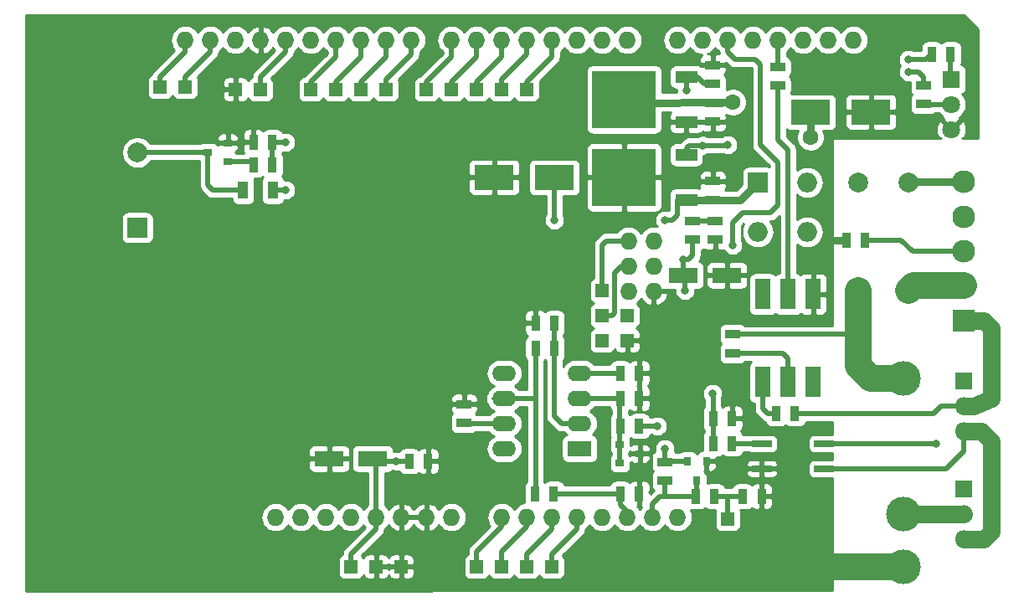
<source format=gbr>
G04 #@! TF.GenerationSoftware,KiCad,Pcbnew,5.1.0-rc1-unknown-3b97961~76~ubuntu16.04.1*
G04 #@! TF.CreationDate,2019-02-18T08:25:29+01:00
G04 #@! TF.ProjectId,jbc_245,6a62635f-3234-4352-9e6b-696361645f70,rev?*
G04 #@! TF.SameCoordinates,Original*
G04 #@! TF.FileFunction,Copper,L1,Top*
G04 #@! TF.FilePolarity,Positive*
%FSLAX46Y46*%
G04 Gerber Fmt 4.6, Leading zero omitted, Abs format (unit mm)*
G04 Created by KiCad (PCBNEW 5.1.0-rc1-unknown-3b97961~76~ubuntu16.04.1) date 2019-02-18 08:25:29*
%MOMM*%
%LPD*%
G04 APERTURE LIST*
%ADD10R,1.800000X1.800000*%
%ADD11O,1.800000X1.800000*%
%ADD12R,2.000000X2.000000*%
%ADD13C,2.000000*%
%ADD14R,4.000000X2.500000*%
%ADD15R,0.970000X1.500000*%
%ADD16R,3.000000X1.600000*%
%ADD17R,1.500000X0.970000*%
%ADD18O,2.000000X2.000000*%
%ADD19R,0.900000X0.800000*%
%ADD20C,1.800000*%
%ADD21R,0.800000X0.900000*%
%ADD22R,1.070000X1.800000*%
%ADD23C,3.500120*%
%ADD24R,1.350000X1.350000*%
%ADD25R,2.200000X1.200000*%
%ADD26R,6.400000X5.800000*%
%ADD27R,1.600000X3.100000*%
%ADD28R,2.000000X0.640000*%
%ADD29O,1.727200X1.727200*%
%ADD30R,2.300000X2.300000*%
%ADD31C,2.300000*%
%ADD32R,2.400000X1.600000*%
%ADD33O,2.400000X1.600000*%
%ADD34C,0.800000*%
%ADD35C,1.600000*%
%ADD36C,0.500000*%
%ADD37C,0.750000*%
%ADD38C,2.750000*%
%ADD39C,1.750000*%
%ADD40C,0.254000*%
G04 APERTURE END LIST*
D10*
X188976000Y-101092000D03*
D11*
X188976000Y-103632000D03*
X188976000Y-106172000D03*
D12*
X105410000Y-85598000D03*
D13*
X105410000Y-77998000D03*
D14*
X147576000Y-80518000D03*
X141476000Y-80518000D03*
D15*
X154239000Y-102870000D03*
X156149000Y-102870000D03*
D14*
X173480000Y-73914000D03*
X179580000Y-73914000D03*
D16*
X129200000Y-108966000D03*
X124800000Y-108966000D03*
D15*
X165547000Y-104902000D03*
X163637000Y-104902000D03*
X134813000Y-109220000D03*
X132903000Y-109220000D03*
D17*
X138430000Y-103439000D03*
X138430000Y-105349000D03*
D15*
X154239000Y-100330000D03*
X156149000Y-100330000D03*
X168534000Y-112776000D03*
X166624000Y-112776000D03*
D17*
X163576000Y-80894000D03*
X163576000Y-82804000D03*
X163576000Y-74869000D03*
X163576000Y-72959000D03*
D16*
X160614000Y-90424000D03*
X165014000Y-90424000D03*
D15*
X154239000Y-112522000D03*
X156149000Y-112522000D03*
D17*
X163576000Y-71059000D03*
X163576000Y-69149000D03*
D18*
X173148000Y-81026000D03*
X168148000Y-86026000D03*
X173148000Y-86026000D03*
D12*
X168148000Y-81026000D03*
D19*
X156194000Y-108458000D03*
X154194000Y-109408000D03*
X154194000Y-107508000D03*
D10*
X187706000Y-70612000D03*
D20*
X187706000Y-73152000D03*
X187706000Y-75692000D03*
D21*
X162936000Y-109220000D03*
X161036000Y-109220000D03*
X161986000Y-111220000D03*
D22*
X119107000Y-81788000D03*
X116097000Y-81788000D03*
D13*
X183388000Y-91948000D03*
X178308000Y-91938000D03*
X183388000Y-81036000D03*
X178308000Y-81026000D03*
D23*
X182880000Y-114554000D03*
X182880000Y-119888000D03*
X182880000Y-100838000D03*
D24*
X165100000Y-115062000D03*
X144780000Y-71628000D03*
X142240000Y-71628000D03*
X139700000Y-71628000D03*
X137160000Y-71628000D03*
X134620000Y-71628000D03*
X130556000Y-71628000D03*
X128016000Y-71628000D03*
X125476000Y-71628000D03*
X122936000Y-71628000D03*
X117856000Y-71628000D03*
X115316000Y-71628000D03*
X139700000Y-119888000D03*
X142240000Y-119888000D03*
X144780000Y-119888000D03*
X147320000Y-119888000D03*
X132080000Y-119888000D03*
X129540000Y-119888000D03*
X127000000Y-119888000D03*
X110236000Y-71374000D03*
X107696000Y-71374000D03*
X154940000Y-94488000D03*
X154940000Y-97028000D03*
X152400000Y-97028000D03*
X152400000Y-94488000D03*
X152400000Y-91948000D03*
D11*
X188976000Y-117094000D03*
X188976000Y-114554000D03*
D10*
X188976000Y-112014000D03*
D19*
X114538000Y-78928000D03*
X114538000Y-77028000D03*
X112538000Y-77978000D03*
D15*
X171897000Y-104394000D03*
X169987000Y-104394000D03*
D17*
X165608000Y-98298000D03*
X165608000Y-96388000D03*
D15*
X154239000Y-105664000D03*
X156149000Y-105664000D03*
D17*
X163830000Y-86807000D03*
X163830000Y-84897000D03*
X184912000Y-73091000D03*
X184912000Y-71181000D03*
X170180000Y-71252000D03*
X170180000Y-69342000D03*
D15*
X165547000Y-107442000D03*
X163637000Y-107442000D03*
X147513000Y-112522000D03*
X145603000Y-112522000D03*
X119065000Y-79248000D03*
X117155000Y-79248000D03*
X119065000Y-76962000D03*
X117155000Y-76962000D03*
X187645000Y-68072000D03*
X185735000Y-68072000D03*
D17*
X158750000Y-111191000D03*
X158750000Y-109281000D03*
D15*
X161859000Y-112776000D03*
X163769000Y-112776000D03*
X147574000Y-97790000D03*
X145664000Y-97790000D03*
X145664000Y-95250000D03*
X147574000Y-95250000D03*
D25*
X160918000Y-82798000D03*
X160918000Y-78238000D03*
D26*
X154618000Y-80518000D03*
X154618000Y-72644000D03*
D25*
X160918000Y-70364000D03*
X160918000Y-74924000D03*
D27*
X168656000Y-101219000D03*
X173736000Y-92329000D03*
X171196000Y-101219000D03*
X171196000Y-92329000D03*
X173736000Y-101219000D03*
X168656000Y-92329000D03*
D28*
X168554000Y-107442000D03*
X168554000Y-109982000D03*
X174854000Y-109982000D03*
X174854000Y-107442000D03*
D29*
X155063000Y-92023001D03*
X157603000Y-92023001D03*
X157603000Y-89483001D03*
X155063000Y-89483001D03*
X157603000Y-86943001D03*
X142236000Y-114883001D03*
X137156000Y-114883001D03*
X134616000Y-114883001D03*
X132076000Y-114883001D03*
X129536000Y-114883001D03*
X126996000Y-114883001D03*
X124456000Y-114883001D03*
X121916000Y-114883001D03*
X177796000Y-66623001D03*
X175256000Y-66623001D03*
X172716000Y-66623001D03*
X170176000Y-66623001D03*
X167636000Y-66623001D03*
X165096000Y-66623001D03*
X162556000Y-66623001D03*
X160016000Y-66623001D03*
X154936000Y-66623001D03*
X152396000Y-66623001D03*
X149856000Y-66623001D03*
X147316000Y-66623001D03*
X144776000Y-66623001D03*
X142236000Y-66623001D03*
X139696000Y-66623001D03*
X137156000Y-66623001D03*
X117852000Y-66623001D03*
X133092000Y-66623001D03*
X130552000Y-66623001D03*
X128012000Y-66623001D03*
X110232000Y-66623001D03*
X112772000Y-66623001D03*
X115312000Y-66623001D03*
X120392000Y-66623001D03*
X122932000Y-66623001D03*
X125472000Y-66623001D03*
X119376000Y-114883001D03*
X144776000Y-114883001D03*
X147316000Y-114883001D03*
X149856000Y-114883001D03*
X152396000Y-114883001D03*
X154936000Y-114883001D03*
X157476000Y-114883001D03*
X160016000Y-114883001D03*
X155063000Y-86943001D03*
D30*
X188976000Y-94996000D03*
D31*
X188976000Y-91496000D03*
X188976000Y-87996000D03*
X188976000Y-84496000D03*
X188976000Y-80996000D03*
D15*
X179009000Y-86868000D03*
X177099000Y-86868000D03*
D17*
X161544000Y-86807000D03*
X161544000Y-84897000D03*
D32*
X150114000Y-107950000D03*
D33*
X142494000Y-100330000D03*
X150114000Y-105410000D03*
X142494000Y-102870000D03*
X150114000Y-102870000D03*
X142494000Y-105410000D03*
X150114000Y-100330000D03*
X142494000Y-107950000D03*
D34*
X120396000Y-81788000D03*
X131572000Y-109220000D03*
X165100000Y-77216000D03*
X162560000Y-77277000D03*
X158750000Y-84836000D03*
X147574000Y-84836000D03*
D35*
X173482000Y-76454000D03*
X165608000Y-72898000D03*
D34*
X163576000Y-102362000D03*
X165608000Y-87376000D03*
X160782000Y-91948000D03*
X160918000Y-71764000D03*
X160614000Y-88814000D03*
X158750000Y-107950000D03*
X186690000Y-91496000D03*
X185166000Y-91496000D03*
X157988000Y-105664000D03*
X178308000Y-94488000D03*
X178308000Y-97282000D03*
X178308000Y-99568000D03*
X180594000Y-100838000D03*
X187198000Y-114554000D03*
X185420000Y-114554000D03*
X191008000Y-94996000D03*
X191770000Y-98552000D03*
X191770000Y-100330000D03*
X190754000Y-103378000D03*
X191770000Y-96774000D03*
X191770000Y-102362000D03*
X186182000Y-107442000D03*
X191770000Y-107188000D03*
X191770000Y-109220000D03*
X191770000Y-111252000D03*
X191770000Y-113538000D03*
X191008000Y-117094000D03*
X191770000Y-107188000D03*
X190754000Y-106172000D03*
X191770000Y-115316000D03*
X183388000Y-69850000D03*
X120396000Y-76962000D03*
X183388000Y-68580000D03*
X180086000Y-119888000D03*
X178308000Y-119888000D03*
X176530000Y-119888000D03*
X174498000Y-119888000D03*
D36*
X112772000Y-66623001D02*
X112772000Y-67822000D01*
X110236000Y-70358000D02*
X110236000Y-71374000D01*
X112772000Y-67822000D02*
X110236000Y-70358000D01*
X110232000Y-66623001D02*
X110232000Y-67822000D01*
X107696000Y-70358000D02*
X107696000Y-71374000D01*
X110232000Y-67822000D02*
X107696000Y-70358000D01*
X105429000Y-85579000D02*
X105410000Y-85598000D01*
X129536000Y-114883001D02*
X129536000Y-116082000D01*
X127000000Y-118618000D02*
X127000000Y-119888000D01*
X129536000Y-116082000D02*
X127000000Y-118618000D01*
X129536000Y-109302000D02*
X129200000Y-108966000D01*
X129536000Y-114883001D02*
X129536000Y-109302000D01*
X132903000Y-109220000D02*
X131572000Y-109220000D01*
X129454000Y-109220000D02*
X129200000Y-108966000D01*
X131572000Y-109220000D02*
X129454000Y-109220000D01*
X165039000Y-77277000D02*
X165100000Y-77216000D01*
X163576000Y-77277000D02*
X165039000Y-77277000D01*
X120396000Y-81788000D02*
X119107000Y-81788000D01*
X160918000Y-77588000D02*
X160918000Y-78238000D01*
X161229000Y-77277000D02*
X160918000Y-77588000D01*
X162560000Y-77277000D02*
X161229000Y-77277000D01*
X163576000Y-77277000D02*
X162560000Y-77277000D01*
X138491000Y-105410000D02*
X138430000Y-105349000D01*
X142494000Y-105410000D02*
X138491000Y-105410000D01*
X105430000Y-77978000D02*
X105410000Y-77998000D01*
X112538000Y-77978000D02*
X105430000Y-77978000D01*
X116097000Y-81788000D02*
X113030000Y-81788000D01*
X112538000Y-81296000D02*
X112538000Y-77978000D01*
X113030000Y-81788000D02*
X112538000Y-81296000D01*
D37*
X160924000Y-82804000D02*
X160918000Y-82798000D01*
X164084000Y-82804000D02*
X160924000Y-82804000D01*
X166370000Y-82804000D02*
X168148000Y-81026000D01*
X164084000Y-82804000D02*
X166370000Y-82804000D01*
D36*
X147574000Y-80520000D02*
X147576000Y-80518000D01*
X147574000Y-84836000D02*
X147574000Y-80520000D01*
X160918000Y-82798000D02*
X160788000Y-82798000D01*
X160020000Y-84328000D02*
X160020000Y-82804000D01*
X159512000Y-84836000D02*
X160020000Y-84328000D01*
X158750000Y-84836000D02*
X159512000Y-84836000D01*
X151638000Y-102870000D02*
X154239000Y-102870000D01*
X154194000Y-102915000D02*
X154239000Y-102870000D01*
X154194000Y-109408000D02*
X154194000Y-102915000D01*
X151638000Y-102870000D02*
X150114000Y-102870000D01*
D37*
X173480000Y-76452000D02*
X173482000Y-76454000D01*
X173480000Y-73914000D02*
X173480000Y-76452000D01*
X154933000Y-72959000D02*
X154618000Y-72644000D01*
X165608000Y-72898000D02*
X154933000Y-72959000D01*
X163576000Y-72959000D02*
X165608000Y-72898000D01*
D36*
X168402000Y-77216000D02*
X170180000Y-78994000D01*
X168402000Y-69088000D02*
X168402000Y-77216000D01*
X165096000Y-66623001D02*
X165096000Y-67814000D01*
X167894000Y-68580000D02*
X168402000Y-69088000D01*
X165096000Y-67814000D02*
X165862000Y-68580000D01*
X165862000Y-68580000D02*
X167894000Y-68580000D01*
X163637000Y-104902000D02*
X163637000Y-107442000D01*
X163637000Y-104902000D02*
X163637000Y-102677000D01*
X163576000Y-102616000D02*
X163576000Y-102362000D01*
X163637000Y-102677000D02*
X163576000Y-102616000D01*
X170180000Y-78994000D02*
X170180000Y-83312000D01*
X170180000Y-83312000D02*
X169418000Y-84074000D01*
X169418000Y-84074000D02*
X166624000Y-84074000D01*
X166624000Y-84074000D02*
X165608000Y-85090000D01*
X165608000Y-85090000D02*
X165608000Y-87376000D01*
X160614000Y-88814000D02*
X160614000Y-90424000D01*
X160782000Y-90592000D02*
X160614000Y-90424000D01*
X160782000Y-91948000D02*
X160782000Y-90592000D01*
X163576000Y-71059000D02*
X162753000Y-71059000D01*
X162058000Y-70364000D02*
X160918000Y-70364000D01*
X162753000Y-71059000D02*
X162058000Y-70364000D01*
X160918000Y-70364000D02*
X160918000Y-71764000D01*
X161544000Y-86807000D02*
X161544000Y-88392000D01*
X161122000Y-88814000D02*
X160614000Y-88814000D01*
X161544000Y-88392000D02*
X161122000Y-88814000D01*
X154239000Y-100330000D02*
X150114000Y-100330000D01*
X165608000Y-112776000D02*
X166624000Y-112776000D01*
X164531000Y-112776000D02*
X163769000Y-112776000D01*
X165100000Y-112776000D02*
X165608000Y-112776000D01*
X165100000Y-115062000D02*
X165100000Y-112776000D01*
X164531000Y-112776000D02*
X165100000Y-112776000D01*
X154936000Y-114883001D02*
X154936000Y-114296000D01*
X154239000Y-113599000D02*
X154239000Y-112522000D01*
X154936000Y-114296000D02*
X154239000Y-113599000D01*
X154239000Y-112522000D02*
X147513000Y-112522000D01*
X187645000Y-70551000D02*
X187706000Y-70612000D01*
X187645000Y-68072000D02*
X187645000Y-70551000D01*
X184973000Y-73152000D02*
X184912000Y-73091000D01*
X187706000Y-73152000D02*
X184973000Y-73152000D01*
X158811000Y-109220000D02*
X158750000Y-109281000D01*
X161036000Y-109220000D02*
X158811000Y-109220000D01*
X158750000Y-107950000D02*
X158750000Y-109281000D01*
X161986000Y-112649000D02*
X161859000Y-112776000D01*
X161986000Y-111220000D02*
X161986000Y-112649000D01*
X157476000Y-113542000D02*
X157476000Y-114883001D01*
X158242000Y-112776000D02*
X157476000Y-113542000D01*
X158750000Y-111191000D02*
X158750000Y-112776000D01*
X158750000Y-112776000D02*
X158242000Y-112776000D01*
X161859000Y-112776000D02*
X158750000Y-112776000D01*
D38*
X188976000Y-91496000D02*
X186690000Y-91496000D01*
X186690000Y-91496000D02*
X185166000Y-91496000D01*
X183840000Y-91496000D02*
X183388000Y-91948000D01*
X185166000Y-91496000D02*
X183840000Y-91496000D01*
D36*
X156149000Y-105664000D02*
X157988000Y-105664000D01*
D38*
X178308000Y-91938000D02*
X178308000Y-94488000D01*
X178308000Y-94488000D02*
X178308000Y-97282000D01*
X178308000Y-97282000D02*
X178308000Y-99568000D01*
X179578000Y-100838000D02*
X178308000Y-99568000D01*
X182880000Y-100838000D02*
X179578000Y-100838000D01*
D36*
X177414000Y-96388000D02*
X178308000Y-97282000D01*
X165608000Y-96388000D02*
X177414000Y-96388000D01*
D39*
X187706000Y-114554000D02*
X188976000Y-114554000D01*
X182880000Y-114554000D02*
X187706000Y-114554000D01*
D36*
X186690000Y-103632000D02*
X188976000Y-103632000D01*
X185928000Y-104394000D02*
X186690000Y-103632000D01*
D39*
X191770000Y-95758000D02*
X191770000Y-99060000D01*
X191008000Y-94996000D02*
X191770000Y-95758000D01*
X188976000Y-94996000D02*
X191008000Y-94996000D01*
X189992000Y-103632000D02*
X188976000Y-103632000D01*
X191770000Y-102870000D02*
X189992000Y-103632000D01*
X191770000Y-99060000D02*
X191770000Y-102870000D01*
D36*
X177292000Y-104394000D02*
X171897000Y-104394000D01*
X176723000Y-104394000D02*
X177292000Y-104394000D01*
X177292000Y-104394000D02*
X185928000Y-104394000D01*
X144780000Y-71628000D02*
X144780000Y-70866000D01*
X147316000Y-68330000D02*
X147316000Y-66623001D01*
X144780000Y-70866000D02*
X147316000Y-68330000D01*
X142240000Y-71628000D02*
X142240000Y-71374000D01*
X142240000Y-71628000D02*
X142240000Y-70612000D01*
X144776000Y-68076000D02*
X144776000Y-66623001D01*
X142240000Y-70612000D02*
X144776000Y-68076000D01*
X139700000Y-71628000D02*
X139700000Y-70866000D01*
X142236000Y-68330000D02*
X142236000Y-66623001D01*
X139700000Y-70866000D02*
X142236000Y-68330000D01*
X137160000Y-71628000D02*
X137160000Y-70866000D01*
X139696000Y-68330000D02*
X139696000Y-66623001D01*
X137160000Y-70866000D02*
X139696000Y-68330000D01*
X134620000Y-71628000D02*
X134620000Y-70866000D01*
X137156000Y-68330000D02*
X137156000Y-66623001D01*
X134620000Y-70866000D02*
X137156000Y-68330000D01*
X130556000Y-71628000D02*
X130556000Y-70612000D01*
X133092000Y-68076000D02*
X133092000Y-66623001D01*
X130556000Y-70612000D02*
X133092000Y-68076000D01*
X128016000Y-71628000D02*
X128016000Y-70866000D01*
X130552000Y-68330000D02*
X130552000Y-66623001D01*
X128016000Y-70866000D02*
X130552000Y-68330000D01*
X125476000Y-71628000D02*
X125476000Y-70866000D01*
X128012000Y-68330000D02*
X128012000Y-66623001D01*
X125476000Y-70866000D02*
X128012000Y-68330000D01*
X122936000Y-71628000D02*
X122936000Y-70866000D01*
X125472000Y-68330000D02*
X125472000Y-66623001D01*
X122936000Y-70866000D02*
X125472000Y-68330000D01*
X117856000Y-71628000D02*
X117856000Y-70358000D01*
X120392000Y-67822000D02*
X120392000Y-66623001D01*
X117856000Y-70358000D02*
X120392000Y-67822000D01*
X142236000Y-114883001D02*
X142236000Y-115828000D01*
X139700000Y-118364000D02*
X139700000Y-119888000D01*
X142236000Y-115828000D02*
X139700000Y-118364000D01*
X144776000Y-114883001D02*
X144776000Y-115828000D01*
X142240000Y-118364000D02*
X142240000Y-119888000D01*
X144776000Y-115828000D02*
X142240000Y-118364000D01*
X147316000Y-114883001D02*
X147316000Y-116082000D01*
X144780000Y-118618000D02*
X144780000Y-119888000D01*
X147316000Y-116082000D02*
X144780000Y-118618000D01*
X149856000Y-114883001D02*
X149856000Y-116082000D01*
X149856000Y-116082000D02*
X147320000Y-118618000D01*
X147320000Y-118872000D02*
X147320000Y-119888000D01*
X147320000Y-118618000D02*
X147320000Y-118872000D01*
X157603000Y-89483001D02*
X157603000Y-89539000D01*
X155063000Y-89483001D02*
X154356999Y-89483001D01*
X154356999Y-89483001D02*
X153670000Y-90170000D01*
X153670000Y-90170000D02*
X153670000Y-94234000D01*
X153416000Y-94488000D02*
X152400000Y-94488000D01*
X153670000Y-94234000D02*
X153416000Y-94488000D01*
X155063000Y-86943001D02*
X152832999Y-86943001D01*
X152400000Y-87376000D02*
X152400000Y-91948000D01*
X152832999Y-86943001D02*
X152400000Y-87376000D01*
X174854000Y-107442000D02*
X186182000Y-107442000D01*
X188976000Y-106172000D02*
X188976000Y-108204000D01*
X187198000Y-109982000D02*
X174854000Y-109982000D01*
X188976000Y-108204000D02*
X187198000Y-109982000D01*
D39*
X191770000Y-107188000D02*
X191770000Y-109220000D01*
X191008000Y-117094000D02*
X188976000Y-117094000D01*
X191770000Y-116332000D02*
X191008000Y-117094000D01*
X190754000Y-106172000D02*
X191770000Y-107188000D01*
X188976000Y-106172000D02*
X190754000Y-106172000D01*
X191770000Y-109220000D02*
X191770000Y-112776000D01*
X191770000Y-112776000D02*
X191770000Y-116332000D01*
D36*
X116835000Y-78928000D02*
X117155000Y-79248000D01*
X114538000Y-78928000D02*
X116835000Y-78928000D01*
X168656000Y-103886000D02*
X168656000Y-101219000D01*
X169164000Y-104394000D02*
X168656000Y-103886000D01*
X169987000Y-104394000D02*
X169164000Y-104394000D01*
X171196000Y-101219000D02*
X171196000Y-98806000D01*
X170688000Y-98298000D02*
X165608000Y-98298000D01*
X171196000Y-98806000D02*
X170688000Y-98298000D01*
X183388000Y-69850000D02*
X184404000Y-69850000D01*
X184912000Y-70358000D02*
X184912000Y-71181000D01*
X184404000Y-69850000D02*
X184912000Y-70358000D01*
X171196000Y-89408000D02*
X171196000Y-92329000D01*
X171196000Y-77724000D02*
X171196000Y-89408000D01*
X170180000Y-76708000D02*
X171196000Y-77724000D01*
X170180000Y-71252000D02*
X170180000Y-76708000D01*
X170176000Y-69338000D02*
X170180000Y-69342000D01*
X170176000Y-66623001D02*
X170176000Y-69338000D01*
X168554000Y-107442000D02*
X165547000Y-107442000D01*
X145664000Y-97790000D02*
X145664000Y-102240000D01*
X145034000Y-102870000D02*
X141478000Y-102870000D01*
X145664000Y-102870000D02*
X145664000Y-102240000D01*
X145034000Y-102870000D02*
X145664000Y-102870000D01*
X145664000Y-112461000D02*
X145603000Y-112522000D01*
X145664000Y-102870000D02*
X145664000Y-112461000D01*
X120396000Y-76962000D02*
X119065000Y-76962000D01*
X119065000Y-76962000D02*
X119065000Y-79248000D01*
X183388000Y-68580000D02*
X185166000Y-68580000D01*
X185674000Y-68072000D02*
X185166000Y-68580000D01*
X185735000Y-68072000D02*
X185674000Y-68072000D01*
X147574000Y-104648000D02*
X147574000Y-97790000D01*
X148336000Y-105410000D02*
X147574000Y-104648000D01*
X147574000Y-95250000D02*
X147574000Y-97790000D01*
X150114000Y-105410000D02*
X148336000Y-105410000D01*
D37*
X183428000Y-80996000D02*
X183388000Y-81036000D01*
X188976000Y-80996000D02*
X183428000Y-80996000D01*
D36*
X188976000Y-87996000D02*
X183754000Y-87996000D01*
X182626000Y-86868000D02*
X179009000Y-86868000D01*
X183754000Y-87996000D02*
X182626000Y-86868000D01*
X117089000Y-77028000D02*
X117155000Y-76962000D01*
D37*
X176892000Y-86868000D02*
X175514000Y-86868000D01*
D38*
X182880000Y-119888000D02*
X180086000Y-119888000D01*
X180086000Y-119888000D02*
X178308000Y-119888000D01*
X178308000Y-119888000D02*
X176530000Y-119888000D01*
X176530000Y-119888000D02*
X174244000Y-119888000D01*
D36*
X163830000Y-84897000D02*
X161544000Y-84897000D01*
D40*
G36*
X190373000Y-65584606D02*
G01*
X190373000Y-76581000D01*
X188774608Y-76581000D01*
X188770082Y-76576474D01*
X189024261Y-76492792D01*
X189155158Y-76220225D01*
X189230365Y-75927358D01*
X189246991Y-75625447D01*
X189204397Y-75326093D01*
X189104222Y-75040801D01*
X189024261Y-74891208D01*
X188770080Y-74807525D01*
X187885605Y-75692000D01*
X187899748Y-75706143D01*
X187720143Y-75885748D01*
X187706000Y-75871605D01*
X187691858Y-75885748D01*
X187512253Y-75706143D01*
X187526395Y-75692000D01*
X186641920Y-74807525D01*
X186387739Y-74891208D01*
X186256842Y-75163775D01*
X186181635Y-75456642D01*
X186165009Y-75758553D01*
X186207603Y-76057907D01*
X186307778Y-76343199D01*
X186387739Y-76492792D01*
X186641918Y-76576474D01*
X186637392Y-76581000D01*
X175768000Y-76581000D01*
X175743224Y-76583440D01*
X175719399Y-76590667D01*
X175697443Y-76602403D01*
X175678197Y-76618197D01*
X175662403Y-76637443D01*
X175650667Y-76659399D01*
X175643440Y-76683224D01*
X175641000Y-76708000D01*
X175641000Y-95503000D01*
X166851191Y-95503000D01*
X166809185Y-95451815D01*
X166712494Y-95372463D01*
X166602180Y-95313498D01*
X166482482Y-95277188D01*
X166358000Y-95264928D01*
X164858000Y-95264928D01*
X164733518Y-95277188D01*
X164613820Y-95313498D01*
X164503506Y-95372463D01*
X164406815Y-95451815D01*
X164327463Y-95548506D01*
X164268498Y-95658820D01*
X164232188Y-95778518D01*
X164219928Y-95903000D01*
X164219928Y-96873000D01*
X164232188Y-96997482D01*
X164268498Y-97117180D01*
X164327463Y-97227494D01*
X164406815Y-97324185D01*
X164429741Y-97343000D01*
X164406815Y-97361815D01*
X164327463Y-97458506D01*
X164268498Y-97568820D01*
X164232188Y-97688518D01*
X164219928Y-97813000D01*
X164219928Y-98783000D01*
X164232188Y-98907482D01*
X164268498Y-99027180D01*
X164327463Y-99137494D01*
X164406815Y-99234185D01*
X164503506Y-99313537D01*
X164613820Y-99372502D01*
X164733518Y-99408812D01*
X164858000Y-99421072D01*
X166358000Y-99421072D01*
X166482482Y-99408812D01*
X166602180Y-99372502D01*
X166712494Y-99313537D01*
X166809185Y-99234185D01*
X166851191Y-99183000D01*
X167447237Y-99183000D01*
X167404815Y-99217815D01*
X167325463Y-99314506D01*
X167266498Y-99424820D01*
X167230188Y-99544518D01*
X167217928Y-99669000D01*
X167217928Y-102769000D01*
X167230188Y-102893482D01*
X167266498Y-103013180D01*
X167325463Y-103123494D01*
X167404815Y-103220185D01*
X167501506Y-103299537D01*
X167611820Y-103358502D01*
X167731518Y-103394812D01*
X167771000Y-103398701D01*
X167771000Y-103842531D01*
X167766719Y-103886000D01*
X167771000Y-103929469D01*
X167771000Y-103929476D01*
X167781666Y-104037774D01*
X167783805Y-104059490D01*
X167798892Y-104109223D01*
X167834411Y-104226312D01*
X167916589Y-104380058D01*
X168027183Y-104514817D01*
X168060956Y-104542534D01*
X168507466Y-104989044D01*
X168535183Y-105022817D01*
X168669941Y-105133411D01*
X168823687Y-105215589D01*
X168872435Y-105230377D01*
X168876188Y-105268482D01*
X168912498Y-105388180D01*
X168971463Y-105498494D01*
X169050815Y-105595185D01*
X169147506Y-105674537D01*
X169257820Y-105733502D01*
X169377518Y-105769812D01*
X169502000Y-105782072D01*
X170472000Y-105782072D01*
X170596482Y-105769812D01*
X170716180Y-105733502D01*
X170826494Y-105674537D01*
X170923185Y-105595185D01*
X170942000Y-105572259D01*
X170960815Y-105595185D01*
X171057506Y-105674537D01*
X171167820Y-105733502D01*
X171287518Y-105769812D01*
X171412000Y-105782072D01*
X172382000Y-105782072D01*
X172506482Y-105769812D01*
X172626180Y-105733502D01*
X172736494Y-105674537D01*
X172833185Y-105595185D01*
X172912537Y-105498494D01*
X172971502Y-105388180D01*
X173004621Y-105279000D01*
X175641000Y-105279000D01*
X175641000Y-106483928D01*
X173854000Y-106483928D01*
X173729518Y-106496188D01*
X173609820Y-106532498D01*
X173499506Y-106591463D01*
X173402815Y-106670815D01*
X173323463Y-106767506D01*
X173264498Y-106877820D01*
X173228188Y-106997518D01*
X173215928Y-107122000D01*
X173215928Y-107762000D01*
X173228188Y-107886482D01*
X173264498Y-108006180D01*
X173323463Y-108116494D01*
X173402815Y-108213185D01*
X173499506Y-108292537D01*
X173609820Y-108351502D01*
X173729518Y-108387812D01*
X173854000Y-108400072D01*
X175641000Y-108400072D01*
X175641000Y-109023928D01*
X173854000Y-109023928D01*
X173729518Y-109036188D01*
X173609820Y-109072498D01*
X173499506Y-109131463D01*
X173402815Y-109210815D01*
X173323463Y-109307506D01*
X173264498Y-109417820D01*
X173228188Y-109537518D01*
X173215928Y-109662000D01*
X173215928Y-110302000D01*
X173228188Y-110426482D01*
X173264498Y-110546180D01*
X173323463Y-110656494D01*
X173402815Y-110753185D01*
X173499506Y-110832537D01*
X173609820Y-110891502D01*
X173729518Y-110927812D01*
X173854000Y-110940072D01*
X175641000Y-110940072D01*
X175641000Y-122301116D01*
X94103009Y-122375884D01*
X94103521Y-114883001D01*
X117870149Y-114883001D01*
X117899084Y-115176778D01*
X117984775Y-115459265D01*
X118123931Y-115719607D01*
X118311203Y-115947798D01*
X118539394Y-116135070D01*
X118799736Y-116274226D01*
X119082223Y-116359917D01*
X119302381Y-116381601D01*
X119449619Y-116381601D01*
X119669777Y-116359917D01*
X119952264Y-116274226D01*
X120212606Y-116135070D01*
X120440797Y-115947798D01*
X120628069Y-115719607D01*
X120646000Y-115686061D01*
X120663931Y-115719607D01*
X120851203Y-115947798D01*
X121079394Y-116135070D01*
X121339736Y-116274226D01*
X121622223Y-116359917D01*
X121842381Y-116381601D01*
X121989619Y-116381601D01*
X122209777Y-116359917D01*
X122492264Y-116274226D01*
X122752606Y-116135070D01*
X122980797Y-115947798D01*
X123168069Y-115719607D01*
X123186000Y-115686061D01*
X123203931Y-115719607D01*
X123391203Y-115947798D01*
X123619394Y-116135070D01*
X123879736Y-116274226D01*
X124162223Y-116359917D01*
X124382381Y-116381601D01*
X124529619Y-116381601D01*
X124749777Y-116359917D01*
X125032264Y-116274226D01*
X125292606Y-116135070D01*
X125520797Y-115947798D01*
X125708069Y-115719607D01*
X125726000Y-115686061D01*
X125743931Y-115719607D01*
X125931203Y-115947798D01*
X126159394Y-116135070D01*
X126419736Y-116274226D01*
X126702223Y-116359917D01*
X126922381Y-116381601D01*
X127069619Y-116381601D01*
X127289777Y-116359917D01*
X127572264Y-116274226D01*
X127832606Y-116135070D01*
X128060797Y-115947798D01*
X128248069Y-115719607D01*
X128266000Y-115686061D01*
X128283931Y-115719607D01*
X128447502Y-115918919D01*
X126404956Y-117961466D01*
X126371183Y-117989183D01*
X126260589Y-118123942D01*
X126178411Y-118277688D01*
X126127805Y-118444511D01*
X126115000Y-118574524D01*
X126115000Y-118574531D01*
X126111082Y-118614318D01*
X126080820Y-118623498D01*
X125970506Y-118682463D01*
X125873815Y-118761815D01*
X125794463Y-118858506D01*
X125735498Y-118968820D01*
X125699188Y-119088518D01*
X125686928Y-119213000D01*
X125686928Y-120563000D01*
X125699188Y-120687482D01*
X125735498Y-120807180D01*
X125794463Y-120917494D01*
X125873815Y-121014185D01*
X125970506Y-121093537D01*
X126080820Y-121152502D01*
X126200518Y-121188812D01*
X126325000Y-121201072D01*
X127675000Y-121201072D01*
X127799482Y-121188812D01*
X127919180Y-121152502D01*
X128029494Y-121093537D01*
X128126185Y-121014185D01*
X128205537Y-120917494D01*
X128264502Y-120807180D01*
X128270556Y-120787221D01*
X128302270Y-120863785D01*
X128371763Y-120967789D01*
X128460211Y-121056237D01*
X128564215Y-121125730D01*
X128679777Y-121173597D01*
X128802458Y-121198000D01*
X129254250Y-121198000D01*
X129413000Y-121039250D01*
X129413000Y-120015000D01*
X129667000Y-120015000D01*
X129667000Y-121039250D01*
X129825750Y-121198000D01*
X130277542Y-121198000D01*
X130400223Y-121173597D01*
X130515785Y-121125730D01*
X130619789Y-121056237D01*
X130708237Y-120967789D01*
X130777730Y-120863785D01*
X130810000Y-120785878D01*
X130842270Y-120863785D01*
X130911763Y-120967789D01*
X131000211Y-121056237D01*
X131104215Y-121125730D01*
X131219777Y-121173597D01*
X131342458Y-121198000D01*
X131794250Y-121198000D01*
X131953000Y-121039250D01*
X131953000Y-120015000D01*
X132207000Y-120015000D01*
X132207000Y-121039250D01*
X132365750Y-121198000D01*
X132817542Y-121198000D01*
X132940223Y-121173597D01*
X133055785Y-121125730D01*
X133159789Y-121056237D01*
X133248237Y-120967789D01*
X133317730Y-120863785D01*
X133365597Y-120748223D01*
X133390000Y-120625542D01*
X133390000Y-120173750D01*
X133231250Y-120015000D01*
X132207000Y-120015000D01*
X131953000Y-120015000D01*
X130928750Y-120015000D01*
X130810000Y-120133750D01*
X130691250Y-120015000D01*
X129667000Y-120015000D01*
X129413000Y-120015000D01*
X129393000Y-120015000D01*
X129393000Y-119761000D01*
X129413000Y-119761000D01*
X129413000Y-118736750D01*
X129667000Y-118736750D01*
X129667000Y-119761000D01*
X130691250Y-119761000D01*
X130810000Y-119642250D01*
X130928750Y-119761000D01*
X131953000Y-119761000D01*
X131953000Y-118736750D01*
X132207000Y-118736750D01*
X132207000Y-119761000D01*
X133231250Y-119761000D01*
X133390000Y-119602250D01*
X133390000Y-119150458D01*
X133365597Y-119027777D01*
X133317730Y-118912215D01*
X133248237Y-118808211D01*
X133159789Y-118719763D01*
X133055785Y-118650270D01*
X132940223Y-118602403D01*
X132817542Y-118578000D01*
X132365750Y-118578000D01*
X132207000Y-118736750D01*
X131953000Y-118736750D01*
X131794250Y-118578000D01*
X131342458Y-118578000D01*
X131219777Y-118602403D01*
X131104215Y-118650270D01*
X131000211Y-118719763D01*
X130911763Y-118808211D01*
X130842270Y-118912215D01*
X130810000Y-118990122D01*
X130777730Y-118912215D01*
X130708237Y-118808211D01*
X130619789Y-118719763D01*
X130515785Y-118650270D01*
X130400223Y-118602403D01*
X130277542Y-118578000D01*
X129825750Y-118578000D01*
X129667000Y-118736750D01*
X129413000Y-118736750D01*
X129254250Y-118578000D01*
X128802458Y-118578000D01*
X128679777Y-118602403D01*
X128564215Y-118650270D01*
X128460211Y-118719763D01*
X128371763Y-118808211D01*
X128302270Y-118912215D01*
X128270556Y-118988779D01*
X128264502Y-118968820D01*
X128205537Y-118858506D01*
X128126185Y-118761815D01*
X128116067Y-118753511D01*
X130131049Y-116738530D01*
X130164817Y-116710817D01*
X130275411Y-116576059D01*
X130308928Y-116513352D01*
X130357589Y-116422314D01*
X130408195Y-116255490D01*
X130411940Y-116217465D01*
X130421000Y-116125477D01*
X130421000Y-116125469D01*
X130424227Y-116092706D01*
X130600797Y-115947798D01*
X130788069Y-115719607D01*
X130809470Y-115679568D01*
X130969146Y-115893294D01*
X131187512Y-116089818D01*
X131440022Y-116239965D01*
X131716973Y-116337964D01*
X131949000Y-116217465D01*
X131949000Y-115010001D01*
X132203000Y-115010001D01*
X132203000Y-116217465D01*
X132435027Y-116337964D01*
X132711978Y-116239965D01*
X132964488Y-116089818D01*
X133182854Y-115893294D01*
X133346000Y-115674923D01*
X133509146Y-115893294D01*
X133727512Y-116089818D01*
X133980022Y-116239965D01*
X134256973Y-116337964D01*
X134489000Y-116217465D01*
X134489000Y-115010001D01*
X132203000Y-115010001D01*
X131949000Y-115010001D01*
X131929000Y-115010001D01*
X131929000Y-114756001D01*
X131949000Y-114756001D01*
X131949000Y-113548537D01*
X132203000Y-113548537D01*
X132203000Y-114756001D01*
X134489000Y-114756001D01*
X134489000Y-113548537D01*
X134743000Y-113548537D01*
X134743000Y-114756001D01*
X134763000Y-114756001D01*
X134763000Y-115010001D01*
X134743000Y-115010001D01*
X134743000Y-116217465D01*
X134975027Y-116337964D01*
X135251978Y-116239965D01*
X135504488Y-116089818D01*
X135722854Y-115893294D01*
X135882530Y-115679568D01*
X135903931Y-115719607D01*
X136091203Y-115947798D01*
X136319394Y-116135070D01*
X136579736Y-116274226D01*
X136862223Y-116359917D01*
X137082381Y-116381601D01*
X137229619Y-116381601D01*
X137449777Y-116359917D01*
X137732264Y-116274226D01*
X137992606Y-116135070D01*
X138220797Y-115947798D01*
X138408069Y-115719607D01*
X138547225Y-115459265D01*
X138632916Y-115176778D01*
X138661851Y-114883001D01*
X138632916Y-114589224D01*
X138547225Y-114306737D01*
X138408069Y-114046395D01*
X138220797Y-113818204D01*
X137992606Y-113630932D01*
X137732264Y-113491776D01*
X137449777Y-113406085D01*
X137229619Y-113384401D01*
X137082381Y-113384401D01*
X136862223Y-113406085D01*
X136579736Y-113491776D01*
X136319394Y-113630932D01*
X136091203Y-113818204D01*
X135903931Y-114046395D01*
X135882530Y-114086434D01*
X135722854Y-113872708D01*
X135504488Y-113676184D01*
X135251978Y-113526037D01*
X134975027Y-113428038D01*
X134743000Y-113548537D01*
X134489000Y-113548537D01*
X134256973Y-113428038D01*
X133980022Y-113526037D01*
X133727512Y-113676184D01*
X133509146Y-113872708D01*
X133346000Y-114091079D01*
X133182854Y-113872708D01*
X132964488Y-113676184D01*
X132711978Y-113526037D01*
X132435027Y-113428038D01*
X132203000Y-113548537D01*
X131949000Y-113548537D01*
X131716973Y-113428038D01*
X131440022Y-113526037D01*
X131187512Y-113676184D01*
X130969146Y-113872708D01*
X130809470Y-114086434D01*
X130788069Y-114046395D01*
X130600797Y-113818204D01*
X130421000Y-113670648D01*
X130421000Y-110404072D01*
X130700000Y-110404072D01*
X130824482Y-110391812D01*
X130944180Y-110355502D01*
X131054494Y-110296537D01*
X131151185Y-110217185D01*
X131182554Y-110178962D01*
X131270102Y-110215226D01*
X131470061Y-110255000D01*
X131673939Y-110255000D01*
X131833366Y-110223288D01*
X131887463Y-110324494D01*
X131966815Y-110421185D01*
X132063506Y-110500537D01*
X132173820Y-110559502D01*
X132293518Y-110595812D01*
X132418000Y-110608072D01*
X133388000Y-110608072D01*
X133512482Y-110595812D01*
X133632180Y-110559502D01*
X133742494Y-110500537D01*
X133839185Y-110421185D01*
X133858105Y-110398131D01*
X133923211Y-110463237D01*
X134027215Y-110532730D01*
X134142777Y-110580597D01*
X134265458Y-110605000D01*
X134527250Y-110605000D01*
X134686000Y-110446250D01*
X134686000Y-109347000D01*
X134940000Y-109347000D01*
X134940000Y-110446250D01*
X135098750Y-110605000D01*
X135360542Y-110605000D01*
X135483223Y-110580597D01*
X135598785Y-110532730D01*
X135702789Y-110463237D01*
X135791237Y-110374789D01*
X135860730Y-110270785D01*
X135908597Y-110155223D01*
X135933000Y-110032542D01*
X135933000Y-109505750D01*
X135774250Y-109347000D01*
X134940000Y-109347000D01*
X134686000Y-109347000D01*
X134666000Y-109347000D01*
X134666000Y-109093000D01*
X134686000Y-109093000D01*
X134686000Y-107993750D01*
X134940000Y-107993750D01*
X134940000Y-109093000D01*
X135774250Y-109093000D01*
X135933000Y-108934250D01*
X135933000Y-108407458D01*
X135908597Y-108284777D01*
X135860730Y-108169215D01*
X135791237Y-108065211D01*
X135702789Y-107976763D01*
X135598785Y-107907270D01*
X135483223Y-107859403D01*
X135360542Y-107835000D01*
X135098750Y-107835000D01*
X134940000Y-107993750D01*
X134686000Y-107993750D01*
X134527250Y-107835000D01*
X134265458Y-107835000D01*
X134142777Y-107859403D01*
X134027215Y-107907270D01*
X133923211Y-107976763D01*
X133858105Y-108041869D01*
X133839185Y-108018815D01*
X133742494Y-107939463D01*
X133632180Y-107880498D01*
X133512482Y-107844188D01*
X133388000Y-107831928D01*
X132418000Y-107831928D01*
X132293518Y-107844188D01*
X132173820Y-107880498D01*
X132063506Y-107939463D01*
X131966815Y-108018815D01*
X131887463Y-108115506D01*
X131833366Y-108216712D01*
X131673939Y-108185000D01*
X131470061Y-108185000D01*
X131338072Y-108211254D01*
X131338072Y-108166000D01*
X131325812Y-108041518D01*
X131289502Y-107921820D01*
X131230537Y-107811506D01*
X131151185Y-107714815D01*
X131054494Y-107635463D01*
X130944180Y-107576498D01*
X130824482Y-107540188D01*
X130700000Y-107527928D01*
X127700000Y-107527928D01*
X127575518Y-107540188D01*
X127455820Y-107576498D01*
X127345506Y-107635463D01*
X127248815Y-107714815D01*
X127169463Y-107811506D01*
X127110498Y-107921820D01*
X127074188Y-108041518D01*
X127061928Y-108166000D01*
X127061928Y-109766000D01*
X127074188Y-109890482D01*
X127110498Y-110010180D01*
X127169463Y-110120494D01*
X127248815Y-110217185D01*
X127345506Y-110296537D01*
X127455820Y-110355502D01*
X127575518Y-110391812D01*
X127700000Y-110404072D01*
X128651001Y-110404072D01*
X128651000Y-113670648D01*
X128471203Y-113818204D01*
X128283931Y-114046395D01*
X128266000Y-114079941D01*
X128248069Y-114046395D01*
X128060797Y-113818204D01*
X127832606Y-113630932D01*
X127572264Y-113491776D01*
X127289777Y-113406085D01*
X127069619Y-113384401D01*
X126922381Y-113384401D01*
X126702223Y-113406085D01*
X126419736Y-113491776D01*
X126159394Y-113630932D01*
X125931203Y-113818204D01*
X125743931Y-114046395D01*
X125726000Y-114079941D01*
X125708069Y-114046395D01*
X125520797Y-113818204D01*
X125292606Y-113630932D01*
X125032264Y-113491776D01*
X124749777Y-113406085D01*
X124529619Y-113384401D01*
X124382381Y-113384401D01*
X124162223Y-113406085D01*
X123879736Y-113491776D01*
X123619394Y-113630932D01*
X123391203Y-113818204D01*
X123203931Y-114046395D01*
X123186000Y-114079941D01*
X123168069Y-114046395D01*
X122980797Y-113818204D01*
X122752606Y-113630932D01*
X122492264Y-113491776D01*
X122209777Y-113406085D01*
X121989619Y-113384401D01*
X121842381Y-113384401D01*
X121622223Y-113406085D01*
X121339736Y-113491776D01*
X121079394Y-113630932D01*
X120851203Y-113818204D01*
X120663931Y-114046395D01*
X120646000Y-114079941D01*
X120628069Y-114046395D01*
X120440797Y-113818204D01*
X120212606Y-113630932D01*
X119952264Y-113491776D01*
X119669777Y-113406085D01*
X119449619Y-113384401D01*
X119302381Y-113384401D01*
X119082223Y-113406085D01*
X118799736Y-113491776D01*
X118539394Y-113630932D01*
X118311203Y-113818204D01*
X118123931Y-114046395D01*
X117984775Y-114306737D01*
X117899084Y-114589224D01*
X117870149Y-114883001D01*
X94103521Y-114883001D01*
X94103905Y-109251750D01*
X122665000Y-109251750D01*
X122665000Y-109828542D01*
X122689403Y-109951223D01*
X122737270Y-110066785D01*
X122806763Y-110170789D01*
X122895211Y-110259237D01*
X122999215Y-110328730D01*
X123114777Y-110376597D01*
X123237458Y-110401000D01*
X124514250Y-110401000D01*
X124673000Y-110242250D01*
X124673000Y-109093000D01*
X124927000Y-109093000D01*
X124927000Y-110242250D01*
X125085750Y-110401000D01*
X126362542Y-110401000D01*
X126485223Y-110376597D01*
X126600785Y-110328730D01*
X126704789Y-110259237D01*
X126793237Y-110170789D01*
X126862730Y-110066785D01*
X126910597Y-109951223D01*
X126935000Y-109828542D01*
X126935000Y-109251750D01*
X126776250Y-109093000D01*
X124927000Y-109093000D01*
X124673000Y-109093000D01*
X122823750Y-109093000D01*
X122665000Y-109251750D01*
X94103905Y-109251750D01*
X94103983Y-108103458D01*
X122665000Y-108103458D01*
X122665000Y-108680250D01*
X122823750Y-108839000D01*
X124673000Y-108839000D01*
X124673000Y-107689750D01*
X124927000Y-107689750D01*
X124927000Y-108839000D01*
X126776250Y-108839000D01*
X126935000Y-108680250D01*
X126935000Y-108103458D01*
X126910597Y-107980777D01*
X126862730Y-107865215D01*
X126793237Y-107761211D01*
X126704789Y-107672763D01*
X126600785Y-107603270D01*
X126485223Y-107555403D01*
X126362542Y-107531000D01*
X125085750Y-107531000D01*
X124927000Y-107689750D01*
X124673000Y-107689750D01*
X124514250Y-107531000D01*
X123237458Y-107531000D01*
X123114777Y-107555403D01*
X122999215Y-107603270D01*
X122895211Y-107672763D01*
X122806763Y-107761211D01*
X122737270Y-107865215D01*
X122689403Y-107980777D01*
X122665000Y-108103458D01*
X94103983Y-108103458D01*
X94104204Y-104864000D01*
X137041928Y-104864000D01*
X137041928Y-105834000D01*
X137054188Y-105958482D01*
X137090498Y-106078180D01*
X137149463Y-106188494D01*
X137228815Y-106285185D01*
X137325506Y-106364537D01*
X137435820Y-106423502D01*
X137555518Y-106459812D01*
X137680000Y-106472072D01*
X139180000Y-106472072D01*
X139304482Y-106459812D01*
X139424180Y-106423502D01*
X139534494Y-106364537D01*
X139619225Y-106295000D01*
X140963922Y-106295000D01*
X141074392Y-106429608D01*
X141292899Y-106608932D01*
X141425858Y-106680000D01*
X141292899Y-106751068D01*
X141074392Y-106930392D01*
X140895068Y-107148899D01*
X140761818Y-107398192D01*
X140679764Y-107668691D01*
X140652057Y-107950000D01*
X140679764Y-108231309D01*
X140761818Y-108501808D01*
X140895068Y-108751101D01*
X141074392Y-108969608D01*
X141292899Y-109148932D01*
X141542192Y-109282182D01*
X141812691Y-109364236D01*
X142023508Y-109385000D01*
X142964492Y-109385000D01*
X143175309Y-109364236D01*
X143445808Y-109282182D01*
X143695101Y-109148932D01*
X143913608Y-108969608D01*
X144092932Y-108751101D01*
X144226182Y-108501808D01*
X144308236Y-108231309D01*
X144335943Y-107950000D01*
X144308236Y-107668691D01*
X144226182Y-107398192D01*
X144092932Y-107148899D01*
X143913608Y-106930392D01*
X143695101Y-106751068D01*
X143562142Y-106680000D01*
X143695101Y-106608932D01*
X143913608Y-106429608D01*
X144092932Y-106211101D01*
X144226182Y-105961808D01*
X144308236Y-105691309D01*
X144335943Y-105410000D01*
X144308236Y-105128691D01*
X144226182Y-104858192D01*
X144092932Y-104608899D01*
X143913608Y-104390392D01*
X143695101Y-104211068D01*
X143562142Y-104140000D01*
X143695101Y-104068932D01*
X143913608Y-103889608D01*
X144024078Y-103755000D01*
X144779000Y-103755000D01*
X144779001Y-111233181D01*
X144763506Y-111241463D01*
X144666815Y-111320815D01*
X144587463Y-111417506D01*
X144528498Y-111527820D01*
X144492188Y-111647518D01*
X144479928Y-111772000D01*
X144479928Y-113272000D01*
X144492188Y-113396482D01*
X144494727Y-113404853D01*
X144482223Y-113406085D01*
X144199736Y-113491776D01*
X143939394Y-113630932D01*
X143711203Y-113818204D01*
X143523931Y-114046395D01*
X143506000Y-114079941D01*
X143488069Y-114046395D01*
X143300797Y-113818204D01*
X143072606Y-113630932D01*
X142812264Y-113491776D01*
X142529777Y-113406085D01*
X142309619Y-113384401D01*
X142162381Y-113384401D01*
X141942223Y-113406085D01*
X141659736Y-113491776D01*
X141399394Y-113630932D01*
X141171203Y-113818204D01*
X140983931Y-114046395D01*
X140844775Y-114306737D01*
X140759084Y-114589224D01*
X140730149Y-114883001D01*
X140759084Y-115176778D01*
X140844775Y-115459265D01*
X140983931Y-115719607D01*
X141033011Y-115779411D01*
X139104956Y-117707466D01*
X139071183Y-117735183D01*
X138960589Y-117869942D01*
X138878411Y-118023688D01*
X138845376Y-118132589D01*
X138829580Y-118184661D01*
X138827805Y-118190511D01*
X138815000Y-118320524D01*
X138815000Y-118320531D01*
X138810719Y-118364000D01*
X138815000Y-118407470D01*
X138815000Y-118613130D01*
X138780820Y-118623498D01*
X138670506Y-118682463D01*
X138573815Y-118761815D01*
X138494463Y-118858506D01*
X138435498Y-118968820D01*
X138399188Y-119088518D01*
X138386928Y-119213000D01*
X138386928Y-120563000D01*
X138399188Y-120687482D01*
X138435498Y-120807180D01*
X138494463Y-120917494D01*
X138573815Y-121014185D01*
X138670506Y-121093537D01*
X138780820Y-121152502D01*
X138900518Y-121188812D01*
X139025000Y-121201072D01*
X140375000Y-121201072D01*
X140499482Y-121188812D01*
X140619180Y-121152502D01*
X140729494Y-121093537D01*
X140826185Y-121014185D01*
X140905537Y-120917494D01*
X140964502Y-120807180D01*
X140970000Y-120789056D01*
X140975498Y-120807180D01*
X141034463Y-120917494D01*
X141113815Y-121014185D01*
X141210506Y-121093537D01*
X141320820Y-121152502D01*
X141440518Y-121188812D01*
X141565000Y-121201072D01*
X142915000Y-121201072D01*
X143039482Y-121188812D01*
X143159180Y-121152502D01*
X143269494Y-121093537D01*
X143366185Y-121014185D01*
X143445537Y-120917494D01*
X143504502Y-120807180D01*
X143510000Y-120789056D01*
X143515498Y-120807180D01*
X143574463Y-120917494D01*
X143653815Y-121014185D01*
X143750506Y-121093537D01*
X143860820Y-121152502D01*
X143980518Y-121188812D01*
X144105000Y-121201072D01*
X145455000Y-121201072D01*
X145579482Y-121188812D01*
X145699180Y-121152502D01*
X145809494Y-121093537D01*
X145906185Y-121014185D01*
X145985537Y-120917494D01*
X146044502Y-120807180D01*
X146050000Y-120789056D01*
X146055498Y-120807180D01*
X146114463Y-120917494D01*
X146193815Y-121014185D01*
X146290506Y-121093537D01*
X146400820Y-121152502D01*
X146520518Y-121188812D01*
X146645000Y-121201072D01*
X147995000Y-121201072D01*
X148119482Y-121188812D01*
X148239180Y-121152502D01*
X148349494Y-121093537D01*
X148446185Y-121014185D01*
X148525537Y-120917494D01*
X148584502Y-120807180D01*
X148620812Y-120687482D01*
X148633072Y-120563000D01*
X148633072Y-119213000D01*
X148620812Y-119088518D01*
X148584502Y-118968820D01*
X148525537Y-118858506D01*
X148446185Y-118761815D01*
X148436067Y-118753511D01*
X150451049Y-116738530D01*
X150484817Y-116710817D01*
X150595411Y-116576059D01*
X150628928Y-116513352D01*
X150677589Y-116422314D01*
X150728195Y-116255490D01*
X150731940Y-116217465D01*
X150741000Y-116125477D01*
X150741000Y-116125469D01*
X150744227Y-116092706D01*
X150920797Y-115947798D01*
X151108069Y-115719607D01*
X151126000Y-115686061D01*
X151143931Y-115719607D01*
X151331203Y-115947798D01*
X151559394Y-116135070D01*
X151819736Y-116274226D01*
X152102223Y-116359917D01*
X152322381Y-116381601D01*
X152469619Y-116381601D01*
X152689777Y-116359917D01*
X152972264Y-116274226D01*
X153232606Y-116135070D01*
X153460797Y-115947798D01*
X153648069Y-115719607D01*
X153666000Y-115686061D01*
X153683931Y-115719607D01*
X153871203Y-115947798D01*
X154099394Y-116135070D01*
X154359736Y-116274226D01*
X154642223Y-116359917D01*
X154862381Y-116381601D01*
X155009619Y-116381601D01*
X155229777Y-116359917D01*
X155512264Y-116274226D01*
X155772606Y-116135070D01*
X156000797Y-115947798D01*
X156188069Y-115719607D01*
X156206000Y-115686061D01*
X156223931Y-115719607D01*
X156411203Y-115947798D01*
X156639394Y-116135070D01*
X156899736Y-116274226D01*
X157182223Y-116359917D01*
X157402381Y-116381601D01*
X157549619Y-116381601D01*
X157769777Y-116359917D01*
X158052264Y-116274226D01*
X158312606Y-116135070D01*
X158540797Y-115947798D01*
X158728069Y-115719607D01*
X158746000Y-115686061D01*
X158763931Y-115719607D01*
X158951203Y-115947798D01*
X159179394Y-116135070D01*
X159439736Y-116274226D01*
X159722223Y-116359917D01*
X159942381Y-116381601D01*
X160089619Y-116381601D01*
X160309777Y-116359917D01*
X160592264Y-116274226D01*
X160852606Y-116135070D01*
X161080797Y-115947798D01*
X161268069Y-115719607D01*
X161407225Y-115459265D01*
X161492916Y-115176778D01*
X161521851Y-114883001D01*
X161492916Y-114589224D01*
X161407225Y-114306737D01*
X161328578Y-114159598D01*
X161374000Y-114164072D01*
X162344000Y-114164072D01*
X162468482Y-114151812D01*
X162588180Y-114115502D01*
X162698494Y-114056537D01*
X162795185Y-113977185D01*
X162814000Y-113954259D01*
X162832815Y-113977185D01*
X162929506Y-114056537D01*
X163039820Y-114115502D01*
X163159518Y-114151812D01*
X163284000Y-114164072D01*
X163829051Y-114164072D01*
X163799188Y-114262518D01*
X163786928Y-114387000D01*
X163786928Y-115737000D01*
X163799188Y-115861482D01*
X163835498Y-115981180D01*
X163894463Y-116091494D01*
X163973815Y-116188185D01*
X164070506Y-116267537D01*
X164180820Y-116326502D01*
X164300518Y-116362812D01*
X164425000Y-116375072D01*
X165775000Y-116375072D01*
X165899482Y-116362812D01*
X166019180Y-116326502D01*
X166129494Y-116267537D01*
X166226185Y-116188185D01*
X166305537Y-116091494D01*
X166364502Y-115981180D01*
X166400812Y-115861482D01*
X166413072Y-115737000D01*
X166413072Y-114387000D01*
X166400812Y-114262518D01*
X166370949Y-114164072D01*
X167109000Y-114164072D01*
X167233482Y-114151812D01*
X167353180Y-114115502D01*
X167463494Y-114056537D01*
X167560185Y-113977185D01*
X167579105Y-113954131D01*
X167644211Y-114019237D01*
X167748215Y-114088730D01*
X167863777Y-114136597D01*
X167986458Y-114161000D01*
X168248250Y-114161000D01*
X168407000Y-114002250D01*
X168407000Y-112903000D01*
X168661000Y-112903000D01*
X168661000Y-114002250D01*
X168819750Y-114161000D01*
X169081542Y-114161000D01*
X169204223Y-114136597D01*
X169319785Y-114088730D01*
X169423789Y-114019237D01*
X169512237Y-113930789D01*
X169581730Y-113826785D01*
X169629597Y-113711223D01*
X169654000Y-113588542D01*
X169654000Y-113061750D01*
X169495250Y-112903000D01*
X168661000Y-112903000D01*
X168407000Y-112903000D01*
X168387000Y-112903000D01*
X168387000Y-112649000D01*
X168407000Y-112649000D01*
X168407000Y-111549750D01*
X168661000Y-111549750D01*
X168661000Y-112649000D01*
X169495250Y-112649000D01*
X169654000Y-112490250D01*
X169654000Y-111963458D01*
X169629597Y-111840777D01*
X169581730Y-111725215D01*
X169512237Y-111621211D01*
X169423789Y-111532763D01*
X169319785Y-111463270D01*
X169204223Y-111415403D01*
X169081542Y-111391000D01*
X168819750Y-111391000D01*
X168661000Y-111549750D01*
X168407000Y-111549750D01*
X168248250Y-111391000D01*
X167986458Y-111391000D01*
X167863777Y-111415403D01*
X167748215Y-111463270D01*
X167644211Y-111532763D01*
X167579105Y-111597869D01*
X167560185Y-111574815D01*
X167463494Y-111495463D01*
X167353180Y-111436498D01*
X167233482Y-111400188D01*
X167109000Y-111387928D01*
X166139000Y-111387928D01*
X166014518Y-111400188D01*
X165894820Y-111436498D01*
X165784506Y-111495463D01*
X165687815Y-111574815D01*
X165608463Y-111671506D01*
X165549498Y-111781820D01*
X165516379Y-111891000D01*
X165143477Y-111891000D01*
X165100000Y-111886718D01*
X165056524Y-111891000D01*
X164876621Y-111891000D01*
X164843502Y-111781820D01*
X164784537Y-111671506D01*
X164705185Y-111574815D01*
X164608494Y-111495463D01*
X164498180Y-111436498D01*
X164378482Y-111400188D01*
X164254000Y-111387928D01*
X163284000Y-111387928D01*
X163159518Y-111400188D01*
X163039820Y-111436498D01*
X163024072Y-111444916D01*
X163024072Y-110770000D01*
X163011812Y-110645518D01*
X162975502Y-110525820D01*
X162916537Y-110415506D01*
X162837185Y-110318815D01*
X162740494Y-110239463D01*
X162724393Y-110230857D01*
X162809000Y-110146250D01*
X162809000Y-109347000D01*
X163063000Y-109347000D01*
X163063000Y-110146250D01*
X163221750Y-110305000D01*
X163398542Y-110305000D01*
X163521223Y-110280597D01*
X163552238Y-110267750D01*
X166919000Y-110267750D01*
X166919000Y-110364542D01*
X166943403Y-110487223D01*
X166991270Y-110602785D01*
X167060763Y-110706789D01*
X167149211Y-110795237D01*
X167253215Y-110864730D01*
X167368777Y-110912597D01*
X167491458Y-110937000D01*
X168268250Y-110937000D01*
X168427000Y-110778250D01*
X168427000Y-110109000D01*
X168681000Y-110109000D01*
X168681000Y-110778250D01*
X168839750Y-110937000D01*
X169616542Y-110937000D01*
X169739223Y-110912597D01*
X169854785Y-110864730D01*
X169958789Y-110795237D01*
X170047237Y-110706789D01*
X170116730Y-110602785D01*
X170164597Y-110487223D01*
X170189000Y-110364542D01*
X170189000Y-110267750D01*
X170030250Y-110109000D01*
X168681000Y-110109000D01*
X168427000Y-110109000D01*
X167077750Y-110109000D01*
X166919000Y-110267750D01*
X163552238Y-110267750D01*
X163636785Y-110232730D01*
X163740789Y-110163237D01*
X163829237Y-110074789D01*
X163898730Y-109970785D01*
X163946597Y-109855223D01*
X163971000Y-109732542D01*
X163971000Y-109599458D01*
X166919000Y-109599458D01*
X166919000Y-109696250D01*
X167077750Y-109855000D01*
X168427000Y-109855000D01*
X168427000Y-109185750D01*
X168681000Y-109185750D01*
X168681000Y-109855000D01*
X170030250Y-109855000D01*
X170189000Y-109696250D01*
X170189000Y-109599458D01*
X170164597Y-109476777D01*
X170116730Y-109361215D01*
X170047237Y-109257211D01*
X169958789Y-109168763D01*
X169854785Y-109099270D01*
X169739223Y-109051403D01*
X169616542Y-109027000D01*
X168839750Y-109027000D01*
X168681000Y-109185750D01*
X168427000Y-109185750D01*
X168268250Y-109027000D01*
X167491458Y-109027000D01*
X167368777Y-109051403D01*
X167253215Y-109099270D01*
X167149211Y-109168763D01*
X167060763Y-109257211D01*
X166991270Y-109361215D01*
X166943403Y-109476777D01*
X166919000Y-109599458D01*
X163971000Y-109599458D01*
X163971000Y-109505750D01*
X163812250Y-109347000D01*
X163063000Y-109347000D01*
X162809000Y-109347000D01*
X162789000Y-109347000D01*
X162789000Y-109093000D01*
X162809000Y-109093000D01*
X162809000Y-109073000D01*
X163063000Y-109073000D01*
X163063000Y-109093000D01*
X163812250Y-109093000D01*
X163971000Y-108934250D01*
X163971000Y-108830072D01*
X164122000Y-108830072D01*
X164246482Y-108817812D01*
X164366180Y-108781502D01*
X164476494Y-108722537D01*
X164573185Y-108643185D01*
X164592000Y-108620259D01*
X164610815Y-108643185D01*
X164707506Y-108722537D01*
X164817820Y-108781502D01*
X164937518Y-108817812D01*
X165062000Y-108830072D01*
X166032000Y-108830072D01*
X166156482Y-108817812D01*
X166276180Y-108781502D01*
X166386494Y-108722537D01*
X166483185Y-108643185D01*
X166562537Y-108546494D01*
X166621502Y-108436180D01*
X166654621Y-108327000D01*
X167263981Y-108327000D01*
X167309820Y-108351502D01*
X167429518Y-108387812D01*
X167554000Y-108400072D01*
X169554000Y-108400072D01*
X169678482Y-108387812D01*
X169798180Y-108351502D01*
X169908494Y-108292537D01*
X170005185Y-108213185D01*
X170084537Y-108116494D01*
X170143502Y-108006180D01*
X170179812Y-107886482D01*
X170192072Y-107762000D01*
X170192072Y-107122000D01*
X170179812Y-106997518D01*
X170143502Y-106877820D01*
X170084537Y-106767506D01*
X170005185Y-106670815D01*
X169908494Y-106591463D01*
X169798180Y-106532498D01*
X169678482Y-106496188D01*
X169554000Y-106483928D01*
X167554000Y-106483928D01*
X167429518Y-106496188D01*
X167309820Y-106532498D01*
X167263981Y-106557000D01*
X166654621Y-106557000D01*
X166621502Y-106447820D01*
X166562537Y-106337506D01*
X166483185Y-106240815D01*
X166398167Y-106171043D01*
X166436789Y-106145237D01*
X166525237Y-106056789D01*
X166594730Y-105952785D01*
X166642597Y-105837223D01*
X166667000Y-105714542D01*
X166667000Y-105187750D01*
X166508250Y-105029000D01*
X165674000Y-105029000D01*
X165674000Y-105049000D01*
X165420000Y-105049000D01*
X165420000Y-105029000D01*
X165400000Y-105029000D01*
X165400000Y-104775000D01*
X165420000Y-104775000D01*
X165420000Y-103675750D01*
X165674000Y-103675750D01*
X165674000Y-104775000D01*
X166508250Y-104775000D01*
X166667000Y-104616250D01*
X166667000Y-104089458D01*
X166642597Y-103966777D01*
X166594730Y-103851215D01*
X166525237Y-103747211D01*
X166436789Y-103658763D01*
X166332785Y-103589270D01*
X166217223Y-103541403D01*
X166094542Y-103517000D01*
X165832750Y-103517000D01*
X165674000Y-103675750D01*
X165420000Y-103675750D01*
X165261250Y-103517000D01*
X164999458Y-103517000D01*
X164876777Y-103541403D01*
X164761215Y-103589270D01*
X164657211Y-103658763D01*
X164592105Y-103723869D01*
X164573185Y-103700815D01*
X164522000Y-103658809D01*
X164522000Y-102782739D01*
X164571226Y-102663898D01*
X164611000Y-102463939D01*
X164611000Y-102260061D01*
X164571226Y-102060102D01*
X164493205Y-101871744D01*
X164379937Y-101702226D01*
X164235774Y-101558063D01*
X164066256Y-101444795D01*
X163877898Y-101366774D01*
X163677939Y-101327000D01*
X163474061Y-101327000D01*
X163274102Y-101366774D01*
X163085744Y-101444795D01*
X162916226Y-101558063D01*
X162772063Y-101702226D01*
X162658795Y-101871744D01*
X162580774Y-102060102D01*
X162541000Y-102260061D01*
X162541000Y-102463939D01*
X162580774Y-102663898D01*
X162658795Y-102852256D01*
X162752001Y-102991749D01*
X162752001Y-103658808D01*
X162700815Y-103700815D01*
X162621463Y-103797506D01*
X162562498Y-103907820D01*
X162526188Y-104027518D01*
X162513928Y-104152000D01*
X162513928Y-105652000D01*
X162526188Y-105776482D01*
X162562498Y-105896180D01*
X162621463Y-106006494D01*
X162700815Y-106103185D01*
X162752000Y-106145192D01*
X162752001Y-106198808D01*
X162700815Y-106240815D01*
X162621463Y-106337506D01*
X162562498Y-106447820D01*
X162526188Y-106567518D01*
X162513928Y-106692000D01*
X162513928Y-108135000D01*
X162473458Y-108135000D01*
X162350777Y-108159403D01*
X162235215Y-108207270D01*
X162131211Y-108276763D01*
X162042763Y-108365211D01*
X161985479Y-108450943D01*
X161966537Y-108415506D01*
X161887185Y-108318815D01*
X161790494Y-108239463D01*
X161680180Y-108180498D01*
X161560482Y-108144188D01*
X161436000Y-108131928D01*
X160636000Y-108131928D01*
X160511518Y-108144188D01*
X160391820Y-108180498D01*
X160281506Y-108239463D01*
X160184815Y-108318815D01*
X160171532Y-108335000D01*
X159939225Y-108335000D01*
X159854494Y-108265463D01*
X159753288Y-108211366D01*
X159785000Y-108051939D01*
X159785000Y-107848061D01*
X159745226Y-107648102D01*
X159667205Y-107459744D01*
X159553937Y-107290226D01*
X159409774Y-107146063D01*
X159240256Y-107032795D01*
X159051898Y-106954774D01*
X158851939Y-106915000D01*
X158648061Y-106915000D01*
X158448102Y-106954774D01*
X158259744Y-107032795D01*
X158090226Y-107146063D01*
X157946063Y-107290226D01*
X157832795Y-107459744D01*
X157754774Y-107648102D01*
X157715000Y-107848061D01*
X157715000Y-108051939D01*
X157746712Y-108211366D01*
X157645506Y-108265463D01*
X157548815Y-108344815D01*
X157469463Y-108441506D01*
X157410498Y-108551820D01*
X157374188Y-108671518D01*
X157361928Y-108796000D01*
X157361928Y-109766000D01*
X157374188Y-109890482D01*
X157410498Y-110010180D01*
X157469463Y-110120494D01*
X157548815Y-110217185D01*
X157571741Y-110236000D01*
X157548815Y-110254815D01*
X157469463Y-110351506D01*
X157410498Y-110461820D01*
X157374188Y-110581518D01*
X157361928Y-110706000D01*
X157361928Y-111676000D01*
X157374188Y-111800482D01*
X157410498Y-111920180D01*
X157469463Y-112030494D01*
X157548815Y-112127185D01*
X157597085Y-112166799D01*
X157585470Y-112180951D01*
X157269000Y-112497422D01*
X157269000Y-112394998D01*
X157110252Y-112394998D01*
X157269000Y-112236250D01*
X157269000Y-111709458D01*
X157244597Y-111586777D01*
X157196730Y-111471215D01*
X157127237Y-111367211D01*
X157038789Y-111278763D01*
X156934785Y-111209270D01*
X156819223Y-111161403D01*
X156696542Y-111137000D01*
X156434750Y-111137000D01*
X156276000Y-111295750D01*
X156276000Y-112395000D01*
X156296000Y-112395000D01*
X156296000Y-112649000D01*
X156276000Y-112649000D01*
X156276000Y-113748250D01*
X156381792Y-113854042D01*
X156223931Y-114046395D01*
X156206000Y-114079941D01*
X156188069Y-114046395D01*
X156000797Y-113818204D01*
X155974021Y-113796229D01*
X156022000Y-113748250D01*
X156022000Y-112649000D01*
X156002000Y-112649000D01*
X156002000Y-112395000D01*
X156022000Y-112395000D01*
X156022000Y-111295750D01*
X155863250Y-111137000D01*
X155601458Y-111137000D01*
X155478777Y-111161403D01*
X155363215Y-111209270D01*
X155259211Y-111278763D01*
X155194105Y-111343869D01*
X155175185Y-111320815D01*
X155078494Y-111241463D01*
X154968180Y-111182498D01*
X154848482Y-111146188D01*
X154724000Y-111133928D01*
X153754000Y-111133928D01*
X153629518Y-111146188D01*
X153509820Y-111182498D01*
X153399506Y-111241463D01*
X153302815Y-111320815D01*
X153223463Y-111417506D01*
X153164498Y-111527820D01*
X153131379Y-111637000D01*
X148620621Y-111637000D01*
X148587502Y-111527820D01*
X148528537Y-111417506D01*
X148449185Y-111320815D01*
X148352494Y-111241463D01*
X148242180Y-111182498D01*
X148122482Y-111146188D01*
X147998000Y-111133928D01*
X147028000Y-111133928D01*
X146903518Y-111146188D01*
X146783820Y-111182498D01*
X146673506Y-111241463D01*
X146576815Y-111320815D01*
X146558000Y-111343741D01*
X146549000Y-111332775D01*
X146549000Y-102913476D01*
X146553282Y-102870000D01*
X146549000Y-102826523D01*
X146549000Y-99033191D01*
X146600185Y-98991185D01*
X146619000Y-98968259D01*
X146637815Y-98991185D01*
X146689001Y-99033192D01*
X146689000Y-104604531D01*
X146684719Y-104648000D01*
X146689000Y-104691469D01*
X146689000Y-104691476D01*
X146701805Y-104821489D01*
X146752411Y-104988312D01*
X146834589Y-105142058D01*
X146945183Y-105276817D01*
X146978956Y-105304534D01*
X147679470Y-106005049D01*
X147707183Y-106038817D01*
X147740951Y-106066530D01*
X147740953Y-106066532D01*
X147784778Y-106102498D01*
X147841941Y-106149411D01*
X147995687Y-106231589D01*
X148162510Y-106282195D01*
X148292523Y-106295000D01*
X148292531Y-106295000D01*
X148336000Y-106299281D01*
X148379469Y-106295000D01*
X148583922Y-106295000D01*
X148694392Y-106429608D01*
X148807482Y-106522419D01*
X148789518Y-106524188D01*
X148669820Y-106560498D01*
X148559506Y-106619463D01*
X148462815Y-106698815D01*
X148383463Y-106795506D01*
X148324498Y-106905820D01*
X148288188Y-107025518D01*
X148275928Y-107150000D01*
X148275928Y-108750000D01*
X148288188Y-108874482D01*
X148324498Y-108994180D01*
X148383463Y-109104494D01*
X148462815Y-109201185D01*
X148559506Y-109280537D01*
X148669820Y-109339502D01*
X148789518Y-109375812D01*
X148914000Y-109388072D01*
X151314000Y-109388072D01*
X151438482Y-109375812D01*
X151558180Y-109339502D01*
X151668494Y-109280537D01*
X151765185Y-109201185D01*
X151844537Y-109104494D01*
X151903502Y-108994180D01*
X151939812Y-108874482D01*
X151952072Y-108750000D01*
X151952072Y-107150000D01*
X151939812Y-107025518D01*
X151903502Y-106905820D01*
X151844537Y-106795506D01*
X151765185Y-106698815D01*
X151668494Y-106619463D01*
X151558180Y-106560498D01*
X151438482Y-106524188D01*
X151420518Y-106522419D01*
X151533608Y-106429608D01*
X151712932Y-106211101D01*
X151846182Y-105961808D01*
X151928236Y-105691309D01*
X151955943Y-105410000D01*
X151928236Y-105128691D01*
X151846182Y-104858192D01*
X151712932Y-104608899D01*
X151533608Y-104390392D01*
X151315101Y-104211068D01*
X151182142Y-104140000D01*
X151315101Y-104068932D01*
X151533608Y-103889608D01*
X151644078Y-103755000D01*
X153131379Y-103755000D01*
X153164498Y-103864180D01*
X153223463Y-103974494D01*
X153302815Y-104071185D01*
X153309001Y-104076262D01*
X153309001Y-104457738D01*
X153302815Y-104462815D01*
X153223463Y-104559506D01*
X153164498Y-104669820D01*
X153128188Y-104789518D01*
X153115928Y-104914000D01*
X153115928Y-106414000D01*
X153128188Y-106538482D01*
X153164498Y-106658180D01*
X153214667Y-106752039D01*
X153213463Y-106753506D01*
X153154498Y-106863820D01*
X153118188Y-106983518D01*
X153105928Y-107108000D01*
X153105928Y-107908000D01*
X153118188Y-108032482D01*
X153154498Y-108152180D01*
X153213463Y-108262494D01*
X153292815Y-108359185D01*
X153309000Y-108372468D01*
X153309000Y-108543532D01*
X153292815Y-108556815D01*
X153213463Y-108653506D01*
X153154498Y-108763820D01*
X153118188Y-108883518D01*
X153105928Y-109008000D01*
X153105928Y-109808000D01*
X153118188Y-109932482D01*
X153154498Y-110052180D01*
X153213463Y-110162494D01*
X153292815Y-110259185D01*
X153389506Y-110338537D01*
X153499820Y-110397502D01*
X153619518Y-110433812D01*
X153744000Y-110446072D01*
X154644000Y-110446072D01*
X154768482Y-110433812D01*
X154888180Y-110397502D01*
X154998494Y-110338537D01*
X155095185Y-110259185D01*
X155174537Y-110162494D01*
X155233502Y-110052180D01*
X155269812Y-109932482D01*
X155282072Y-109808000D01*
X155282072Y-109294098D01*
X155339211Y-109351237D01*
X155443215Y-109420730D01*
X155558777Y-109468597D01*
X155681458Y-109493000D01*
X155908250Y-109493000D01*
X156067000Y-109334250D01*
X156067000Y-108585000D01*
X156321000Y-108585000D01*
X156321000Y-109334250D01*
X156479750Y-109493000D01*
X156706542Y-109493000D01*
X156829223Y-109468597D01*
X156944785Y-109420730D01*
X157048789Y-109351237D01*
X157137237Y-109262789D01*
X157206730Y-109158785D01*
X157254597Y-109043223D01*
X157279000Y-108920542D01*
X157279000Y-108743750D01*
X157120250Y-108585000D01*
X156321000Y-108585000D01*
X156067000Y-108585000D01*
X155267750Y-108585000D01*
X155183143Y-108669607D01*
X155174537Y-108653506D01*
X155095185Y-108556815D01*
X155079000Y-108543532D01*
X155079000Y-108372468D01*
X155095185Y-108359185D01*
X155174537Y-108262494D01*
X155183143Y-108246393D01*
X155267750Y-108331000D01*
X156067000Y-108331000D01*
X156067000Y-107581750D01*
X156321000Y-107581750D01*
X156321000Y-108331000D01*
X157120250Y-108331000D01*
X157279000Y-108172250D01*
X157279000Y-107995458D01*
X157254597Y-107872777D01*
X157206730Y-107757215D01*
X157137237Y-107653211D01*
X157048789Y-107564763D01*
X156944785Y-107495270D01*
X156829223Y-107447403D01*
X156706542Y-107423000D01*
X156479750Y-107423000D01*
X156321000Y-107581750D01*
X156067000Y-107581750D01*
X155908250Y-107423000D01*
X155681458Y-107423000D01*
X155558777Y-107447403D01*
X155443215Y-107495270D01*
X155339211Y-107564763D01*
X155282072Y-107621902D01*
X155282072Y-107108000D01*
X155269812Y-106983518D01*
X155240910Y-106888242D01*
X155309506Y-106944537D01*
X155419820Y-107003502D01*
X155539518Y-107039812D01*
X155664000Y-107052072D01*
X156634000Y-107052072D01*
X156758482Y-107039812D01*
X156878180Y-107003502D01*
X156988494Y-106944537D01*
X157085185Y-106865185D01*
X157164537Y-106768494D01*
X157223502Y-106658180D01*
X157256621Y-106549000D01*
X157449546Y-106549000D01*
X157497744Y-106581205D01*
X157686102Y-106659226D01*
X157886061Y-106699000D01*
X158089939Y-106699000D01*
X158289898Y-106659226D01*
X158478256Y-106581205D01*
X158647774Y-106467937D01*
X158791937Y-106323774D01*
X158905205Y-106154256D01*
X158983226Y-105965898D01*
X159023000Y-105765939D01*
X159023000Y-105562061D01*
X158983226Y-105362102D01*
X158905205Y-105173744D01*
X158791937Y-105004226D01*
X158647774Y-104860063D01*
X158478256Y-104746795D01*
X158289898Y-104668774D01*
X158089939Y-104629000D01*
X157886061Y-104629000D01*
X157686102Y-104668774D01*
X157497744Y-104746795D01*
X157449546Y-104779000D01*
X157256621Y-104779000D01*
X157223502Y-104669820D01*
X157164537Y-104559506D01*
X157085185Y-104462815D01*
X156988494Y-104383463D01*
X156878180Y-104324498D01*
X156758482Y-104288188D01*
X156634000Y-104275928D01*
X155664000Y-104275928D01*
X155539518Y-104288188D01*
X155419820Y-104324498D01*
X155309506Y-104383463D01*
X155212815Y-104462815D01*
X155194000Y-104485741D01*
X155175185Y-104462815D01*
X155079000Y-104383878D01*
X155079000Y-104150122D01*
X155175185Y-104071185D01*
X155194105Y-104048131D01*
X155259211Y-104113237D01*
X155363215Y-104182730D01*
X155478777Y-104230597D01*
X155601458Y-104255000D01*
X155863250Y-104255000D01*
X156022000Y-104096250D01*
X156022000Y-102997000D01*
X156276000Y-102997000D01*
X156276000Y-104096250D01*
X156434750Y-104255000D01*
X156696542Y-104255000D01*
X156819223Y-104230597D01*
X156934785Y-104182730D01*
X157038789Y-104113237D01*
X157127237Y-104024789D01*
X157196730Y-103920785D01*
X157244597Y-103805223D01*
X157269000Y-103682542D01*
X157269000Y-103155750D01*
X157110250Y-102997000D01*
X156276000Y-102997000D01*
X156022000Y-102997000D01*
X156002000Y-102997000D01*
X156002000Y-102743000D01*
X156022000Y-102743000D01*
X156022000Y-101643750D01*
X155978250Y-101600000D01*
X156022000Y-101556250D01*
X156022000Y-100457000D01*
X156276000Y-100457000D01*
X156276000Y-101556250D01*
X156319750Y-101600000D01*
X156276000Y-101643750D01*
X156276000Y-102743000D01*
X157110250Y-102743000D01*
X157269000Y-102584250D01*
X157269000Y-102057458D01*
X157244597Y-101934777D01*
X157196730Y-101819215D01*
X157127237Y-101715211D01*
X157038789Y-101626763D01*
X156998735Y-101600000D01*
X157038789Y-101573237D01*
X157127237Y-101484789D01*
X157196730Y-101380785D01*
X157244597Y-101265223D01*
X157269000Y-101142542D01*
X157269000Y-100615750D01*
X157110250Y-100457000D01*
X156276000Y-100457000D01*
X156022000Y-100457000D01*
X156002000Y-100457000D01*
X156002000Y-100203000D01*
X156022000Y-100203000D01*
X156022000Y-99103750D01*
X156276000Y-99103750D01*
X156276000Y-100203000D01*
X157110250Y-100203000D01*
X157269000Y-100044250D01*
X157269000Y-99517458D01*
X157244597Y-99394777D01*
X157196730Y-99279215D01*
X157127237Y-99175211D01*
X157038789Y-99086763D01*
X156934785Y-99017270D01*
X156819223Y-98969403D01*
X156696542Y-98945000D01*
X156434750Y-98945000D01*
X156276000Y-99103750D01*
X156022000Y-99103750D01*
X155863250Y-98945000D01*
X155601458Y-98945000D01*
X155478777Y-98969403D01*
X155363215Y-99017270D01*
X155259211Y-99086763D01*
X155194105Y-99151869D01*
X155175185Y-99128815D01*
X155078494Y-99049463D01*
X154968180Y-98990498D01*
X154848482Y-98954188D01*
X154724000Y-98941928D01*
X153754000Y-98941928D01*
X153629518Y-98954188D01*
X153509820Y-98990498D01*
X153399506Y-99049463D01*
X153302815Y-99128815D01*
X153223463Y-99225506D01*
X153164498Y-99335820D01*
X153131379Y-99445000D01*
X151644078Y-99445000D01*
X151533608Y-99310392D01*
X151315101Y-99131068D01*
X151065808Y-98997818D01*
X150795309Y-98915764D01*
X150584492Y-98895000D01*
X149643508Y-98895000D01*
X149432691Y-98915764D01*
X149162192Y-98997818D01*
X148912899Y-99131068D01*
X148694392Y-99310392D01*
X148515068Y-99528899D01*
X148459000Y-99633795D01*
X148459000Y-99033191D01*
X148510185Y-98991185D01*
X148589537Y-98894494D01*
X148648502Y-98784180D01*
X148684812Y-98664482D01*
X148697072Y-98540000D01*
X148697072Y-97040000D01*
X148684812Y-96915518D01*
X148648502Y-96795820D01*
X148589537Y-96685506D01*
X148510185Y-96588815D01*
X148459000Y-96546809D01*
X148459000Y-96493191D01*
X148510185Y-96451185D01*
X148589537Y-96354494D01*
X148648502Y-96244180D01*
X148684812Y-96124482D01*
X148697072Y-96000000D01*
X148697072Y-94500000D01*
X148684812Y-94375518D01*
X148648502Y-94255820D01*
X148589537Y-94145506D01*
X148510185Y-94048815D01*
X148413494Y-93969463D01*
X148303180Y-93910498D01*
X148183482Y-93874188D01*
X148059000Y-93861928D01*
X147089000Y-93861928D01*
X146964518Y-93874188D01*
X146844820Y-93910498D01*
X146734506Y-93969463D01*
X146637815Y-94048815D01*
X146618895Y-94071869D01*
X146553789Y-94006763D01*
X146449785Y-93937270D01*
X146334223Y-93889403D01*
X146211542Y-93865000D01*
X145949750Y-93865000D01*
X145791000Y-94023750D01*
X145791000Y-95123000D01*
X145811000Y-95123000D01*
X145811000Y-95377000D01*
X145791000Y-95377000D01*
X145791000Y-95397000D01*
X145537000Y-95397000D01*
X145537000Y-95377000D01*
X144702750Y-95377000D01*
X144544000Y-95535750D01*
X144544000Y-96062542D01*
X144568403Y-96185223D01*
X144616270Y-96300785D01*
X144685763Y-96404789D01*
X144774211Y-96493237D01*
X144812833Y-96519043D01*
X144727815Y-96588815D01*
X144648463Y-96685506D01*
X144589498Y-96795820D01*
X144553188Y-96915518D01*
X144540928Y-97040000D01*
X144540928Y-98540000D01*
X144553188Y-98664482D01*
X144589498Y-98784180D01*
X144648463Y-98894494D01*
X144727815Y-98991185D01*
X144779000Y-99033192D01*
X144779001Y-101985000D01*
X144024078Y-101985000D01*
X143913608Y-101850392D01*
X143695101Y-101671068D01*
X143562142Y-101600000D01*
X143695101Y-101528932D01*
X143913608Y-101349608D01*
X144092932Y-101131101D01*
X144226182Y-100881808D01*
X144308236Y-100611309D01*
X144335943Y-100330000D01*
X144308236Y-100048691D01*
X144226182Y-99778192D01*
X144092932Y-99528899D01*
X143913608Y-99310392D01*
X143695101Y-99131068D01*
X143445808Y-98997818D01*
X143175309Y-98915764D01*
X142964492Y-98895000D01*
X142023508Y-98895000D01*
X141812691Y-98915764D01*
X141542192Y-98997818D01*
X141292899Y-99131068D01*
X141074392Y-99310392D01*
X140895068Y-99528899D01*
X140761818Y-99778192D01*
X140679764Y-100048691D01*
X140652057Y-100330000D01*
X140679764Y-100611309D01*
X140761818Y-100881808D01*
X140895068Y-101131101D01*
X141074392Y-101349608D01*
X141292899Y-101528932D01*
X141425858Y-101600000D01*
X141292899Y-101671068D01*
X141074392Y-101850392D01*
X140895068Y-102068899D01*
X140761818Y-102318192D01*
X140747649Y-102364901D01*
X140738589Y-102375941D01*
X140656411Y-102529687D01*
X140605805Y-102696510D01*
X140588718Y-102870000D01*
X140605805Y-103043490D01*
X140656411Y-103210313D01*
X140738589Y-103364059D01*
X140747649Y-103375099D01*
X140761818Y-103421808D01*
X140895068Y-103671101D01*
X141074392Y-103889608D01*
X141292899Y-104068932D01*
X141425858Y-104140000D01*
X141292899Y-104211068D01*
X141074392Y-104390392D01*
X140963922Y-104525000D01*
X139718819Y-104525000D01*
X139710537Y-104509506D01*
X139631185Y-104412815D01*
X139608131Y-104393895D01*
X139673237Y-104328789D01*
X139742730Y-104224785D01*
X139790597Y-104109223D01*
X139815000Y-103986542D01*
X139815000Y-103724750D01*
X139656250Y-103566000D01*
X138557000Y-103566000D01*
X138557000Y-103586000D01*
X138303000Y-103586000D01*
X138303000Y-103566000D01*
X137203750Y-103566000D01*
X137045000Y-103724750D01*
X137045000Y-103986542D01*
X137069403Y-104109223D01*
X137117270Y-104224785D01*
X137186763Y-104328789D01*
X137251869Y-104393895D01*
X137228815Y-104412815D01*
X137149463Y-104509506D01*
X137090498Y-104619820D01*
X137054188Y-104739518D01*
X137041928Y-104864000D01*
X94104204Y-104864000D01*
X94104339Y-102891458D01*
X137045000Y-102891458D01*
X137045000Y-103153250D01*
X137203750Y-103312000D01*
X138303000Y-103312000D01*
X138303000Y-102477750D01*
X138557000Y-102477750D01*
X138557000Y-103312000D01*
X139656250Y-103312000D01*
X139815000Y-103153250D01*
X139815000Y-102891458D01*
X139790597Y-102768777D01*
X139742730Y-102653215D01*
X139673237Y-102549211D01*
X139584789Y-102460763D01*
X139480785Y-102391270D01*
X139365223Y-102343403D01*
X139242542Y-102319000D01*
X138715750Y-102319000D01*
X138557000Y-102477750D01*
X138303000Y-102477750D01*
X138144250Y-102319000D01*
X137617458Y-102319000D01*
X137494777Y-102343403D01*
X137379215Y-102391270D01*
X137275211Y-102460763D01*
X137186763Y-102549211D01*
X137117270Y-102653215D01*
X137069403Y-102768777D01*
X137045000Y-102891458D01*
X94104339Y-102891458D01*
X94104917Y-94437458D01*
X144544000Y-94437458D01*
X144544000Y-94964250D01*
X144702750Y-95123000D01*
X145537000Y-95123000D01*
X145537000Y-94023750D01*
X145378250Y-93865000D01*
X145116458Y-93865000D01*
X144993777Y-93889403D01*
X144878215Y-93937270D01*
X144774211Y-94006763D01*
X144685763Y-94095211D01*
X144616270Y-94199215D01*
X144568403Y-94314777D01*
X144544000Y-94437458D01*
X94104917Y-94437458D01*
X94105133Y-91273000D01*
X151086928Y-91273000D01*
X151086928Y-92623000D01*
X151099188Y-92747482D01*
X151135498Y-92867180D01*
X151194463Y-92977494D01*
X151273815Y-93074185D01*
X151370506Y-93153537D01*
X151480820Y-93212502D01*
X151498944Y-93218000D01*
X151480820Y-93223498D01*
X151370506Y-93282463D01*
X151273815Y-93361815D01*
X151194463Y-93458506D01*
X151135498Y-93568820D01*
X151099188Y-93688518D01*
X151086928Y-93813000D01*
X151086928Y-95163000D01*
X151099188Y-95287482D01*
X151135498Y-95407180D01*
X151194463Y-95517494D01*
X151273815Y-95614185D01*
X151370506Y-95693537D01*
X151480820Y-95752502D01*
X151498944Y-95758000D01*
X151480820Y-95763498D01*
X151370506Y-95822463D01*
X151273815Y-95901815D01*
X151194463Y-95998506D01*
X151135498Y-96108820D01*
X151099188Y-96228518D01*
X151086928Y-96353000D01*
X151086928Y-97703000D01*
X151099188Y-97827482D01*
X151135498Y-97947180D01*
X151194463Y-98057494D01*
X151273815Y-98154185D01*
X151370506Y-98233537D01*
X151480820Y-98292502D01*
X151600518Y-98328812D01*
X151725000Y-98341072D01*
X153075000Y-98341072D01*
X153199482Y-98328812D01*
X153319180Y-98292502D01*
X153429494Y-98233537D01*
X153526185Y-98154185D01*
X153605537Y-98057494D01*
X153664502Y-97947180D01*
X153670556Y-97927221D01*
X153702270Y-98003785D01*
X153771763Y-98107789D01*
X153860211Y-98196237D01*
X153964215Y-98265730D01*
X154079777Y-98313597D01*
X154202458Y-98338000D01*
X154654250Y-98338000D01*
X154813000Y-98179250D01*
X154813000Y-97155000D01*
X155067000Y-97155000D01*
X155067000Y-98179250D01*
X155225750Y-98338000D01*
X155677542Y-98338000D01*
X155800223Y-98313597D01*
X155915785Y-98265730D01*
X156019789Y-98196237D01*
X156108237Y-98107789D01*
X156177730Y-98003785D01*
X156225597Y-97888223D01*
X156250000Y-97765542D01*
X156250000Y-97313750D01*
X156091250Y-97155000D01*
X155067000Y-97155000D01*
X154813000Y-97155000D01*
X154793000Y-97155000D01*
X154793000Y-96901000D01*
X154813000Y-96901000D01*
X154813000Y-96881000D01*
X155067000Y-96881000D01*
X155067000Y-96901000D01*
X156091250Y-96901000D01*
X156250000Y-96742250D01*
X156250000Y-96290458D01*
X156225597Y-96167777D01*
X156177730Y-96052215D01*
X156108237Y-95948211D01*
X156019789Y-95859763D01*
X155915785Y-95790270D01*
X155839221Y-95758556D01*
X155859180Y-95752502D01*
X155969494Y-95693537D01*
X156066185Y-95614185D01*
X156145537Y-95517494D01*
X156204502Y-95407180D01*
X156240812Y-95287482D01*
X156253072Y-95163000D01*
X156253072Y-93813000D01*
X156240812Y-93688518D01*
X156204502Y-93568820D01*
X156145537Y-93458506D01*
X156066185Y-93361815D01*
X155969494Y-93282463D01*
X155921716Y-93256925D01*
X156127797Y-93087798D01*
X156315069Y-92859607D01*
X156336470Y-92819568D01*
X156496146Y-93033294D01*
X156714512Y-93229818D01*
X156967022Y-93379965D01*
X157243973Y-93477964D01*
X157476000Y-93357465D01*
X157476000Y-92150001D01*
X157730000Y-92150001D01*
X157730000Y-93357465D01*
X157962027Y-93477964D01*
X158238978Y-93379965D01*
X158491488Y-93229818D01*
X158709854Y-93033294D01*
X158885684Y-92797945D01*
X159012222Y-92532815D01*
X159057958Y-92382027D01*
X158936817Y-92150001D01*
X157730000Y-92150001D01*
X157476000Y-92150001D01*
X157456000Y-92150001D01*
X157456000Y-91896001D01*
X157476000Y-91896001D01*
X157476000Y-91876001D01*
X157730000Y-91876001D01*
X157730000Y-91896001D01*
X158936817Y-91896001D01*
X158964841Y-91842326D01*
X158989518Y-91849812D01*
X159114000Y-91862072D01*
X159747000Y-91862072D01*
X159747000Y-92049939D01*
X159786774Y-92249898D01*
X159864795Y-92438256D01*
X159978063Y-92607774D01*
X160122226Y-92751937D01*
X160291744Y-92865205D01*
X160480102Y-92943226D01*
X160680061Y-92983000D01*
X160883939Y-92983000D01*
X161083898Y-92943226D01*
X161272256Y-92865205D01*
X161441774Y-92751937D01*
X161585937Y-92607774D01*
X161699205Y-92438256D01*
X161777226Y-92249898D01*
X161817000Y-92049939D01*
X161817000Y-91862072D01*
X162114000Y-91862072D01*
X162238482Y-91849812D01*
X162358180Y-91813502D01*
X162468494Y-91754537D01*
X162565185Y-91675185D01*
X162644537Y-91578494D01*
X162703502Y-91468180D01*
X162739812Y-91348482D01*
X162752072Y-91224000D01*
X162752072Y-90709750D01*
X162879000Y-90709750D01*
X162879000Y-91286542D01*
X162903403Y-91409223D01*
X162951270Y-91524785D01*
X163020763Y-91628789D01*
X163109211Y-91717237D01*
X163213215Y-91786730D01*
X163328777Y-91834597D01*
X163451458Y-91859000D01*
X164728250Y-91859000D01*
X164887000Y-91700250D01*
X164887000Y-90551000D01*
X165141000Y-90551000D01*
X165141000Y-91700250D01*
X165299750Y-91859000D01*
X166576542Y-91859000D01*
X166699223Y-91834597D01*
X166814785Y-91786730D01*
X166918789Y-91717237D01*
X167007237Y-91628789D01*
X167076730Y-91524785D01*
X167124597Y-91409223D01*
X167149000Y-91286542D01*
X167149000Y-90709750D01*
X166990250Y-90551000D01*
X165141000Y-90551000D01*
X164887000Y-90551000D01*
X163037750Y-90551000D01*
X162879000Y-90709750D01*
X162752072Y-90709750D01*
X162752072Y-89624000D01*
X162745913Y-89561458D01*
X162879000Y-89561458D01*
X162879000Y-90138250D01*
X163037750Y-90297000D01*
X164887000Y-90297000D01*
X164887000Y-89147750D01*
X165141000Y-89147750D01*
X165141000Y-90297000D01*
X166990250Y-90297000D01*
X167149000Y-90138250D01*
X167149000Y-89561458D01*
X167124597Y-89438777D01*
X167076730Y-89323215D01*
X167007237Y-89219211D01*
X166918789Y-89130763D01*
X166814785Y-89061270D01*
X166699223Y-89013403D01*
X166576542Y-88989000D01*
X165299750Y-88989000D01*
X165141000Y-89147750D01*
X164887000Y-89147750D01*
X164728250Y-88989000D01*
X163451458Y-88989000D01*
X163328777Y-89013403D01*
X163213215Y-89061270D01*
X163109211Y-89130763D01*
X163020763Y-89219211D01*
X162951270Y-89323215D01*
X162903403Y-89438777D01*
X162879000Y-89561458D01*
X162745913Y-89561458D01*
X162739812Y-89499518D01*
X162703502Y-89379820D01*
X162644537Y-89269506D01*
X162565185Y-89172815D01*
X162468494Y-89093463D01*
X162358180Y-89034498D01*
X162238482Y-88998188D01*
X162194910Y-88993897D01*
X162283411Y-88886059D01*
X162365589Y-88732313D01*
X162416195Y-88565490D01*
X162429000Y-88435477D01*
X162429000Y-88435467D01*
X162433281Y-88392001D01*
X162429000Y-88348535D01*
X162429000Y-87914621D01*
X162538180Y-87881502D01*
X162648494Y-87822537D01*
X162685537Y-87792137D01*
X162779215Y-87854730D01*
X162894777Y-87902597D01*
X163017458Y-87927000D01*
X163544250Y-87927000D01*
X163703000Y-87768250D01*
X163703000Y-86934000D01*
X163683000Y-86934000D01*
X163683000Y-86680000D01*
X163703000Y-86680000D01*
X163703000Y-86660000D01*
X163957000Y-86660000D01*
X163957000Y-86680000D01*
X163977000Y-86680000D01*
X163977000Y-86934000D01*
X163957000Y-86934000D01*
X163957000Y-87768250D01*
X164115750Y-87927000D01*
X164642542Y-87927000D01*
X164720960Y-87911402D01*
X164804063Y-88035774D01*
X164948226Y-88179937D01*
X165117744Y-88293205D01*
X165306102Y-88371226D01*
X165506061Y-88411000D01*
X165709939Y-88411000D01*
X165909898Y-88371226D01*
X166098256Y-88293205D01*
X166267774Y-88179937D01*
X166411937Y-88035774D01*
X166525205Y-87866256D01*
X166603226Y-87677898D01*
X166643000Y-87477939D01*
X166643000Y-87274061D01*
X166603226Y-87074102D01*
X166525205Y-86885744D01*
X166493000Y-86837546D01*
X166493000Y-85456578D01*
X166719547Y-85230032D01*
X166630148Y-85397285D01*
X166536657Y-85705484D01*
X166505089Y-86026000D01*
X166536657Y-86346516D01*
X166630148Y-86654715D01*
X166781969Y-86938752D01*
X166986286Y-87187714D01*
X167235248Y-87392031D01*
X167519285Y-87543852D01*
X167827484Y-87637343D01*
X168067678Y-87661000D01*
X168228322Y-87661000D01*
X168468516Y-87637343D01*
X168776715Y-87543852D01*
X169060752Y-87392031D01*
X169309714Y-87187714D01*
X169514031Y-86938752D01*
X169665852Y-86654715D01*
X169759343Y-86346516D01*
X169790911Y-86026000D01*
X169759343Y-85705484D01*
X169665852Y-85397285D01*
X169514031Y-85113248D01*
X169388579Y-84960383D01*
X169418000Y-84963281D01*
X169461469Y-84959000D01*
X169461477Y-84959000D01*
X169591490Y-84946195D01*
X169758313Y-84895589D01*
X169912059Y-84813411D01*
X170046817Y-84702817D01*
X170074534Y-84669044D01*
X170311001Y-84432578D01*
X170311001Y-89364514D01*
X170311000Y-89364524D01*
X170311000Y-90149299D01*
X170271518Y-90153188D01*
X170151820Y-90189498D01*
X170041506Y-90248463D01*
X169944815Y-90327815D01*
X169926000Y-90350741D01*
X169907185Y-90327815D01*
X169810494Y-90248463D01*
X169700180Y-90189498D01*
X169580482Y-90153188D01*
X169456000Y-90140928D01*
X167856000Y-90140928D01*
X167731518Y-90153188D01*
X167611820Y-90189498D01*
X167501506Y-90248463D01*
X167404815Y-90327815D01*
X167325463Y-90424506D01*
X167266498Y-90534820D01*
X167230188Y-90654518D01*
X167217928Y-90779000D01*
X167217928Y-93879000D01*
X167230188Y-94003482D01*
X167266498Y-94123180D01*
X167325463Y-94233494D01*
X167404815Y-94330185D01*
X167501506Y-94409537D01*
X167611820Y-94468502D01*
X167731518Y-94504812D01*
X167856000Y-94517072D01*
X169456000Y-94517072D01*
X169580482Y-94504812D01*
X169700180Y-94468502D01*
X169810494Y-94409537D01*
X169907185Y-94330185D01*
X169926000Y-94307259D01*
X169944815Y-94330185D01*
X170041506Y-94409537D01*
X170151820Y-94468502D01*
X170271518Y-94504812D01*
X170396000Y-94517072D01*
X171996000Y-94517072D01*
X172120482Y-94504812D01*
X172240180Y-94468502D01*
X172350494Y-94409537D01*
X172447185Y-94330185D01*
X172466105Y-94307131D01*
X172531211Y-94372237D01*
X172635215Y-94441730D01*
X172750777Y-94489597D01*
X172873458Y-94514000D01*
X173450250Y-94514000D01*
X173609000Y-94355250D01*
X173609000Y-92456000D01*
X173863000Y-92456000D01*
X173863000Y-94355250D01*
X174021750Y-94514000D01*
X174598542Y-94514000D01*
X174721223Y-94489597D01*
X174836785Y-94441730D01*
X174940789Y-94372237D01*
X175029237Y-94283789D01*
X175098730Y-94179785D01*
X175146597Y-94064223D01*
X175171000Y-93941542D01*
X175171000Y-92614750D01*
X175012250Y-92456000D01*
X173863000Y-92456000D01*
X173609000Y-92456000D01*
X173589000Y-92456000D01*
X173589000Y-92202000D01*
X173609000Y-92202000D01*
X173609000Y-90302750D01*
X173863000Y-90302750D01*
X173863000Y-92202000D01*
X175012250Y-92202000D01*
X175171000Y-92043250D01*
X175171000Y-90716458D01*
X175146597Y-90593777D01*
X175098730Y-90478215D01*
X175029237Y-90374211D01*
X174940789Y-90285763D01*
X174836785Y-90216270D01*
X174721223Y-90168403D01*
X174598542Y-90144000D01*
X174021750Y-90144000D01*
X173863000Y-90302750D01*
X173609000Y-90302750D01*
X173450250Y-90144000D01*
X172873458Y-90144000D01*
X172750777Y-90168403D01*
X172635215Y-90216270D01*
X172531211Y-90285763D01*
X172466105Y-90350869D01*
X172447185Y-90327815D01*
X172350494Y-90248463D01*
X172240180Y-90189498D01*
X172120482Y-90153188D01*
X172081000Y-90149299D01*
X172081000Y-87265443D01*
X172235248Y-87392031D01*
X172519285Y-87543852D01*
X172827484Y-87637343D01*
X173067678Y-87661000D01*
X173228322Y-87661000D01*
X173468516Y-87637343D01*
X173776715Y-87543852D01*
X174060752Y-87392031D01*
X174309714Y-87187714D01*
X174514031Y-86938752D01*
X174665852Y-86654715D01*
X174759343Y-86346516D01*
X174790911Y-86026000D01*
X174759343Y-85705484D01*
X174665852Y-85397285D01*
X174514031Y-85113248D01*
X174309714Y-84864286D01*
X174060752Y-84659969D01*
X173776715Y-84508148D01*
X173468516Y-84414657D01*
X173228322Y-84391000D01*
X173067678Y-84391000D01*
X172827484Y-84414657D01*
X172519285Y-84508148D01*
X172235248Y-84659969D01*
X172081000Y-84786557D01*
X172081000Y-82265443D01*
X172235248Y-82392031D01*
X172519285Y-82543852D01*
X172827484Y-82637343D01*
X173067678Y-82661000D01*
X173228322Y-82661000D01*
X173468516Y-82637343D01*
X173776715Y-82543852D01*
X174060752Y-82392031D01*
X174309714Y-82187714D01*
X174514031Y-81938752D01*
X174665852Y-81654715D01*
X174759343Y-81346516D01*
X174790911Y-81026000D01*
X174759343Y-80705484D01*
X174665852Y-80397285D01*
X174514031Y-80113248D01*
X174309714Y-79864286D01*
X174060752Y-79659969D01*
X173776715Y-79508148D01*
X173468516Y-79414657D01*
X173228322Y-79391000D01*
X173067678Y-79391000D01*
X172827484Y-79414657D01*
X172519285Y-79508148D01*
X172235248Y-79659969D01*
X172081000Y-79786557D01*
X172081000Y-77767469D01*
X172085281Y-77724000D01*
X172081000Y-77680531D01*
X172081000Y-77680523D01*
X172068195Y-77550510D01*
X172056974Y-77513518D01*
X172050004Y-77490542D01*
X172017589Y-77383687D01*
X171935411Y-77229941D01*
X171862548Y-77141158D01*
X171852532Y-77128953D01*
X171852530Y-77128951D01*
X171824817Y-77095183D01*
X171791050Y-77067471D01*
X171065000Y-76341422D01*
X171065000Y-75644881D01*
X171125506Y-75694537D01*
X171235820Y-75753502D01*
X171355518Y-75789812D01*
X171480000Y-75802072D01*
X172198805Y-75802072D01*
X172102147Y-76035426D01*
X172047000Y-76312665D01*
X172047000Y-76595335D01*
X172102147Y-76872574D01*
X172210320Y-77133727D01*
X172367363Y-77368759D01*
X172567241Y-77568637D01*
X172802273Y-77725680D01*
X173063426Y-77833853D01*
X173340665Y-77889000D01*
X173623335Y-77889000D01*
X173900574Y-77833853D01*
X174161727Y-77725680D01*
X174396759Y-77568637D01*
X174596637Y-77368759D01*
X174753680Y-77133727D01*
X174861853Y-76872574D01*
X174917000Y-76595335D01*
X174917000Y-76312665D01*
X174861853Y-76035426D01*
X174765195Y-75802072D01*
X175480000Y-75802072D01*
X175604482Y-75789812D01*
X175724180Y-75753502D01*
X175834494Y-75694537D01*
X175931185Y-75615185D01*
X176010537Y-75518494D01*
X176069502Y-75408180D01*
X176105812Y-75288482D01*
X176118072Y-75164000D01*
X176118072Y-74199750D01*
X176945000Y-74199750D01*
X176945000Y-75226542D01*
X176969403Y-75349223D01*
X177017270Y-75464785D01*
X177086763Y-75568789D01*
X177175211Y-75657237D01*
X177279215Y-75726730D01*
X177394777Y-75774597D01*
X177517458Y-75799000D01*
X179294250Y-75799000D01*
X179453000Y-75640250D01*
X179453000Y-74041000D01*
X179707000Y-74041000D01*
X179707000Y-75640250D01*
X179865750Y-75799000D01*
X181642542Y-75799000D01*
X181765223Y-75774597D01*
X181880785Y-75726730D01*
X181984789Y-75657237D01*
X182073237Y-75568789D01*
X182142730Y-75464785D01*
X182190597Y-75349223D01*
X182215000Y-75226542D01*
X182215000Y-74199750D01*
X182056250Y-74041000D01*
X179707000Y-74041000D01*
X179453000Y-74041000D01*
X177103750Y-74041000D01*
X176945000Y-74199750D01*
X176118072Y-74199750D01*
X176118072Y-72664000D01*
X176111913Y-72601458D01*
X176945000Y-72601458D01*
X176945000Y-73628250D01*
X177103750Y-73787000D01*
X179453000Y-73787000D01*
X179453000Y-72187750D01*
X179707000Y-72187750D01*
X179707000Y-73787000D01*
X182056250Y-73787000D01*
X182215000Y-73628250D01*
X182215000Y-72601458D01*
X182190597Y-72478777D01*
X182142730Y-72363215D01*
X182073237Y-72259211D01*
X181984789Y-72170763D01*
X181880785Y-72101270D01*
X181765223Y-72053403D01*
X181642542Y-72029000D01*
X179865750Y-72029000D01*
X179707000Y-72187750D01*
X179453000Y-72187750D01*
X179294250Y-72029000D01*
X177517458Y-72029000D01*
X177394777Y-72053403D01*
X177279215Y-72101270D01*
X177175211Y-72170763D01*
X177086763Y-72259211D01*
X177017270Y-72363215D01*
X176969403Y-72478777D01*
X176945000Y-72601458D01*
X176111913Y-72601458D01*
X176105812Y-72539518D01*
X176069502Y-72419820D01*
X176010537Y-72309506D01*
X175931185Y-72212815D01*
X175834494Y-72133463D01*
X175724180Y-72074498D01*
X175604482Y-72038188D01*
X175480000Y-72025928D01*
X171495583Y-72025928D01*
X171519502Y-71981180D01*
X171555812Y-71861482D01*
X171568072Y-71737000D01*
X171568072Y-70767000D01*
X171555812Y-70642518D01*
X171519502Y-70522820D01*
X171460537Y-70412506D01*
X171381185Y-70315815D01*
X171358259Y-70297000D01*
X171381185Y-70278185D01*
X171460537Y-70181494D01*
X171519502Y-70071180D01*
X171555812Y-69951482D01*
X171568072Y-69827000D01*
X171568072Y-68857000D01*
X171555812Y-68732518D01*
X171519502Y-68612820D01*
X171460537Y-68502506D01*
X171440476Y-68478061D01*
X182353000Y-68478061D01*
X182353000Y-68681939D01*
X182392774Y-68881898D01*
X182470795Y-69070256D01*
X182567510Y-69215000D01*
X182470795Y-69359744D01*
X182392774Y-69548102D01*
X182353000Y-69748061D01*
X182353000Y-69951939D01*
X182392774Y-70151898D01*
X182470795Y-70340256D01*
X182584063Y-70509774D01*
X182728226Y-70653937D01*
X182897744Y-70767205D01*
X183086102Y-70845226D01*
X183286061Y-70885000D01*
X183489939Y-70885000D01*
X183523928Y-70878239D01*
X183523928Y-71666000D01*
X183536188Y-71790482D01*
X183572498Y-71910180D01*
X183631463Y-72020494D01*
X183710815Y-72117185D01*
X183733741Y-72136000D01*
X183710815Y-72154815D01*
X183631463Y-72251506D01*
X183572498Y-72361820D01*
X183536188Y-72481518D01*
X183523928Y-72606000D01*
X183523928Y-73576000D01*
X183536188Y-73700482D01*
X183572498Y-73820180D01*
X183631463Y-73930494D01*
X183710815Y-74027185D01*
X183807506Y-74106537D01*
X183917820Y-74165502D01*
X184037518Y-74201812D01*
X184162000Y-74214072D01*
X185662000Y-74214072D01*
X185786482Y-74201812D01*
X185906180Y-74165502D01*
X186016494Y-74106537D01*
X186101225Y-74037000D01*
X186451210Y-74037000D01*
X186513688Y-74130505D01*
X186727495Y-74344312D01*
X186881105Y-74446951D01*
X186821525Y-74627920D01*
X187706000Y-75512395D01*
X188590475Y-74627920D01*
X188530895Y-74446951D01*
X188684505Y-74344312D01*
X188898312Y-74130505D01*
X189066299Y-73879095D01*
X189182011Y-73599743D01*
X189241000Y-73303184D01*
X189241000Y-73000816D01*
X189182011Y-72704257D01*
X189066299Y-72424905D01*
X188898312Y-72173495D01*
X188831873Y-72107056D01*
X188850180Y-72101502D01*
X188960494Y-72042537D01*
X189057185Y-71963185D01*
X189136537Y-71866494D01*
X189195502Y-71756180D01*
X189231812Y-71636482D01*
X189244072Y-71512000D01*
X189244072Y-69712000D01*
X189231812Y-69587518D01*
X189195502Y-69467820D01*
X189136537Y-69357506D01*
X189057185Y-69260815D01*
X188960494Y-69181463D01*
X188850180Y-69122498D01*
X188730482Y-69086188D01*
X188709891Y-69084160D01*
X188719502Y-69066180D01*
X188755812Y-68946482D01*
X188768072Y-68822000D01*
X188768072Y-67322000D01*
X188755812Y-67197518D01*
X188719502Y-67077820D01*
X188660537Y-66967506D01*
X188581185Y-66870815D01*
X188484494Y-66791463D01*
X188374180Y-66732498D01*
X188254482Y-66696188D01*
X188130000Y-66683928D01*
X187160000Y-66683928D01*
X187035518Y-66696188D01*
X186915820Y-66732498D01*
X186805506Y-66791463D01*
X186708815Y-66870815D01*
X186690000Y-66893741D01*
X186671185Y-66870815D01*
X186574494Y-66791463D01*
X186464180Y-66732498D01*
X186344482Y-66696188D01*
X186220000Y-66683928D01*
X185250000Y-66683928D01*
X185125518Y-66696188D01*
X185005820Y-66732498D01*
X184895506Y-66791463D01*
X184798815Y-66870815D01*
X184719463Y-66967506D01*
X184660498Y-67077820D01*
X184624188Y-67197518D01*
X184611928Y-67322000D01*
X184611928Y-67695000D01*
X183926454Y-67695000D01*
X183878256Y-67662795D01*
X183689898Y-67584774D01*
X183489939Y-67545000D01*
X183286061Y-67545000D01*
X183086102Y-67584774D01*
X182897744Y-67662795D01*
X182728226Y-67776063D01*
X182584063Y-67920226D01*
X182470795Y-68089744D01*
X182392774Y-68278102D01*
X182353000Y-68478061D01*
X171440476Y-68478061D01*
X171381185Y-68405815D01*
X171284494Y-68326463D01*
X171174180Y-68267498D01*
X171061000Y-68233165D01*
X171061000Y-67835354D01*
X171240797Y-67687798D01*
X171428069Y-67459607D01*
X171446000Y-67426061D01*
X171463931Y-67459607D01*
X171651203Y-67687798D01*
X171879394Y-67875070D01*
X172139736Y-68014226D01*
X172422223Y-68099917D01*
X172642381Y-68121601D01*
X172789619Y-68121601D01*
X173009777Y-68099917D01*
X173292264Y-68014226D01*
X173552606Y-67875070D01*
X173780797Y-67687798D01*
X173968069Y-67459607D01*
X173986000Y-67426061D01*
X174003931Y-67459607D01*
X174191203Y-67687798D01*
X174419394Y-67875070D01*
X174679736Y-68014226D01*
X174962223Y-68099917D01*
X175182381Y-68121601D01*
X175329619Y-68121601D01*
X175549777Y-68099917D01*
X175832264Y-68014226D01*
X176092606Y-67875070D01*
X176320797Y-67687798D01*
X176508069Y-67459607D01*
X176526000Y-67426061D01*
X176543931Y-67459607D01*
X176731203Y-67687798D01*
X176959394Y-67875070D01*
X177219736Y-68014226D01*
X177502223Y-68099917D01*
X177722381Y-68121601D01*
X177869619Y-68121601D01*
X178089777Y-68099917D01*
X178372264Y-68014226D01*
X178632606Y-67875070D01*
X178860797Y-67687798D01*
X179048069Y-67459607D01*
X179187225Y-67199265D01*
X179272916Y-66916778D01*
X179301851Y-66623001D01*
X179272916Y-66329224D01*
X179187225Y-66046737D01*
X179048069Y-65786395D01*
X178860797Y-65558204D01*
X178632606Y-65370932D01*
X178372264Y-65231776D01*
X178089777Y-65146085D01*
X177869619Y-65124401D01*
X177722381Y-65124401D01*
X177502223Y-65146085D01*
X177219736Y-65231776D01*
X176959394Y-65370932D01*
X176731203Y-65558204D01*
X176543931Y-65786395D01*
X176526000Y-65819941D01*
X176508069Y-65786395D01*
X176320797Y-65558204D01*
X176092606Y-65370932D01*
X175832264Y-65231776D01*
X175549777Y-65146085D01*
X175329619Y-65124401D01*
X175182381Y-65124401D01*
X174962223Y-65146085D01*
X174679736Y-65231776D01*
X174419394Y-65370932D01*
X174191203Y-65558204D01*
X174003931Y-65786395D01*
X173986000Y-65819941D01*
X173968069Y-65786395D01*
X173780797Y-65558204D01*
X173552606Y-65370932D01*
X173292264Y-65231776D01*
X173009777Y-65146085D01*
X172789619Y-65124401D01*
X172642381Y-65124401D01*
X172422223Y-65146085D01*
X172139736Y-65231776D01*
X171879394Y-65370932D01*
X171651203Y-65558204D01*
X171463931Y-65786395D01*
X171446000Y-65819941D01*
X171428069Y-65786395D01*
X171240797Y-65558204D01*
X171012606Y-65370932D01*
X170752264Y-65231776D01*
X170469777Y-65146085D01*
X170249619Y-65124401D01*
X170102381Y-65124401D01*
X169882223Y-65146085D01*
X169599736Y-65231776D01*
X169339394Y-65370932D01*
X169111203Y-65558204D01*
X168923931Y-65786395D01*
X168906000Y-65819941D01*
X168888069Y-65786395D01*
X168700797Y-65558204D01*
X168472606Y-65370932D01*
X168212264Y-65231776D01*
X167929777Y-65146085D01*
X167709619Y-65124401D01*
X167562381Y-65124401D01*
X167342223Y-65146085D01*
X167059736Y-65231776D01*
X166799394Y-65370932D01*
X166571203Y-65558204D01*
X166383931Y-65786395D01*
X166366000Y-65819941D01*
X166348069Y-65786395D01*
X166160797Y-65558204D01*
X165932606Y-65370932D01*
X165672264Y-65231776D01*
X165389777Y-65146085D01*
X165169619Y-65124401D01*
X165022381Y-65124401D01*
X164802223Y-65146085D01*
X164519736Y-65231776D01*
X164259394Y-65370932D01*
X164031203Y-65558204D01*
X163843931Y-65786395D01*
X163826000Y-65819941D01*
X163808069Y-65786395D01*
X163620797Y-65558204D01*
X163392606Y-65370932D01*
X163132264Y-65231776D01*
X162849777Y-65146085D01*
X162629619Y-65124401D01*
X162482381Y-65124401D01*
X162262223Y-65146085D01*
X161979736Y-65231776D01*
X161719394Y-65370932D01*
X161491203Y-65558204D01*
X161303931Y-65786395D01*
X161286000Y-65819941D01*
X161268069Y-65786395D01*
X161080797Y-65558204D01*
X160852606Y-65370932D01*
X160592264Y-65231776D01*
X160309777Y-65146085D01*
X160089619Y-65124401D01*
X159942381Y-65124401D01*
X159722223Y-65146085D01*
X159439736Y-65231776D01*
X159179394Y-65370932D01*
X158951203Y-65558204D01*
X158763931Y-65786395D01*
X158624775Y-66046737D01*
X158539084Y-66329224D01*
X158510149Y-66623001D01*
X158539084Y-66916778D01*
X158624775Y-67199265D01*
X158763931Y-67459607D01*
X158951203Y-67687798D01*
X159179394Y-67875070D01*
X159439736Y-68014226D01*
X159722223Y-68099917D01*
X159942381Y-68121601D01*
X160089619Y-68121601D01*
X160309777Y-68099917D01*
X160592264Y-68014226D01*
X160852606Y-67875070D01*
X161080797Y-67687798D01*
X161268069Y-67459607D01*
X161286000Y-67426061D01*
X161303931Y-67459607D01*
X161491203Y-67687798D01*
X161719394Y-67875070D01*
X161979736Y-68014226D01*
X162262223Y-68099917D01*
X162482381Y-68121601D01*
X162494787Y-68121601D01*
X162421211Y-68170763D01*
X162332763Y-68259211D01*
X162263270Y-68363215D01*
X162215403Y-68478777D01*
X162191000Y-68601458D01*
X162191000Y-68863250D01*
X162349750Y-69022000D01*
X163449000Y-69022000D01*
X163449000Y-68187750D01*
X163290250Y-68029000D01*
X163083560Y-68029000D01*
X163132264Y-68014226D01*
X163392606Y-67875070D01*
X163620797Y-67687798D01*
X163808069Y-67459607D01*
X163826000Y-67426061D01*
X163843931Y-67459607D01*
X164031203Y-67687798D01*
X164208631Y-67833409D01*
X164223805Y-67987490D01*
X164236397Y-68029000D01*
X163861750Y-68029000D01*
X163703000Y-68187750D01*
X163703000Y-69022000D01*
X164802250Y-69022000D01*
X164927336Y-68896914D01*
X165205470Y-69175049D01*
X165233183Y-69208817D01*
X165266951Y-69236530D01*
X165266953Y-69236532D01*
X165367941Y-69319411D01*
X165521686Y-69401589D01*
X165631002Y-69434750D01*
X165688510Y-69452195D01*
X165818523Y-69465000D01*
X165818531Y-69465000D01*
X165862000Y-69469281D01*
X165905469Y-69465000D01*
X167517000Y-69465000D01*
X167517001Y-77172521D01*
X167512719Y-77216000D01*
X167529805Y-77389490D01*
X167580412Y-77556313D01*
X167662590Y-77710059D01*
X167745468Y-77811046D01*
X167745471Y-77811049D01*
X167773184Y-77844817D01*
X167806951Y-77872529D01*
X169295000Y-79360579D01*
X169295000Y-79407019D01*
X169272482Y-79400188D01*
X169148000Y-79387928D01*
X167148000Y-79387928D01*
X167023518Y-79400188D01*
X166903820Y-79436498D01*
X166793506Y-79495463D01*
X166696815Y-79574815D01*
X166617463Y-79671506D01*
X166558498Y-79781820D01*
X166522188Y-79901518D01*
X166509928Y-80026000D01*
X166509928Y-81235717D01*
X165951645Y-81794000D01*
X164809026Y-81794000D01*
X164819237Y-81783789D01*
X164888730Y-81679785D01*
X164936597Y-81564223D01*
X164961000Y-81441542D01*
X164961000Y-81179750D01*
X164802250Y-81021000D01*
X163703000Y-81021000D01*
X163703000Y-81041000D01*
X163449000Y-81041000D01*
X163449000Y-81021000D01*
X162349750Y-81021000D01*
X162191000Y-81179750D01*
X162191000Y-81441542D01*
X162215403Y-81564223D01*
X162229655Y-81598632D01*
X162142482Y-81572188D01*
X162018000Y-81559928D01*
X159818000Y-81559928D01*
X159693518Y-81572188D01*
X159573820Y-81608498D01*
X159463506Y-81667463D01*
X159366815Y-81746815D01*
X159287463Y-81843506D01*
X159228498Y-81953820D01*
X159192188Y-82073518D01*
X159179928Y-82198000D01*
X159179928Y-82524620D01*
X159147806Y-82630510D01*
X159135001Y-82760523D01*
X159135000Y-83875196D01*
X159051898Y-83840774D01*
X158851939Y-83801000D01*
X158648061Y-83801000D01*
X158448102Y-83840774D01*
X158259744Y-83918795D01*
X158090226Y-84032063D01*
X157946063Y-84176226D01*
X157832795Y-84345744D01*
X157754774Y-84534102D01*
X157715000Y-84734061D01*
X157715000Y-84937939D01*
X157754774Y-85137898D01*
X157832795Y-85326256D01*
X157933712Y-85477289D01*
X157896777Y-85466085D01*
X157676619Y-85444401D01*
X157529381Y-85444401D01*
X157309223Y-85466085D01*
X157026736Y-85551776D01*
X156766394Y-85690932D01*
X156538203Y-85878204D01*
X156350931Y-86106395D01*
X156333000Y-86139941D01*
X156315069Y-86106395D01*
X156127797Y-85878204D01*
X155899606Y-85690932D01*
X155639264Y-85551776D01*
X155356777Y-85466085D01*
X155136619Y-85444401D01*
X154989381Y-85444401D01*
X154769223Y-85466085D01*
X154486736Y-85551776D01*
X154226394Y-85690932D01*
X153998203Y-85878204D01*
X153850647Y-86058001D01*
X152876465Y-86058001D01*
X152832998Y-86053720D01*
X152789532Y-86058001D01*
X152789522Y-86058001D01*
X152659509Y-86070806D01*
X152492686Y-86121412D01*
X152338940Y-86203590D01*
X152204182Y-86314184D01*
X152176465Y-86347957D01*
X151804956Y-86719466D01*
X151771183Y-86747183D01*
X151660589Y-86881942D01*
X151578411Y-87035688D01*
X151553899Y-87116492D01*
X151527805Y-87202510D01*
X151526212Y-87218686D01*
X151515000Y-87332524D01*
X151515000Y-87332531D01*
X151510719Y-87376000D01*
X151515000Y-87419469D01*
X151515001Y-90673129D01*
X151480820Y-90683498D01*
X151370506Y-90742463D01*
X151273815Y-90821815D01*
X151194463Y-90918506D01*
X151135498Y-91028820D01*
X151099188Y-91148518D01*
X151086928Y-91273000D01*
X94105133Y-91273000D01*
X94105591Y-84598000D01*
X103771928Y-84598000D01*
X103771928Y-86598000D01*
X103784188Y-86722482D01*
X103820498Y-86842180D01*
X103879463Y-86952494D01*
X103958815Y-87049185D01*
X104055506Y-87128537D01*
X104165820Y-87187502D01*
X104285518Y-87223812D01*
X104410000Y-87236072D01*
X106410000Y-87236072D01*
X106534482Y-87223812D01*
X106654180Y-87187502D01*
X106764494Y-87128537D01*
X106861185Y-87049185D01*
X106940537Y-86952494D01*
X106999502Y-86842180D01*
X107035812Y-86722482D01*
X107048072Y-86598000D01*
X107048072Y-84598000D01*
X107035812Y-84473518D01*
X106999502Y-84353820D01*
X106940537Y-84243506D01*
X106861185Y-84146815D01*
X106764494Y-84067463D01*
X106654180Y-84008498D01*
X106534482Y-83972188D01*
X106410000Y-83959928D01*
X104410000Y-83959928D01*
X104285518Y-83972188D01*
X104165820Y-84008498D01*
X104055506Y-84067463D01*
X103958815Y-84146815D01*
X103879463Y-84243506D01*
X103820498Y-84353820D01*
X103784188Y-84473518D01*
X103771928Y-84598000D01*
X94105591Y-84598000D01*
X94106053Y-77836967D01*
X103775000Y-77836967D01*
X103775000Y-78159033D01*
X103837832Y-78474912D01*
X103961082Y-78772463D01*
X104140013Y-79040252D01*
X104367748Y-79267987D01*
X104635537Y-79446918D01*
X104933088Y-79570168D01*
X105248967Y-79633000D01*
X105571033Y-79633000D01*
X105886912Y-79570168D01*
X106184463Y-79446918D01*
X106452252Y-79267987D01*
X106679987Y-79040252D01*
X106798423Y-78863000D01*
X111653001Y-78863000D01*
X111653000Y-81252531D01*
X111648719Y-81296000D01*
X111653000Y-81339469D01*
X111653000Y-81339476D01*
X111663658Y-81447686D01*
X111665805Y-81469490D01*
X111675944Y-81502912D01*
X111716411Y-81636312D01*
X111798589Y-81790058D01*
X111909183Y-81924817D01*
X111942956Y-81952534D01*
X112373466Y-82383044D01*
X112401183Y-82416817D01*
X112535941Y-82527411D01*
X112689687Y-82609589D01*
X112856510Y-82660195D01*
X112986523Y-82673000D01*
X112986533Y-82673000D01*
X113029999Y-82677281D01*
X113073466Y-82673000D01*
X114923928Y-82673000D01*
X114923928Y-82688000D01*
X114936188Y-82812482D01*
X114972498Y-82932180D01*
X115031463Y-83042494D01*
X115110815Y-83139185D01*
X115207506Y-83218537D01*
X115317820Y-83277502D01*
X115437518Y-83313812D01*
X115562000Y-83326072D01*
X116632000Y-83326072D01*
X116756482Y-83313812D01*
X116876180Y-83277502D01*
X116986494Y-83218537D01*
X117083185Y-83139185D01*
X117162537Y-83042494D01*
X117221502Y-82932180D01*
X117257812Y-82812482D01*
X117270072Y-82688000D01*
X117270072Y-80888000D01*
X117257812Y-80763518D01*
X117221502Y-80643820D01*
X117217361Y-80636072D01*
X117640000Y-80636072D01*
X117764482Y-80623812D01*
X117884180Y-80587502D01*
X117994494Y-80528537D01*
X118091185Y-80449185D01*
X118110000Y-80426259D01*
X118119739Y-80438126D01*
X118041463Y-80533506D01*
X117982498Y-80643820D01*
X117946188Y-80763518D01*
X117933928Y-80888000D01*
X117933928Y-82688000D01*
X117946188Y-82812482D01*
X117982498Y-82932180D01*
X118041463Y-83042494D01*
X118120815Y-83139185D01*
X118217506Y-83218537D01*
X118327820Y-83277502D01*
X118447518Y-83313812D01*
X118572000Y-83326072D01*
X119642000Y-83326072D01*
X119766482Y-83313812D01*
X119886180Y-83277502D01*
X119996494Y-83218537D01*
X120093185Y-83139185D01*
X120172537Y-83042494D01*
X120231502Y-82932180D01*
X120266297Y-82817477D01*
X120294061Y-82823000D01*
X120497939Y-82823000D01*
X120697898Y-82783226D01*
X120886256Y-82705205D01*
X121055774Y-82591937D01*
X121199937Y-82447774D01*
X121313205Y-82278256D01*
X121391226Y-82089898D01*
X121431000Y-81889939D01*
X121431000Y-81686061D01*
X121391226Y-81486102D01*
X121313205Y-81297744D01*
X121199937Y-81128226D01*
X121055774Y-80984063D01*
X120886256Y-80870795D01*
X120724397Y-80803750D01*
X138841000Y-80803750D01*
X138841000Y-81830542D01*
X138865403Y-81953223D01*
X138913270Y-82068785D01*
X138982763Y-82172789D01*
X139071211Y-82261237D01*
X139175215Y-82330730D01*
X139290777Y-82378597D01*
X139413458Y-82403000D01*
X141190250Y-82403000D01*
X141349000Y-82244250D01*
X141349000Y-80645000D01*
X141603000Y-80645000D01*
X141603000Y-82244250D01*
X141761750Y-82403000D01*
X143538542Y-82403000D01*
X143661223Y-82378597D01*
X143776785Y-82330730D01*
X143880789Y-82261237D01*
X143969237Y-82172789D01*
X144038730Y-82068785D01*
X144086597Y-81953223D01*
X144111000Y-81830542D01*
X144111000Y-80803750D01*
X143952250Y-80645000D01*
X141603000Y-80645000D01*
X141349000Y-80645000D01*
X138999750Y-80645000D01*
X138841000Y-80803750D01*
X120724397Y-80803750D01*
X120697898Y-80792774D01*
X120497939Y-80753000D01*
X120294061Y-80753000D01*
X120266297Y-80758523D01*
X120231502Y-80643820D01*
X120172537Y-80533506D01*
X120093185Y-80436815D01*
X120044277Y-80396677D01*
X120080537Y-80352494D01*
X120139502Y-80242180D01*
X120175812Y-80122482D01*
X120188072Y-79998000D01*
X120188072Y-79205458D01*
X138841000Y-79205458D01*
X138841000Y-80232250D01*
X138999750Y-80391000D01*
X141349000Y-80391000D01*
X141349000Y-78791750D01*
X141603000Y-78791750D01*
X141603000Y-80391000D01*
X143952250Y-80391000D01*
X144111000Y-80232250D01*
X144111000Y-79268000D01*
X144937928Y-79268000D01*
X144937928Y-81768000D01*
X144950188Y-81892482D01*
X144986498Y-82012180D01*
X145045463Y-82122494D01*
X145124815Y-82219185D01*
X145221506Y-82298537D01*
X145331820Y-82357502D01*
X145451518Y-82393812D01*
X145576000Y-82406072D01*
X146689001Y-82406072D01*
X146689000Y-84297545D01*
X146656795Y-84345744D01*
X146578774Y-84534102D01*
X146539000Y-84734061D01*
X146539000Y-84937939D01*
X146578774Y-85137898D01*
X146656795Y-85326256D01*
X146770063Y-85495774D01*
X146914226Y-85639937D01*
X147083744Y-85753205D01*
X147272102Y-85831226D01*
X147472061Y-85871000D01*
X147675939Y-85871000D01*
X147875898Y-85831226D01*
X148064256Y-85753205D01*
X148233774Y-85639937D01*
X148377937Y-85495774D01*
X148491205Y-85326256D01*
X148569226Y-85137898D01*
X148609000Y-84937939D01*
X148609000Y-84734061D01*
X148569226Y-84534102D01*
X148491205Y-84345744D01*
X148459000Y-84297546D01*
X148459000Y-82406072D01*
X149576000Y-82406072D01*
X149700482Y-82393812D01*
X149820180Y-82357502D01*
X149930494Y-82298537D01*
X150027185Y-82219185D01*
X150106537Y-82122494D01*
X150165502Y-82012180D01*
X150201812Y-81892482D01*
X150214072Y-81768000D01*
X150214072Y-80803750D01*
X150783000Y-80803750D01*
X150783000Y-83480542D01*
X150807403Y-83603223D01*
X150855270Y-83718785D01*
X150924763Y-83822789D01*
X151013211Y-83911237D01*
X151117215Y-83980730D01*
X151232777Y-84028597D01*
X151355458Y-84053000D01*
X154332250Y-84053000D01*
X154491000Y-83894250D01*
X154491000Y-80645000D01*
X154745000Y-80645000D01*
X154745000Y-83894250D01*
X154903750Y-84053000D01*
X157880542Y-84053000D01*
X158003223Y-84028597D01*
X158118785Y-83980730D01*
X158222789Y-83911237D01*
X158311237Y-83822789D01*
X158380730Y-83718785D01*
X158428597Y-83603223D01*
X158453000Y-83480542D01*
X158453000Y-80803750D01*
X158294250Y-80645000D01*
X154745000Y-80645000D01*
X154491000Y-80645000D01*
X150941750Y-80645000D01*
X150783000Y-80803750D01*
X150214072Y-80803750D01*
X150214072Y-79268000D01*
X150201812Y-79143518D01*
X150165502Y-79023820D01*
X150106537Y-78913506D01*
X150027185Y-78816815D01*
X149930494Y-78737463D01*
X149820180Y-78678498D01*
X149700482Y-78642188D01*
X149576000Y-78629928D01*
X145576000Y-78629928D01*
X145451518Y-78642188D01*
X145331820Y-78678498D01*
X145221506Y-78737463D01*
X145124815Y-78816815D01*
X145045463Y-78913506D01*
X144986498Y-79023820D01*
X144950188Y-79143518D01*
X144937928Y-79268000D01*
X144111000Y-79268000D01*
X144111000Y-79205458D01*
X144086597Y-79082777D01*
X144038730Y-78967215D01*
X143969237Y-78863211D01*
X143880789Y-78774763D01*
X143776785Y-78705270D01*
X143661223Y-78657403D01*
X143538542Y-78633000D01*
X141761750Y-78633000D01*
X141603000Y-78791750D01*
X141349000Y-78791750D01*
X141190250Y-78633000D01*
X139413458Y-78633000D01*
X139290777Y-78657403D01*
X139175215Y-78705270D01*
X139071211Y-78774763D01*
X138982763Y-78863211D01*
X138913270Y-78967215D01*
X138865403Y-79082777D01*
X138841000Y-79205458D01*
X120188072Y-79205458D01*
X120188072Y-78498000D01*
X120175812Y-78373518D01*
X120139502Y-78253820D01*
X120080537Y-78143506D01*
X120048936Y-78105000D01*
X120080537Y-78066494D01*
X120134634Y-77965288D01*
X120294061Y-77997000D01*
X120497939Y-77997000D01*
X120697898Y-77957226D01*
X120886256Y-77879205D01*
X121055774Y-77765937D01*
X121199937Y-77621774D01*
X121244247Y-77555458D01*
X150783000Y-77555458D01*
X150783000Y-80232250D01*
X150941750Y-80391000D01*
X154491000Y-80391000D01*
X154491000Y-77141750D01*
X154745000Y-77141750D01*
X154745000Y-80391000D01*
X158294250Y-80391000D01*
X158338792Y-80346458D01*
X162191000Y-80346458D01*
X162191000Y-80608250D01*
X162349750Y-80767000D01*
X163449000Y-80767000D01*
X163449000Y-79932750D01*
X163703000Y-79932750D01*
X163703000Y-80767000D01*
X164802250Y-80767000D01*
X164961000Y-80608250D01*
X164961000Y-80346458D01*
X164936597Y-80223777D01*
X164888730Y-80108215D01*
X164819237Y-80004211D01*
X164730789Y-79915763D01*
X164626785Y-79846270D01*
X164511223Y-79798403D01*
X164388542Y-79774000D01*
X163861750Y-79774000D01*
X163703000Y-79932750D01*
X163449000Y-79932750D01*
X163290250Y-79774000D01*
X162763458Y-79774000D01*
X162640777Y-79798403D01*
X162525215Y-79846270D01*
X162421211Y-79915763D01*
X162332763Y-80004211D01*
X162263270Y-80108215D01*
X162215403Y-80223777D01*
X162191000Y-80346458D01*
X158338792Y-80346458D01*
X158453000Y-80232250D01*
X158453000Y-77638000D01*
X159179928Y-77638000D01*
X159179928Y-78838000D01*
X159192188Y-78962482D01*
X159228498Y-79082180D01*
X159287463Y-79192494D01*
X159366815Y-79289185D01*
X159463506Y-79368537D01*
X159573820Y-79427502D01*
X159693518Y-79463812D01*
X159818000Y-79476072D01*
X162018000Y-79476072D01*
X162142482Y-79463812D01*
X162262180Y-79427502D01*
X162372494Y-79368537D01*
X162469185Y-79289185D01*
X162548537Y-79192494D01*
X162607502Y-79082180D01*
X162643812Y-78962482D01*
X162656072Y-78838000D01*
X162656072Y-78312000D01*
X162661939Y-78312000D01*
X162861898Y-78272226D01*
X163050256Y-78194205D01*
X163098454Y-78162000D01*
X164679261Y-78162000D01*
X164798102Y-78211226D01*
X164998061Y-78251000D01*
X165201939Y-78251000D01*
X165401898Y-78211226D01*
X165590256Y-78133205D01*
X165759774Y-78019937D01*
X165903937Y-77875774D01*
X166017205Y-77706256D01*
X166095226Y-77517898D01*
X166135000Y-77317939D01*
X166135000Y-77114061D01*
X166095226Y-76914102D01*
X166017205Y-76725744D01*
X165903937Y-76556226D01*
X165759774Y-76412063D01*
X165590256Y-76298795D01*
X165401898Y-76220774D01*
X165201939Y-76181000D01*
X164998061Y-76181000D01*
X164798102Y-76220774D01*
X164609744Y-76298795D01*
X164470252Y-76392000D01*
X163098454Y-76392000D01*
X163050256Y-76359795D01*
X162861898Y-76281774D01*
X162661939Y-76242000D01*
X162458061Y-76242000D01*
X162258102Y-76281774D01*
X162069744Y-76359795D01*
X162021546Y-76392000D01*
X161272465Y-76392000D01*
X161228999Y-76387719D01*
X161185533Y-76392000D01*
X161185523Y-76392000D01*
X161055510Y-76404805D01*
X160888687Y-76455411D01*
X160734941Y-76537589D01*
X160600183Y-76648183D01*
X160572468Y-76681954D01*
X160322956Y-76931466D01*
X160289183Y-76959183D01*
X160255744Y-76999928D01*
X159818000Y-76999928D01*
X159693518Y-77012188D01*
X159573820Y-77048498D01*
X159463506Y-77107463D01*
X159366815Y-77186815D01*
X159287463Y-77283506D01*
X159228498Y-77393820D01*
X159192188Y-77513518D01*
X159179928Y-77638000D01*
X158453000Y-77638000D01*
X158453000Y-77555458D01*
X158428597Y-77432777D01*
X158380730Y-77317215D01*
X158311237Y-77213211D01*
X158222789Y-77124763D01*
X158118785Y-77055270D01*
X158003223Y-77007403D01*
X157880542Y-76983000D01*
X154903750Y-76983000D01*
X154745000Y-77141750D01*
X154491000Y-77141750D01*
X154332250Y-76983000D01*
X151355458Y-76983000D01*
X151232777Y-77007403D01*
X151117215Y-77055270D01*
X151013211Y-77124763D01*
X150924763Y-77213211D01*
X150855270Y-77317215D01*
X150807403Y-77432777D01*
X150783000Y-77555458D01*
X121244247Y-77555458D01*
X121313205Y-77452256D01*
X121391226Y-77263898D01*
X121431000Y-77063939D01*
X121431000Y-76860061D01*
X121391226Y-76660102D01*
X121313205Y-76471744D01*
X121199937Y-76302226D01*
X121055774Y-76158063D01*
X120886256Y-76044795D01*
X120697898Y-75966774D01*
X120497939Y-75927000D01*
X120294061Y-75927000D01*
X120134634Y-75958712D01*
X120080537Y-75857506D01*
X120001185Y-75760815D01*
X119904494Y-75681463D01*
X119794180Y-75622498D01*
X119674482Y-75586188D01*
X119550000Y-75573928D01*
X118580000Y-75573928D01*
X118455518Y-75586188D01*
X118335820Y-75622498D01*
X118225506Y-75681463D01*
X118128815Y-75760815D01*
X118109895Y-75783869D01*
X118044789Y-75718763D01*
X117940785Y-75649270D01*
X117825223Y-75601403D01*
X117702542Y-75577000D01*
X117440750Y-75577000D01*
X117282000Y-75735750D01*
X117282000Y-76835000D01*
X117302000Y-76835000D01*
X117302000Y-77089000D01*
X117282000Y-77089000D01*
X117282000Y-77109000D01*
X117028000Y-77109000D01*
X117028000Y-77089000D01*
X116193750Y-77089000D01*
X116035000Y-77247750D01*
X116035000Y-77774542D01*
X116059403Y-77897223D01*
X116107270Y-78012785D01*
X116127459Y-78043000D01*
X115397981Y-78043000D01*
X115342494Y-77997463D01*
X115307057Y-77978521D01*
X115392789Y-77921237D01*
X115481237Y-77832789D01*
X115550730Y-77728785D01*
X115598597Y-77613223D01*
X115623000Y-77490542D01*
X115623000Y-77313750D01*
X115464250Y-77155000D01*
X114665000Y-77155000D01*
X114665000Y-77175000D01*
X114411000Y-77175000D01*
X114411000Y-77155000D01*
X113611750Y-77155000D01*
X113527143Y-77239607D01*
X113518537Y-77223506D01*
X113439185Y-77126815D01*
X113342494Y-77047463D01*
X113232180Y-76988498D01*
X113112482Y-76952188D01*
X112988000Y-76939928D01*
X112088000Y-76939928D01*
X111963518Y-76952188D01*
X111843820Y-76988498D01*
X111733506Y-77047463D01*
X111678019Y-77093000D01*
X106771696Y-77093000D01*
X106679987Y-76955748D01*
X106452252Y-76728013D01*
X106208972Y-76565458D01*
X113453000Y-76565458D01*
X113453000Y-76742250D01*
X113611750Y-76901000D01*
X114411000Y-76901000D01*
X114411000Y-76151750D01*
X114665000Y-76151750D01*
X114665000Y-76901000D01*
X115464250Y-76901000D01*
X115623000Y-76742250D01*
X115623000Y-76565458D01*
X115598597Y-76442777D01*
X115550730Y-76327215D01*
X115481237Y-76223211D01*
X115407484Y-76149458D01*
X116035000Y-76149458D01*
X116035000Y-76676250D01*
X116193750Y-76835000D01*
X117028000Y-76835000D01*
X117028000Y-75735750D01*
X116869250Y-75577000D01*
X116607458Y-75577000D01*
X116484777Y-75601403D01*
X116369215Y-75649270D01*
X116265211Y-75718763D01*
X116176763Y-75807211D01*
X116107270Y-75911215D01*
X116059403Y-76026777D01*
X116035000Y-76149458D01*
X115407484Y-76149458D01*
X115392789Y-76134763D01*
X115288785Y-76065270D01*
X115173223Y-76017403D01*
X115050542Y-75993000D01*
X114823750Y-75993000D01*
X114665000Y-76151750D01*
X114411000Y-76151750D01*
X114252250Y-75993000D01*
X114025458Y-75993000D01*
X113902777Y-76017403D01*
X113787215Y-76065270D01*
X113683211Y-76134763D01*
X113594763Y-76223211D01*
X113525270Y-76327215D01*
X113477403Y-76442777D01*
X113453000Y-76565458D01*
X106208972Y-76565458D01*
X106184463Y-76549082D01*
X105886912Y-76425832D01*
X105571033Y-76363000D01*
X105248967Y-76363000D01*
X104933088Y-76425832D01*
X104635537Y-76549082D01*
X104367748Y-76728013D01*
X104140013Y-76955748D01*
X103961082Y-77223537D01*
X103837832Y-77521088D01*
X103775000Y-77836967D01*
X94106053Y-77836967D01*
X94106541Y-70699000D01*
X106382928Y-70699000D01*
X106382928Y-72049000D01*
X106395188Y-72173482D01*
X106431498Y-72293180D01*
X106490463Y-72403494D01*
X106569815Y-72500185D01*
X106666506Y-72579537D01*
X106776820Y-72638502D01*
X106896518Y-72674812D01*
X107021000Y-72687072D01*
X108371000Y-72687072D01*
X108495482Y-72674812D01*
X108615180Y-72638502D01*
X108725494Y-72579537D01*
X108822185Y-72500185D01*
X108901537Y-72403494D01*
X108960502Y-72293180D01*
X108966000Y-72275056D01*
X108971498Y-72293180D01*
X109030463Y-72403494D01*
X109109815Y-72500185D01*
X109206506Y-72579537D01*
X109316820Y-72638502D01*
X109436518Y-72674812D01*
X109561000Y-72687072D01*
X110911000Y-72687072D01*
X111035482Y-72674812D01*
X111155180Y-72638502D01*
X111265494Y-72579537D01*
X111362185Y-72500185D01*
X111441537Y-72403494D01*
X111500502Y-72293180D01*
X111536812Y-72173482D01*
X111549072Y-72049000D01*
X111549072Y-71913750D01*
X114006000Y-71913750D01*
X114006000Y-72365542D01*
X114030403Y-72488223D01*
X114078270Y-72603785D01*
X114147763Y-72707789D01*
X114236211Y-72796237D01*
X114340215Y-72865730D01*
X114455777Y-72913597D01*
X114578458Y-72938000D01*
X115030250Y-72938000D01*
X115189000Y-72779250D01*
X115189000Y-71755000D01*
X114164750Y-71755000D01*
X114006000Y-71913750D01*
X111549072Y-71913750D01*
X111549072Y-70890458D01*
X114006000Y-70890458D01*
X114006000Y-71342250D01*
X114164750Y-71501000D01*
X115189000Y-71501000D01*
X115189000Y-70476750D01*
X115443000Y-70476750D01*
X115443000Y-71501000D01*
X115463000Y-71501000D01*
X115463000Y-71755000D01*
X115443000Y-71755000D01*
X115443000Y-72779250D01*
X115601750Y-72938000D01*
X116053542Y-72938000D01*
X116176223Y-72913597D01*
X116291785Y-72865730D01*
X116395789Y-72796237D01*
X116484237Y-72707789D01*
X116553730Y-72603785D01*
X116585444Y-72527221D01*
X116591498Y-72547180D01*
X116650463Y-72657494D01*
X116729815Y-72754185D01*
X116826506Y-72833537D01*
X116936820Y-72892502D01*
X117056518Y-72928812D01*
X117181000Y-72941072D01*
X118531000Y-72941072D01*
X118655482Y-72928812D01*
X118775180Y-72892502D01*
X118885494Y-72833537D01*
X118982185Y-72754185D01*
X119061537Y-72657494D01*
X119120502Y-72547180D01*
X119156812Y-72427482D01*
X119169072Y-72303000D01*
X119169072Y-70953000D01*
X119156812Y-70828518D01*
X119120502Y-70708820D01*
X119061537Y-70598506D01*
X118982185Y-70501815D01*
X118972067Y-70493511D01*
X120987050Y-68478529D01*
X121020817Y-68450817D01*
X121049134Y-68416314D01*
X121131411Y-68316059D01*
X121213589Y-68162314D01*
X121264195Y-67995490D01*
X121271288Y-67923468D01*
X121277000Y-67865477D01*
X121277000Y-67865469D01*
X121280227Y-67832706D01*
X121456797Y-67687798D01*
X121644069Y-67459607D01*
X121662000Y-67426061D01*
X121679931Y-67459607D01*
X121867203Y-67687798D01*
X122095394Y-67875070D01*
X122355736Y-68014226D01*
X122638223Y-68099917D01*
X122858381Y-68121601D01*
X123005619Y-68121601D01*
X123225777Y-68099917D01*
X123508264Y-68014226D01*
X123768606Y-67875070D01*
X123996797Y-67687798D01*
X124184069Y-67459607D01*
X124202000Y-67426061D01*
X124219931Y-67459607D01*
X124407203Y-67687798D01*
X124587000Y-67835354D01*
X124587000Y-67963421D01*
X122340951Y-70209471D01*
X122307184Y-70237183D01*
X122279471Y-70270951D01*
X122279468Y-70270954D01*
X122241830Y-70316816D01*
X122136518Y-70327188D01*
X122016820Y-70363498D01*
X121906506Y-70422463D01*
X121809815Y-70501815D01*
X121730463Y-70598506D01*
X121671498Y-70708820D01*
X121635188Y-70828518D01*
X121622928Y-70953000D01*
X121622928Y-72303000D01*
X121635188Y-72427482D01*
X121671498Y-72547180D01*
X121730463Y-72657494D01*
X121809815Y-72754185D01*
X121906506Y-72833537D01*
X122016820Y-72892502D01*
X122136518Y-72928812D01*
X122261000Y-72941072D01*
X123611000Y-72941072D01*
X123735482Y-72928812D01*
X123855180Y-72892502D01*
X123965494Y-72833537D01*
X124062185Y-72754185D01*
X124141537Y-72657494D01*
X124200502Y-72547180D01*
X124206000Y-72529056D01*
X124211498Y-72547180D01*
X124270463Y-72657494D01*
X124349815Y-72754185D01*
X124446506Y-72833537D01*
X124556820Y-72892502D01*
X124676518Y-72928812D01*
X124801000Y-72941072D01*
X126151000Y-72941072D01*
X126275482Y-72928812D01*
X126395180Y-72892502D01*
X126505494Y-72833537D01*
X126602185Y-72754185D01*
X126681537Y-72657494D01*
X126740502Y-72547180D01*
X126746000Y-72529056D01*
X126751498Y-72547180D01*
X126810463Y-72657494D01*
X126889815Y-72754185D01*
X126986506Y-72833537D01*
X127096820Y-72892502D01*
X127216518Y-72928812D01*
X127341000Y-72941072D01*
X128691000Y-72941072D01*
X128815482Y-72928812D01*
X128935180Y-72892502D01*
X129045494Y-72833537D01*
X129142185Y-72754185D01*
X129221537Y-72657494D01*
X129280502Y-72547180D01*
X129286000Y-72529056D01*
X129291498Y-72547180D01*
X129350463Y-72657494D01*
X129429815Y-72754185D01*
X129526506Y-72833537D01*
X129636820Y-72892502D01*
X129756518Y-72928812D01*
X129881000Y-72941072D01*
X131231000Y-72941072D01*
X131355482Y-72928812D01*
X131475180Y-72892502D01*
X131585494Y-72833537D01*
X131682185Y-72754185D01*
X131761537Y-72657494D01*
X131820502Y-72547180D01*
X131856812Y-72427482D01*
X131869072Y-72303000D01*
X131869072Y-70953000D01*
X133306928Y-70953000D01*
X133306928Y-72303000D01*
X133319188Y-72427482D01*
X133355498Y-72547180D01*
X133414463Y-72657494D01*
X133493815Y-72754185D01*
X133590506Y-72833537D01*
X133700820Y-72892502D01*
X133820518Y-72928812D01*
X133945000Y-72941072D01*
X135295000Y-72941072D01*
X135419482Y-72928812D01*
X135539180Y-72892502D01*
X135649494Y-72833537D01*
X135746185Y-72754185D01*
X135825537Y-72657494D01*
X135884502Y-72547180D01*
X135890000Y-72529056D01*
X135895498Y-72547180D01*
X135954463Y-72657494D01*
X136033815Y-72754185D01*
X136130506Y-72833537D01*
X136240820Y-72892502D01*
X136360518Y-72928812D01*
X136485000Y-72941072D01*
X137835000Y-72941072D01*
X137959482Y-72928812D01*
X138079180Y-72892502D01*
X138189494Y-72833537D01*
X138286185Y-72754185D01*
X138365537Y-72657494D01*
X138424502Y-72547180D01*
X138430000Y-72529056D01*
X138435498Y-72547180D01*
X138494463Y-72657494D01*
X138573815Y-72754185D01*
X138670506Y-72833537D01*
X138780820Y-72892502D01*
X138900518Y-72928812D01*
X139025000Y-72941072D01*
X140375000Y-72941072D01*
X140499482Y-72928812D01*
X140619180Y-72892502D01*
X140729494Y-72833537D01*
X140826185Y-72754185D01*
X140905537Y-72657494D01*
X140964502Y-72547180D01*
X140970000Y-72529056D01*
X140975498Y-72547180D01*
X141034463Y-72657494D01*
X141113815Y-72754185D01*
X141210506Y-72833537D01*
X141320820Y-72892502D01*
X141440518Y-72928812D01*
X141565000Y-72941072D01*
X142915000Y-72941072D01*
X143039482Y-72928812D01*
X143159180Y-72892502D01*
X143269494Y-72833537D01*
X143366185Y-72754185D01*
X143445537Y-72657494D01*
X143504502Y-72547180D01*
X143510000Y-72529056D01*
X143515498Y-72547180D01*
X143574463Y-72657494D01*
X143653815Y-72754185D01*
X143750506Y-72833537D01*
X143860820Y-72892502D01*
X143980518Y-72928812D01*
X144105000Y-72941072D01*
X145455000Y-72941072D01*
X145579482Y-72928812D01*
X145699180Y-72892502D01*
X145809494Y-72833537D01*
X145906185Y-72754185D01*
X145985537Y-72657494D01*
X146044502Y-72547180D01*
X146080812Y-72427482D01*
X146093072Y-72303000D01*
X146093072Y-70953000D01*
X146080812Y-70828518D01*
X146078077Y-70819501D01*
X147153578Y-69744000D01*
X150779928Y-69744000D01*
X150779928Y-75544000D01*
X150792188Y-75668482D01*
X150828498Y-75788180D01*
X150887463Y-75898494D01*
X150966815Y-75995185D01*
X151063506Y-76074537D01*
X151173820Y-76133502D01*
X151293518Y-76169812D01*
X151418000Y-76182072D01*
X157818000Y-76182072D01*
X157942482Y-76169812D01*
X158062180Y-76133502D01*
X158172494Y-76074537D01*
X158269185Y-75995185D01*
X158348537Y-75898494D01*
X158407502Y-75788180D01*
X158443812Y-75668482D01*
X158456072Y-75544000D01*
X158456072Y-75209750D01*
X159183000Y-75209750D01*
X159183000Y-75586542D01*
X159207403Y-75709223D01*
X159255270Y-75824785D01*
X159324763Y-75928789D01*
X159413211Y-76017237D01*
X159517215Y-76086730D01*
X159632777Y-76134597D01*
X159755458Y-76159000D01*
X160632250Y-76159000D01*
X160791000Y-76000250D01*
X160791000Y-75051000D01*
X161045000Y-75051000D01*
X161045000Y-76000250D01*
X161203750Y-76159000D01*
X162080542Y-76159000D01*
X162203223Y-76134597D01*
X162318785Y-76086730D01*
X162422789Y-76017237D01*
X162511237Y-75928789D01*
X162521122Y-75913995D01*
X162525215Y-75916730D01*
X162640777Y-75964597D01*
X162763458Y-75989000D01*
X163290250Y-75989000D01*
X163449000Y-75830250D01*
X163449000Y-74996000D01*
X163703000Y-74996000D01*
X163703000Y-75830250D01*
X163861750Y-75989000D01*
X164388542Y-75989000D01*
X164511223Y-75964597D01*
X164626785Y-75916730D01*
X164730789Y-75847237D01*
X164819237Y-75758789D01*
X164888730Y-75654785D01*
X164936597Y-75539223D01*
X164961000Y-75416542D01*
X164961000Y-75154750D01*
X164802250Y-74996000D01*
X163703000Y-74996000D01*
X163449000Y-74996000D01*
X162349750Y-74996000D01*
X162294750Y-75051000D01*
X161045000Y-75051000D01*
X160791000Y-75051000D01*
X159341750Y-75051000D01*
X159183000Y-75209750D01*
X158456072Y-75209750D01*
X158456072Y-73948884D01*
X159308190Y-73944015D01*
X159255270Y-74023215D01*
X159207403Y-74138777D01*
X159183000Y-74261458D01*
X159183000Y-74638250D01*
X159341750Y-74797000D01*
X160791000Y-74797000D01*
X160791000Y-74777000D01*
X161045000Y-74777000D01*
X161045000Y-74797000D01*
X162494250Y-74797000D01*
X162549250Y-74742000D01*
X163449000Y-74742000D01*
X163449000Y-74722000D01*
X163703000Y-74722000D01*
X163703000Y-74742000D01*
X164802250Y-74742000D01*
X164961000Y-74583250D01*
X164961000Y-74321458D01*
X164936597Y-74198777D01*
X164923118Y-74166236D01*
X164928273Y-74169680D01*
X165189426Y-74277853D01*
X165466665Y-74333000D01*
X165749335Y-74333000D01*
X166026574Y-74277853D01*
X166287727Y-74169680D01*
X166522759Y-74012637D01*
X166722637Y-73812759D01*
X166879680Y-73577727D01*
X166987853Y-73316574D01*
X167043000Y-73039335D01*
X167043000Y-72756665D01*
X166987853Y-72479426D01*
X166879680Y-72218273D01*
X166722637Y-71983241D01*
X166522759Y-71783363D01*
X166287727Y-71626320D01*
X166026574Y-71518147D01*
X165749335Y-71463000D01*
X165466665Y-71463000D01*
X165189426Y-71518147D01*
X164957142Y-71614362D01*
X164964072Y-71544000D01*
X164964072Y-70574000D01*
X164951812Y-70449518D01*
X164915502Y-70329820D01*
X164856537Y-70219506D01*
X164777185Y-70122815D01*
X164754131Y-70103895D01*
X164819237Y-70038789D01*
X164888730Y-69934785D01*
X164936597Y-69819223D01*
X164961000Y-69696542D01*
X164961000Y-69434750D01*
X164802250Y-69276000D01*
X163703000Y-69276000D01*
X163703000Y-69296000D01*
X163449000Y-69296000D01*
X163449000Y-69276000D01*
X162424326Y-69276000D01*
X162372494Y-69233463D01*
X162262180Y-69174498D01*
X162142482Y-69138188D01*
X162018000Y-69125928D01*
X159818000Y-69125928D01*
X159693518Y-69138188D01*
X159573820Y-69174498D01*
X159463506Y-69233463D01*
X159366815Y-69312815D01*
X159287463Y-69409506D01*
X159228498Y-69519820D01*
X159192188Y-69639518D01*
X159179928Y-69764000D01*
X159179928Y-70964000D01*
X159192188Y-71088482D01*
X159228498Y-71208180D01*
X159287463Y-71318494D01*
X159366815Y-71415185D01*
X159463506Y-71494537D01*
X159573820Y-71553502D01*
X159693518Y-71589812D01*
X159818000Y-71602072D01*
X159894932Y-71602072D01*
X159883000Y-71662061D01*
X159883000Y-71865939D01*
X159893880Y-71920636D01*
X158456072Y-71928852D01*
X158456072Y-69744000D01*
X158443812Y-69619518D01*
X158407502Y-69499820D01*
X158348537Y-69389506D01*
X158269185Y-69292815D01*
X158172494Y-69213463D01*
X158062180Y-69154498D01*
X157942482Y-69118188D01*
X157818000Y-69105928D01*
X151418000Y-69105928D01*
X151293518Y-69118188D01*
X151173820Y-69154498D01*
X151063506Y-69213463D01*
X150966815Y-69292815D01*
X150887463Y-69389506D01*
X150828498Y-69499820D01*
X150792188Y-69619518D01*
X150779928Y-69744000D01*
X147153578Y-69744000D01*
X147911050Y-68986529D01*
X147944817Y-68958817D01*
X147981179Y-68914511D01*
X148055411Y-68824059D01*
X148137589Y-68670314D01*
X148188195Y-68503490D01*
X148190629Y-68478777D01*
X148201000Y-68373477D01*
X148201000Y-68373469D01*
X148205281Y-68330000D01*
X148201000Y-68286531D01*
X148201000Y-67835354D01*
X148380797Y-67687798D01*
X148568069Y-67459607D01*
X148586000Y-67426061D01*
X148603931Y-67459607D01*
X148791203Y-67687798D01*
X149019394Y-67875070D01*
X149279736Y-68014226D01*
X149562223Y-68099917D01*
X149782381Y-68121601D01*
X149929619Y-68121601D01*
X150149777Y-68099917D01*
X150432264Y-68014226D01*
X150692606Y-67875070D01*
X150920797Y-67687798D01*
X151108069Y-67459607D01*
X151126000Y-67426061D01*
X151143931Y-67459607D01*
X151331203Y-67687798D01*
X151559394Y-67875070D01*
X151819736Y-68014226D01*
X152102223Y-68099917D01*
X152322381Y-68121601D01*
X152469619Y-68121601D01*
X152689777Y-68099917D01*
X152972264Y-68014226D01*
X153232606Y-67875070D01*
X153460797Y-67687798D01*
X153648069Y-67459607D01*
X153666000Y-67426061D01*
X153683931Y-67459607D01*
X153871203Y-67687798D01*
X154099394Y-67875070D01*
X154359736Y-68014226D01*
X154642223Y-68099917D01*
X154862381Y-68121601D01*
X155009619Y-68121601D01*
X155229777Y-68099917D01*
X155512264Y-68014226D01*
X155772606Y-67875070D01*
X156000797Y-67687798D01*
X156188069Y-67459607D01*
X156327225Y-67199265D01*
X156412916Y-66916778D01*
X156441851Y-66623001D01*
X156412916Y-66329224D01*
X156327225Y-66046737D01*
X156188069Y-65786395D01*
X156000797Y-65558204D01*
X155772606Y-65370932D01*
X155512264Y-65231776D01*
X155229777Y-65146085D01*
X155009619Y-65124401D01*
X154862381Y-65124401D01*
X154642223Y-65146085D01*
X154359736Y-65231776D01*
X154099394Y-65370932D01*
X153871203Y-65558204D01*
X153683931Y-65786395D01*
X153666000Y-65819941D01*
X153648069Y-65786395D01*
X153460797Y-65558204D01*
X153232606Y-65370932D01*
X152972264Y-65231776D01*
X152689777Y-65146085D01*
X152469619Y-65124401D01*
X152322381Y-65124401D01*
X152102223Y-65146085D01*
X151819736Y-65231776D01*
X151559394Y-65370932D01*
X151331203Y-65558204D01*
X151143931Y-65786395D01*
X151126000Y-65819941D01*
X151108069Y-65786395D01*
X150920797Y-65558204D01*
X150692606Y-65370932D01*
X150432264Y-65231776D01*
X150149777Y-65146085D01*
X149929619Y-65124401D01*
X149782381Y-65124401D01*
X149562223Y-65146085D01*
X149279736Y-65231776D01*
X149019394Y-65370932D01*
X148791203Y-65558204D01*
X148603931Y-65786395D01*
X148586000Y-65819941D01*
X148568069Y-65786395D01*
X148380797Y-65558204D01*
X148152606Y-65370932D01*
X147892264Y-65231776D01*
X147609777Y-65146085D01*
X147389619Y-65124401D01*
X147242381Y-65124401D01*
X147022223Y-65146085D01*
X146739736Y-65231776D01*
X146479394Y-65370932D01*
X146251203Y-65558204D01*
X146063931Y-65786395D01*
X146046000Y-65819941D01*
X146028069Y-65786395D01*
X145840797Y-65558204D01*
X145612606Y-65370932D01*
X145352264Y-65231776D01*
X145069777Y-65146085D01*
X144849619Y-65124401D01*
X144702381Y-65124401D01*
X144482223Y-65146085D01*
X144199736Y-65231776D01*
X143939394Y-65370932D01*
X143711203Y-65558204D01*
X143523931Y-65786395D01*
X143506000Y-65819941D01*
X143488069Y-65786395D01*
X143300797Y-65558204D01*
X143072606Y-65370932D01*
X142812264Y-65231776D01*
X142529777Y-65146085D01*
X142309619Y-65124401D01*
X142162381Y-65124401D01*
X141942223Y-65146085D01*
X141659736Y-65231776D01*
X141399394Y-65370932D01*
X141171203Y-65558204D01*
X140983931Y-65786395D01*
X140966000Y-65819941D01*
X140948069Y-65786395D01*
X140760797Y-65558204D01*
X140532606Y-65370932D01*
X140272264Y-65231776D01*
X139989777Y-65146085D01*
X139769619Y-65124401D01*
X139622381Y-65124401D01*
X139402223Y-65146085D01*
X139119736Y-65231776D01*
X138859394Y-65370932D01*
X138631203Y-65558204D01*
X138443931Y-65786395D01*
X138426000Y-65819941D01*
X138408069Y-65786395D01*
X138220797Y-65558204D01*
X137992606Y-65370932D01*
X137732264Y-65231776D01*
X137449777Y-65146085D01*
X137229619Y-65124401D01*
X137082381Y-65124401D01*
X136862223Y-65146085D01*
X136579736Y-65231776D01*
X136319394Y-65370932D01*
X136091203Y-65558204D01*
X135903931Y-65786395D01*
X135764775Y-66046737D01*
X135679084Y-66329224D01*
X135650149Y-66623001D01*
X135679084Y-66916778D01*
X135764775Y-67199265D01*
X135903931Y-67459607D01*
X136091203Y-67687798D01*
X136271000Y-67835354D01*
X136271000Y-67963421D01*
X134024951Y-70209471D01*
X133991184Y-70237183D01*
X133963471Y-70270951D01*
X133963468Y-70270954D01*
X133925830Y-70316816D01*
X133820518Y-70327188D01*
X133700820Y-70363498D01*
X133590506Y-70422463D01*
X133493815Y-70501815D01*
X133414463Y-70598506D01*
X133355498Y-70708820D01*
X133319188Y-70828518D01*
X133306928Y-70953000D01*
X131869072Y-70953000D01*
X131856812Y-70828518D01*
X131820502Y-70708820D01*
X131782275Y-70637303D01*
X133687050Y-68732529D01*
X133720817Y-68704817D01*
X133749134Y-68670314D01*
X133831411Y-68570059D01*
X133913589Y-68416314D01*
X133964195Y-68249490D01*
X133965161Y-68239686D01*
X133977000Y-68119477D01*
X133977000Y-68119469D01*
X133981281Y-68076000D01*
X133977000Y-68032531D01*
X133977000Y-67835354D01*
X134156797Y-67687798D01*
X134344069Y-67459607D01*
X134483225Y-67199265D01*
X134568916Y-66916778D01*
X134597851Y-66623001D01*
X134568916Y-66329224D01*
X134483225Y-66046737D01*
X134344069Y-65786395D01*
X134156797Y-65558204D01*
X133928606Y-65370932D01*
X133668264Y-65231776D01*
X133385777Y-65146085D01*
X133165619Y-65124401D01*
X133018381Y-65124401D01*
X132798223Y-65146085D01*
X132515736Y-65231776D01*
X132255394Y-65370932D01*
X132027203Y-65558204D01*
X131839931Y-65786395D01*
X131822000Y-65819941D01*
X131804069Y-65786395D01*
X131616797Y-65558204D01*
X131388606Y-65370932D01*
X131128264Y-65231776D01*
X130845777Y-65146085D01*
X130625619Y-65124401D01*
X130478381Y-65124401D01*
X130258223Y-65146085D01*
X129975736Y-65231776D01*
X129715394Y-65370932D01*
X129487203Y-65558204D01*
X129299931Y-65786395D01*
X129282000Y-65819941D01*
X129264069Y-65786395D01*
X129076797Y-65558204D01*
X128848606Y-65370932D01*
X128588264Y-65231776D01*
X128305777Y-65146085D01*
X128085619Y-65124401D01*
X127938381Y-65124401D01*
X127718223Y-65146085D01*
X127435736Y-65231776D01*
X127175394Y-65370932D01*
X126947203Y-65558204D01*
X126759931Y-65786395D01*
X126742000Y-65819941D01*
X126724069Y-65786395D01*
X126536797Y-65558204D01*
X126308606Y-65370932D01*
X126048264Y-65231776D01*
X125765777Y-65146085D01*
X125545619Y-65124401D01*
X125398381Y-65124401D01*
X125178223Y-65146085D01*
X124895736Y-65231776D01*
X124635394Y-65370932D01*
X124407203Y-65558204D01*
X124219931Y-65786395D01*
X124202000Y-65819941D01*
X124184069Y-65786395D01*
X123996797Y-65558204D01*
X123768606Y-65370932D01*
X123508264Y-65231776D01*
X123225777Y-65146085D01*
X123005619Y-65124401D01*
X122858381Y-65124401D01*
X122638223Y-65146085D01*
X122355736Y-65231776D01*
X122095394Y-65370932D01*
X121867203Y-65558204D01*
X121679931Y-65786395D01*
X121662000Y-65819941D01*
X121644069Y-65786395D01*
X121456797Y-65558204D01*
X121228606Y-65370932D01*
X120968264Y-65231776D01*
X120685777Y-65146085D01*
X120465619Y-65124401D01*
X120318381Y-65124401D01*
X120098223Y-65146085D01*
X119815736Y-65231776D01*
X119555394Y-65370932D01*
X119327203Y-65558204D01*
X119139931Y-65786395D01*
X119118530Y-65826434D01*
X118958854Y-65612708D01*
X118740488Y-65416184D01*
X118487978Y-65266037D01*
X118211027Y-65168038D01*
X117979000Y-65288537D01*
X117979000Y-66496001D01*
X117999000Y-66496001D01*
X117999000Y-66750001D01*
X117979000Y-66750001D01*
X117979000Y-67957465D01*
X118211027Y-68077964D01*
X118487978Y-67979965D01*
X118740488Y-67829818D01*
X118958854Y-67633294D01*
X119118530Y-67419568D01*
X119139931Y-67459607D01*
X119303502Y-67658919D01*
X117260951Y-69701471D01*
X117227184Y-69729183D01*
X117199471Y-69762951D01*
X117199468Y-69762954D01*
X117116590Y-69863941D01*
X117034412Y-70017687D01*
X116983805Y-70184510D01*
X116967082Y-70354318D01*
X116936820Y-70363498D01*
X116826506Y-70422463D01*
X116729815Y-70501815D01*
X116650463Y-70598506D01*
X116591498Y-70708820D01*
X116585444Y-70728779D01*
X116553730Y-70652215D01*
X116484237Y-70548211D01*
X116395789Y-70459763D01*
X116291785Y-70390270D01*
X116176223Y-70342403D01*
X116053542Y-70318000D01*
X115601750Y-70318000D01*
X115443000Y-70476750D01*
X115189000Y-70476750D01*
X115030250Y-70318000D01*
X114578458Y-70318000D01*
X114455777Y-70342403D01*
X114340215Y-70390270D01*
X114236211Y-70459763D01*
X114147763Y-70548211D01*
X114078270Y-70652215D01*
X114030403Y-70767777D01*
X114006000Y-70890458D01*
X111549072Y-70890458D01*
X111549072Y-70699000D01*
X111536812Y-70574518D01*
X111500502Y-70454820D01*
X111462275Y-70383303D01*
X113367049Y-68478530D01*
X113400817Y-68450817D01*
X113429134Y-68416314D01*
X113511411Y-68316059D01*
X113593589Y-68162314D01*
X113644195Y-67995490D01*
X113651288Y-67923468D01*
X113657000Y-67865477D01*
X113657000Y-67865469D01*
X113660227Y-67832706D01*
X113836797Y-67687798D01*
X114024069Y-67459607D01*
X114042000Y-67426061D01*
X114059931Y-67459607D01*
X114247203Y-67687798D01*
X114475394Y-67875070D01*
X114735736Y-68014226D01*
X115018223Y-68099917D01*
X115238381Y-68121601D01*
X115385619Y-68121601D01*
X115605777Y-68099917D01*
X115888264Y-68014226D01*
X116148606Y-67875070D01*
X116376797Y-67687798D01*
X116564069Y-67459607D01*
X116585470Y-67419568D01*
X116745146Y-67633294D01*
X116963512Y-67829818D01*
X117216022Y-67979965D01*
X117492973Y-68077964D01*
X117725000Y-67957465D01*
X117725000Y-66750001D01*
X117705000Y-66750001D01*
X117705000Y-66496001D01*
X117725000Y-66496001D01*
X117725000Y-65288537D01*
X117492973Y-65168038D01*
X117216022Y-65266037D01*
X116963512Y-65416184D01*
X116745146Y-65612708D01*
X116585470Y-65826434D01*
X116564069Y-65786395D01*
X116376797Y-65558204D01*
X116148606Y-65370932D01*
X115888264Y-65231776D01*
X115605777Y-65146085D01*
X115385619Y-65124401D01*
X115238381Y-65124401D01*
X115018223Y-65146085D01*
X114735736Y-65231776D01*
X114475394Y-65370932D01*
X114247203Y-65558204D01*
X114059931Y-65786395D01*
X114042000Y-65819941D01*
X114024069Y-65786395D01*
X113836797Y-65558204D01*
X113608606Y-65370932D01*
X113348264Y-65231776D01*
X113065777Y-65146085D01*
X112845619Y-65124401D01*
X112698381Y-65124401D01*
X112478223Y-65146085D01*
X112195736Y-65231776D01*
X111935394Y-65370932D01*
X111707203Y-65558204D01*
X111519931Y-65786395D01*
X111502000Y-65819941D01*
X111484069Y-65786395D01*
X111296797Y-65558204D01*
X111068606Y-65370932D01*
X110808264Y-65231776D01*
X110525777Y-65146085D01*
X110305619Y-65124401D01*
X110158381Y-65124401D01*
X109938223Y-65146085D01*
X109655736Y-65231776D01*
X109395394Y-65370932D01*
X109167203Y-65558204D01*
X108979931Y-65786395D01*
X108840775Y-66046737D01*
X108755084Y-66329224D01*
X108726149Y-66623001D01*
X108755084Y-66916778D01*
X108840775Y-67199265D01*
X108979931Y-67459607D01*
X109143502Y-67658919D01*
X107100956Y-69701466D01*
X107067183Y-69729183D01*
X106956589Y-69863942D01*
X106874411Y-70017688D01*
X106853628Y-70086198D01*
X106776820Y-70109498D01*
X106666506Y-70168463D01*
X106569815Y-70247815D01*
X106490463Y-70344506D01*
X106431498Y-70454820D01*
X106395188Y-70574518D01*
X106382928Y-70699000D01*
X94106541Y-70699000D01*
X94106991Y-64135000D01*
X188923394Y-64135000D01*
X190373000Y-65584606D01*
X190373000Y-65584606D01*
G37*
X190373000Y-65584606D02*
X190373000Y-76581000D01*
X188774608Y-76581000D01*
X188770082Y-76576474D01*
X189024261Y-76492792D01*
X189155158Y-76220225D01*
X189230365Y-75927358D01*
X189246991Y-75625447D01*
X189204397Y-75326093D01*
X189104222Y-75040801D01*
X189024261Y-74891208D01*
X188770080Y-74807525D01*
X187885605Y-75692000D01*
X187899748Y-75706143D01*
X187720143Y-75885748D01*
X187706000Y-75871605D01*
X187691858Y-75885748D01*
X187512253Y-75706143D01*
X187526395Y-75692000D01*
X186641920Y-74807525D01*
X186387739Y-74891208D01*
X186256842Y-75163775D01*
X186181635Y-75456642D01*
X186165009Y-75758553D01*
X186207603Y-76057907D01*
X186307778Y-76343199D01*
X186387739Y-76492792D01*
X186641918Y-76576474D01*
X186637392Y-76581000D01*
X175768000Y-76581000D01*
X175743224Y-76583440D01*
X175719399Y-76590667D01*
X175697443Y-76602403D01*
X175678197Y-76618197D01*
X175662403Y-76637443D01*
X175650667Y-76659399D01*
X175643440Y-76683224D01*
X175641000Y-76708000D01*
X175641000Y-95503000D01*
X166851191Y-95503000D01*
X166809185Y-95451815D01*
X166712494Y-95372463D01*
X166602180Y-95313498D01*
X166482482Y-95277188D01*
X166358000Y-95264928D01*
X164858000Y-95264928D01*
X164733518Y-95277188D01*
X164613820Y-95313498D01*
X164503506Y-95372463D01*
X164406815Y-95451815D01*
X164327463Y-95548506D01*
X164268498Y-95658820D01*
X164232188Y-95778518D01*
X164219928Y-95903000D01*
X164219928Y-96873000D01*
X164232188Y-96997482D01*
X164268498Y-97117180D01*
X164327463Y-97227494D01*
X164406815Y-97324185D01*
X164429741Y-97343000D01*
X164406815Y-97361815D01*
X164327463Y-97458506D01*
X164268498Y-97568820D01*
X164232188Y-97688518D01*
X164219928Y-97813000D01*
X164219928Y-98783000D01*
X164232188Y-98907482D01*
X164268498Y-99027180D01*
X164327463Y-99137494D01*
X164406815Y-99234185D01*
X164503506Y-99313537D01*
X164613820Y-99372502D01*
X164733518Y-99408812D01*
X164858000Y-99421072D01*
X166358000Y-99421072D01*
X166482482Y-99408812D01*
X166602180Y-99372502D01*
X166712494Y-99313537D01*
X166809185Y-99234185D01*
X166851191Y-99183000D01*
X167447237Y-99183000D01*
X167404815Y-99217815D01*
X167325463Y-99314506D01*
X167266498Y-99424820D01*
X167230188Y-99544518D01*
X167217928Y-99669000D01*
X167217928Y-102769000D01*
X167230188Y-102893482D01*
X167266498Y-103013180D01*
X167325463Y-103123494D01*
X167404815Y-103220185D01*
X167501506Y-103299537D01*
X167611820Y-103358502D01*
X167731518Y-103394812D01*
X167771000Y-103398701D01*
X167771000Y-103842531D01*
X167766719Y-103886000D01*
X167771000Y-103929469D01*
X167771000Y-103929476D01*
X167781666Y-104037774D01*
X167783805Y-104059490D01*
X167798892Y-104109223D01*
X167834411Y-104226312D01*
X167916589Y-104380058D01*
X168027183Y-104514817D01*
X168060956Y-104542534D01*
X168507466Y-104989044D01*
X168535183Y-105022817D01*
X168669941Y-105133411D01*
X168823687Y-105215589D01*
X168872435Y-105230377D01*
X168876188Y-105268482D01*
X168912498Y-105388180D01*
X168971463Y-105498494D01*
X169050815Y-105595185D01*
X169147506Y-105674537D01*
X169257820Y-105733502D01*
X169377518Y-105769812D01*
X169502000Y-105782072D01*
X170472000Y-105782072D01*
X170596482Y-105769812D01*
X170716180Y-105733502D01*
X170826494Y-105674537D01*
X170923185Y-105595185D01*
X170942000Y-105572259D01*
X170960815Y-105595185D01*
X171057506Y-105674537D01*
X171167820Y-105733502D01*
X171287518Y-105769812D01*
X171412000Y-105782072D01*
X172382000Y-105782072D01*
X172506482Y-105769812D01*
X172626180Y-105733502D01*
X172736494Y-105674537D01*
X172833185Y-105595185D01*
X172912537Y-105498494D01*
X172971502Y-105388180D01*
X173004621Y-105279000D01*
X175641000Y-105279000D01*
X175641000Y-106483928D01*
X173854000Y-106483928D01*
X173729518Y-106496188D01*
X173609820Y-106532498D01*
X173499506Y-106591463D01*
X173402815Y-106670815D01*
X173323463Y-106767506D01*
X173264498Y-106877820D01*
X173228188Y-106997518D01*
X173215928Y-107122000D01*
X173215928Y-107762000D01*
X173228188Y-107886482D01*
X173264498Y-108006180D01*
X173323463Y-108116494D01*
X173402815Y-108213185D01*
X173499506Y-108292537D01*
X173609820Y-108351502D01*
X173729518Y-108387812D01*
X173854000Y-108400072D01*
X175641000Y-108400072D01*
X175641000Y-109023928D01*
X173854000Y-109023928D01*
X173729518Y-109036188D01*
X173609820Y-109072498D01*
X173499506Y-109131463D01*
X173402815Y-109210815D01*
X173323463Y-109307506D01*
X173264498Y-109417820D01*
X173228188Y-109537518D01*
X173215928Y-109662000D01*
X173215928Y-110302000D01*
X173228188Y-110426482D01*
X173264498Y-110546180D01*
X173323463Y-110656494D01*
X173402815Y-110753185D01*
X173499506Y-110832537D01*
X173609820Y-110891502D01*
X173729518Y-110927812D01*
X173854000Y-110940072D01*
X175641000Y-110940072D01*
X175641000Y-122301116D01*
X94103009Y-122375884D01*
X94103521Y-114883001D01*
X117870149Y-114883001D01*
X117899084Y-115176778D01*
X117984775Y-115459265D01*
X118123931Y-115719607D01*
X118311203Y-115947798D01*
X118539394Y-116135070D01*
X118799736Y-116274226D01*
X119082223Y-116359917D01*
X119302381Y-116381601D01*
X119449619Y-116381601D01*
X119669777Y-116359917D01*
X119952264Y-116274226D01*
X120212606Y-116135070D01*
X120440797Y-115947798D01*
X120628069Y-115719607D01*
X120646000Y-115686061D01*
X120663931Y-115719607D01*
X120851203Y-115947798D01*
X121079394Y-116135070D01*
X121339736Y-116274226D01*
X121622223Y-116359917D01*
X121842381Y-116381601D01*
X121989619Y-116381601D01*
X122209777Y-116359917D01*
X122492264Y-116274226D01*
X122752606Y-116135070D01*
X122980797Y-115947798D01*
X123168069Y-115719607D01*
X123186000Y-115686061D01*
X123203931Y-115719607D01*
X123391203Y-115947798D01*
X123619394Y-116135070D01*
X123879736Y-116274226D01*
X124162223Y-116359917D01*
X124382381Y-116381601D01*
X124529619Y-116381601D01*
X124749777Y-116359917D01*
X125032264Y-116274226D01*
X125292606Y-116135070D01*
X125520797Y-115947798D01*
X125708069Y-115719607D01*
X125726000Y-115686061D01*
X125743931Y-115719607D01*
X125931203Y-115947798D01*
X126159394Y-116135070D01*
X126419736Y-116274226D01*
X126702223Y-116359917D01*
X126922381Y-116381601D01*
X127069619Y-116381601D01*
X127289777Y-116359917D01*
X127572264Y-116274226D01*
X127832606Y-116135070D01*
X128060797Y-115947798D01*
X128248069Y-115719607D01*
X128266000Y-115686061D01*
X128283931Y-115719607D01*
X128447502Y-115918919D01*
X126404956Y-117961466D01*
X126371183Y-117989183D01*
X126260589Y-118123942D01*
X126178411Y-118277688D01*
X126127805Y-118444511D01*
X126115000Y-118574524D01*
X126115000Y-118574531D01*
X126111082Y-118614318D01*
X126080820Y-118623498D01*
X125970506Y-118682463D01*
X125873815Y-118761815D01*
X125794463Y-118858506D01*
X125735498Y-118968820D01*
X125699188Y-119088518D01*
X125686928Y-119213000D01*
X125686928Y-120563000D01*
X125699188Y-120687482D01*
X125735498Y-120807180D01*
X125794463Y-120917494D01*
X125873815Y-121014185D01*
X125970506Y-121093537D01*
X126080820Y-121152502D01*
X126200518Y-121188812D01*
X126325000Y-121201072D01*
X127675000Y-121201072D01*
X127799482Y-121188812D01*
X127919180Y-121152502D01*
X128029494Y-121093537D01*
X128126185Y-121014185D01*
X128205537Y-120917494D01*
X128264502Y-120807180D01*
X128270556Y-120787221D01*
X128302270Y-120863785D01*
X128371763Y-120967789D01*
X128460211Y-121056237D01*
X128564215Y-121125730D01*
X128679777Y-121173597D01*
X128802458Y-121198000D01*
X129254250Y-121198000D01*
X129413000Y-121039250D01*
X129413000Y-120015000D01*
X129667000Y-120015000D01*
X129667000Y-121039250D01*
X129825750Y-121198000D01*
X130277542Y-121198000D01*
X130400223Y-121173597D01*
X130515785Y-121125730D01*
X130619789Y-121056237D01*
X130708237Y-120967789D01*
X130777730Y-120863785D01*
X130810000Y-120785878D01*
X130842270Y-120863785D01*
X130911763Y-120967789D01*
X131000211Y-121056237D01*
X131104215Y-121125730D01*
X131219777Y-121173597D01*
X131342458Y-121198000D01*
X131794250Y-121198000D01*
X131953000Y-121039250D01*
X131953000Y-120015000D01*
X132207000Y-120015000D01*
X132207000Y-121039250D01*
X132365750Y-121198000D01*
X132817542Y-121198000D01*
X132940223Y-121173597D01*
X133055785Y-121125730D01*
X133159789Y-121056237D01*
X133248237Y-120967789D01*
X133317730Y-120863785D01*
X133365597Y-120748223D01*
X133390000Y-120625542D01*
X133390000Y-120173750D01*
X133231250Y-120015000D01*
X132207000Y-120015000D01*
X131953000Y-120015000D01*
X130928750Y-120015000D01*
X130810000Y-120133750D01*
X130691250Y-120015000D01*
X129667000Y-120015000D01*
X129413000Y-120015000D01*
X129393000Y-120015000D01*
X129393000Y-119761000D01*
X129413000Y-119761000D01*
X129413000Y-118736750D01*
X129667000Y-118736750D01*
X129667000Y-119761000D01*
X130691250Y-119761000D01*
X130810000Y-119642250D01*
X130928750Y-119761000D01*
X131953000Y-119761000D01*
X131953000Y-118736750D01*
X132207000Y-118736750D01*
X132207000Y-119761000D01*
X133231250Y-119761000D01*
X133390000Y-119602250D01*
X133390000Y-119150458D01*
X133365597Y-119027777D01*
X133317730Y-118912215D01*
X133248237Y-118808211D01*
X133159789Y-118719763D01*
X133055785Y-118650270D01*
X132940223Y-118602403D01*
X132817542Y-118578000D01*
X132365750Y-118578000D01*
X132207000Y-118736750D01*
X131953000Y-118736750D01*
X131794250Y-118578000D01*
X131342458Y-118578000D01*
X131219777Y-118602403D01*
X131104215Y-118650270D01*
X131000211Y-118719763D01*
X130911763Y-118808211D01*
X130842270Y-118912215D01*
X130810000Y-118990122D01*
X130777730Y-118912215D01*
X130708237Y-118808211D01*
X130619789Y-118719763D01*
X130515785Y-118650270D01*
X130400223Y-118602403D01*
X130277542Y-118578000D01*
X129825750Y-118578000D01*
X129667000Y-118736750D01*
X129413000Y-118736750D01*
X129254250Y-118578000D01*
X128802458Y-118578000D01*
X128679777Y-118602403D01*
X128564215Y-118650270D01*
X128460211Y-118719763D01*
X128371763Y-118808211D01*
X128302270Y-118912215D01*
X128270556Y-118988779D01*
X128264502Y-118968820D01*
X128205537Y-118858506D01*
X128126185Y-118761815D01*
X128116067Y-118753511D01*
X130131049Y-116738530D01*
X130164817Y-116710817D01*
X130275411Y-116576059D01*
X130308928Y-116513352D01*
X130357589Y-116422314D01*
X130408195Y-116255490D01*
X130411940Y-116217465D01*
X130421000Y-116125477D01*
X130421000Y-116125469D01*
X130424227Y-116092706D01*
X130600797Y-115947798D01*
X130788069Y-115719607D01*
X130809470Y-115679568D01*
X130969146Y-115893294D01*
X131187512Y-116089818D01*
X131440022Y-116239965D01*
X131716973Y-116337964D01*
X131949000Y-116217465D01*
X131949000Y-115010001D01*
X132203000Y-115010001D01*
X132203000Y-116217465D01*
X132435027Y-116337964D01*
X132711978Y-116239965D01*
X132964488Y-116089818D01*
X133182854Y-115893294D01*
X133346000Y-115674923D01*
X133509146Y-115893294D01*
X133727512Y-116089818D01*
X133980022Y-116239965D01*
X134256973Y-116337964D01*
X134489000Y-116217465D01*
X134489000Y-115010001D01*
X132203000Y-115010001D01*
X131949000Y-115010001D01*
X131929000Y-115010001D01*
X131929000Y-114756001D01*
X131949000Y-114756001D01*
X131949000Y-113548537D01*
X132203000Y-113548537D01*
X132203000Y-114756001D01*
X134489000Y-114756001D01*
X134489000Y-113548537D01*
X134743000Y-113548537D01*
X134743000Y-114756001D01*
X134763000Y-114756001D01*
X134763000Y-115010001D01*
X134743000Y-115010001D01*
X134743000Y-116217465D01*
X134975027Y-116337964D01*
X135251978Y-116239965D01*
X135504488Y-116089818D01*
X135722854Y-115893294D01*
X135882530Y-115679568D01*
X135903931Y-115719607D01*
X136091203Y-115947798D01*
X136319394Y-116135070D01*
X136579736Y-116274226D01*
X136862223Y-116359917D01*
X137082381Y-116381601D01*
X137229619Y-116381601D01*
X137449777Y-116359917D01*
X137732264Y-116274226D01*
X137992606Y-116135070D01*
X138220797Y-115947798D01*
X138408069Y-115719607D01*
X138547225Y-115459265D01*
X138632916Y-115176778D01*
X138661851Y-114883001D01*
X138632916Y-114589224D01*
X138547225Y-114306737D01*
X138408069Y-114046395D01*
X138220797Y-113818204D01*
X137992606Y-113630932D01*
X137732264Y-113491776D01*
X137449777Y-113406085D01*
X137229619Y-113384401D01*
X137082381Y-113384401D01*
X136862223Y-113406085D01*
X136579736Y-113491776D01*
X136319394Y-113630932D01*
X136091203Y-113818204D01*
X135903931Y-114046395D01*
X135882530Y-114086434D01*
X135722854Y-113872708D01*
X135504488Y-113676184D01*
X135251978Y-113526037D01*
X134975027Y-113428038D01*
X134743000Y-113548537D01*
X134489000Y-113548537D01*
X134256973Y-113428038D01*
X133980022Y-113526037D01*
X133727512Y-113676184D01*
X133509146Y-113872708D01*
X133346000Y-114091079D01*
X133182854Y-113872708D01*
X132964488Y-113676184D01*
X132711978Y-113526037D01*
X132435027Y-113428038D01*
X132203000Y-113548537D01*
X131949000Y-113548537D01*
X131716973Y-113428038D01*
X131440022Y-113526037D01*
X131187512Y-113676184D01*
X130969146Y-113872708D01*
X130809470Y-114086434D01*
X130788069Y-114046395D01*
X130600797Y-113818204D01*
X130421000Y-113670648D01*
X130421000Y-110404072D01*
X130700000Y-110404072D01*
X130824482Y-110391812D01*
X130944180Y-110355502D01*
X131054494Y-110296537D01*
X131151185Y-110217185D01*
X131182554Y-110178962D01*
X131270102Y-110215226D01*
X131470061Y-110255000D01*
X131673939Y-110255000D01*
X131833366Y-110223288D01*
X131887463Y-110324494D01*
X131966815Y-110421185D01*
X132063506Y-110500537D01*
X132173820Y-110559502D01*
X132293518Y-110595812D01*
X132418000Y-110608072D01*
X133388000Y-110608072D01*
X133512482Y-110595812D01*
X133632180Y-110559502D01*
X133742494Y-110500537D01*
X133839185Y-110421185D01*
X133858105Y-110398131D01*
X133923211Y-110463237D01*
X134027215Y-110532730D01*
X134142777Y-110580597D01*
X134265458Y-110605000D01*
X134527250Y-110605000D01*
X134686000Y-110446250D01*
X134686000Y-109347000D01*
X134940000Y-109347000D01*
X134940000Y-110446250D01*
X135098750Y-110605000D01*
X135360542Y-110605000D01*
X135483223Y-110580597D01*
X135598785Y-110532730D01*
X135702789Y-110463237D01*
X135791237Y-110374789D01*
X135860730Y-110270785D01*
X135908597Y-110155223D01*
X135933000Y-110032542D01*
X135933000Y-109505750D01*
X135774250Y-109347000D01*
X134940000Y-109347000D01*
X134686000Y-109347000D01*
X134666000Y-109347000D01*
X134666000Y-109093000D01*
X134686000Y-109093000D01*
X134686000Y-107993750D01*
X134940000Y-107993750D01*
X134940000Y-109093000D01*
X135774250Y-109093000D01*
X135933000Y-108934250D01*
X135933000Y-108407458D01*
X135908597Y-108284777D01*
X135860730Y-108169215D01*
X135791237Y-108065211D01*
X135702789Y-107976763D01*
X135598785Y-107907270D01*
X135483223Y-107859403D01*
X135360542Y-107835000D01*
X135098750Y-107835000D01*
X134940000Y-107993750D01*
X134686000Y-107993750D01*
X134527250Y-107835000D01*
X134265458Y-107835000D01*
X134142777Y-107859403D01*
X134027215Y-107907270D01*
X133923211Y-107976763D01*
X133858105Y-108041869D01*
X133839185Y-108018815D01*
X133742494Y-107939463D01*
X133632180Y-107880498D01*
X133512482Y-107844188D01*
X133388000Y-107831928D01*
X132418000Y-107831928D01*
X132293518Y-107844188D01*
X132173820Y-107880498D01*
X132063506Y-107939463D01*
X131966815Y-108018815D01*
X131887463Y-108115506D01*
X131833366Y-108216712D01*
X131673939Y-108185000D01*
X131470061Y-108185000D01*
X131338072Y-108211254D01*
X131338072Y-108166000D01*
X131325812Y-108041518D01*
X131289502Y-107921820D01*
X131230537Y-107811506D01*
X131151185Y-107714815D01*
X131054494Y-107635463D01*
X130944180Y-107576498D01*
X130824482Y-107540188D01*
X130700000Y-107527928D01*
X127700000Y-107527928D01*
X127575518Y-107540188D01*
X127455820Y-107576498D01*
X127345506Y-107635463D01*
X127248815Y-107714815D01*
X127169463Y-107811506D01*
X127110498Y-107921820D01*
X127074188Y-108041518D01*
X127061928Y-108166000D01*
X127061928Y-109766000D01*
X127074188Y-109890482D01*
X127110498Y-110010180D01*
X127169463Y-110120494D01*
X127248815Y-110217185D01*
X127345506Y-110296537D01*
X127455820Y-110355502D01*
X127575518Y-110391812D01*
X127700000Y-110404072D01*
X128651001Y-110404072D01*
X128651000Y-113670648D01*
X128471203Y-113818204D01*
X128283931Y-114046395D01*
X128266000Y-114079941D01*
X128248069Y-114046395D01*
X128060797Y-113818204D01*
X127832606Y-113630932D01*
X127572264Y-113491776D01*
X127289777Y-113406085D01*
X127069619Y-113384401D01*
X126922381Y-113384401D01*
X126702223Y-113406085D01*
X126419736Y-113491776D01*
X126159394Y-113630932D01*
X125931203Y-113818204D01*
X125743931Y-114046395D01*
X125726000Y-114079941D01*
X125708069Y-114046395D01*
X125520797Y-113818204D01*
X125292606Y-113630932D01*
X125032264Y-113491776D01*
X124749777Y-113406085D01*
X124529619Y-113384401D01*
X124382381Y-113384401D01*
X124162223Y-113406085D01*
X123879736Y-113491776D01*
X123619394Y-113630932D01*
X123391203Y-113818204D01*
X123203931Y-114046395D01*
X123186000Y-114079941D01*
X123168069Y-114046395D01*
X122980797Y-113818204D01*
X122752606Y-113630932D01*
X122492264Y-113491776D01*
X122209777Y-113406085D01*
X121989619Y-113384401D01*
X121842381Y-113384401D01*
X121622223Y-113406085D01*
X121339736Y-113491776D01*
X121079394Y-113630932D01*
X120851203Y-113818204D01*
X120663931Y-114046395D01*
X120646000Y-114079941D01*
X120628069Y-114046395D01*
X120440797Y-113818204D01*
X120212606Y-113630932D01*
X119952264Y-113491776D01*
X119669777Y-113406085D01*
X119449619Y-113384401D01*
X119302381Y-113384401D01*
X119082223Y-113406085D01*
X118799736Y-113491776D01*
X118539394Y-113630932D01*
X118311203Y-113818204D01*
X118123931Y-114046395D01*
X117984775Y-114306737D01*
X117899084Y-114589224D01*
X117870149Y-114883001D01*
X94103521Y-114883001D01*
X94103905Y-109251750D01*
X122665000Y-109251750D01*
X122665000Y-109828542D01*
X122689403Y-109951223D01*
X122737270Y-110066785D01*
X122806763Y-110170789D01*
X122895211Y-110259237D01*
X122999215Y-110328730D01*
X123114777Y-110376597D01*
X123237458Y-110401000D01*
X124514250Y-110401000D01*
X124673000Y-110242250D01*
X124673000Y-109093000D01*
X124927000Y-109093000D01*
X124927000Y-110242250D01*
X125085750Y-110401000D01*
X126362542Y-110401000D01*
X126485223Y-110376597D01*
X126600785Y-110328730D01*
X126704789Y-110259237D01*
X126793237Y-110170789D01*
X126862730Y-110066785D01*
X126910597Y-109951223D01*
X126935000Y-109828542D01*
X126935000Y-109251750D01*
X126776250Y-109093000D01*
X124927000Y-109093000D01*
X124673000Y-109093000D01*
X122823750Y-109093000D01*
X122665000Y-109251750D01*
X94103905Y-109251750D01*
X94103983Y-108103458D01*
X122665000Y-108103458D01*
X122665000Y-108680250D01*
X122823750Y-108839000D01*
X124673000Y-108839000D01*
X124673000Y-107689750D01*
X124927000Y-107689750D01*
X124927000Y-108839000D01*
X126776250Y-108839000D01*
X126935000Y-108680250D01*
X126935000Y-108103458D01*
X126910597Y-107980777D01*
X126862730Y-107865215D01*
X126793237Y-107761211D01*
X126704789Y-107672763D01*
X126600785Y-107603270D01*
X126485223Y-107555403D01*
X126362542Y-107531000D01*
X125085750Y-107531000D01*
X124927000Y-107689750D01*
X124673000Y-107689750D01*
X124514250Y-107531000D01*
X123237458Y-107531000D01*
X123114777Y-107555403D01*
X122999215Y-107603270D01*
X122895211Y-107672763D01*
X122806763Y-107761211D01*
X122737270Y-107865215D01*
X122689403Y-107980777D01*
X122665000Y-108103458D01*
X94103983Y-108103458D01*
X94104204Y-104864000D01*
X137041928Y-104864000D01*
X137041928Y-105834000D01*
X137054188Y-105958482D01*
X137090498Y-106078180D01*
X137149463Y-106188494D01*
X137228815Y-106285185D01*
X137325506Y-106364537D01*
X137435820Y-106423502D01*
X137555518Y-106459812D01*
X137680000Y-106472072D01*
X139180000Y-106472072D01*
X139304482Y-106459812D01*
X139424180Y-106423502D01*
X139534494Y-106364537D01*
X139619225Y-106295000D01*
X140963922Y-106295000D01*
X141074392Y-106429608D01*
X141292899Y-106608932D01*
X141425858Y-106680000D01*
X141292899Y-106751068D01*
X141074392Y-106930392D01*
X140895068Y-107148899D01*
X140761818Y-107398192D01*
X140679764Y-107668691D01*
X140652057Y-107950000D01*
X140679764Y-108231309D01*
X140761818Y-108501808D01*
X140895068Y-108751101D01*
X141074392Y-108969608D01*
X141292899Y-109148932D01*
X141542192Y-109282182D01*
X141812691Y-109364236D01*
X142023508Y-109385000D01*
X142964492Y-109385000D01*
X143175309Y-109364236D01*
X143445808Y-109282182D01*
X143695101Y-109148932D01*
X143913608Y-108969608D01*
X144092932Y-108751101D01*
X144226182Y-108501808D01*
X144308236Y-108231309D01*
X144335943Y-107950000D01*
X144308236Y-107668691D01*
X144226182Y-107398192D01*
X144092932Y-107148899D01*
X143913608Y-106930392D01*
X143695101Y-106751068D01*
X143562142Y-106680000D01*
X143695101Y-106608932D01*
X143913608Y-106429608D01*
X144092932Y-106211101D01*
X144226182Y-105961808D01*
X144308236Y-105691309D01*
X144335943Y-105410000D01*
X144308236Y-105128691D01*
X144226182Y-104858192D01*
X144092932Y-104608899D01*
X143913608Y-104390392D01*
X143695101Y-104211068D01*
X143562142Y-104140000D01*
X143695101Y-104068932D01*
X143913608Y-103889608D01*
X144024078Y-103755000D01*
X144779000Y-103755000D01*
X144779001Y-111233181D01*
X144763506Y-111241463D01*
X144666815Y-111320815D01*
X144587463Y-111417506D01*
X144528498Y-111527820D01*
X144492188Y-111647518D01*
X144479928Y-111772000D01*
X144479928Y-113272000D01*
X144492188Y-113396482D01*
X144494727Y-113404853D01*
X144482223Y-113406085D01*
X144199736Y-113491776D01*
X143939394Y-113630932D01*
X143711203Y-113818204D01*
X143523931Y-114046395D01*
X143506000Y-114079941D01*
X143488069Y-114046395D01*
X143300797Y-113818204D01*
X143072606Y-113630932D01*
X142812264Y-113491776D01*
X142529777Y-113406085D01*
X142309619Y-113384401D01*
X142162381Y-113384401D01*
X141942223Y-113406085D01*
X141659736Y-113491776D01*
X141399394Y-113630932D01*
X141171203Y-113818204D01*
X140983931Y-114046395D01*
X140844775Y-114306737D01*
X140759084Y-114589224D01*
X140730149Y-114883001D01*
X140759084Y-115176778D01*
X140844775Y-115459265D01*
X140983931Y-115719607D01*
X141033011Y-115779411D01*
X139104956Y-117707466D01*
X139071183Y-117735183D01*
X138960589Y-117869942D01*
X138878411Y-118023688D01*
X138845376Y-118132589D01*
X138829580Y-118184661D01*
X138827805Y-118190511D01*
X138815000Y-118320524D01*
X138815000Y-118320531D01*
X138810719Y-118364000D01*
X138815000Y-118407470D01*
X138815000Y-118613130D01*
X138780820Y-118623498D01*
X138670506Y-118682463D01*
X138573815Y-118761815D01*
X138494463Y-118858506D01*
X138435498Y-118968820D01*
X138399188Y-119088518D01*
X138386928Y-119213000D01*
X138386928Y-120563000D01*
X138399188Y-120687482D01*
X138435498Y-120807180D01*
X138494463Y-120917494D01*
X138573815Y-121014185D01*
X138670506Y-121093537D01*
X138780820Y-121152502D01*
X138900518Y-121188812D01*
X139025000Y-121201072D01*
X140375000Y-121201072D01*
X140499482Y-121188812D01*
X140619180Y-121152502D01*
X140729494Y-121093537D01*
X140826185Y-121014185D01*
X140905537Y-120917494D01*
X140964502Y-120807180D01*
X140970000Y-120789056D01*
X140975498Y-120807180D01*
X141034463Y-120917494D01*
X141113815Y-121014185D01*
X141210506Y-121093537D01*
X141320820Y-121152502D01*
X141440518Y-121188812D01*
X141565000Y-121201072D01*
X142915000Y-121201072D01*
X143039482Y-121188812D01*
X143159180Y-121152502D01*
X143269494Y-121093537D01*
X143366185Y-121014185D01*
X143445537Y-120917494D01*
X143504502Y-120807180D01*
X143510000Y-120789056D01*
X143515498Y-120807180D01*
X143574463Y-120917494D01*
X143653815Y-121014185D01*
X143750506Y-121093537D01*
X143860820Y-121152502D01*
X143980518Y-121188812D01*
X144105000Y-121201072D01*
X145455000Y-121201072D01*
X145579482Y-121188812D01*
X145699180Y-121152502D01*
X145809494Y-121093537D01*
X145906185Y-121014185D01*
X145985537Y-120917494D01*
X146044502Y-120807180D01*
X146050000Y-120789056D01*
X146055498Y-120807180D01*
X146114463Y-120917494D01*
X146193815Y-121014185D01*
X146290506Y-121093537D01*
X146400820Y-121152502D01*
X146520518Y-121188812D01*
X146645000Y-121201072D01*
X147995000Y-121201072D01*
X148119482Y-121188812D01*
X148239180Y-121152502D01*
X148349494Y-121093537D01*
X148446185Y-121014185D01*
X148525537Y-120917494D01*
X148584502Y-120807180D01*
X148620812Y-120687482D01*
X148633072Y-120563000D01*
X148633072Y-119213000D01*
X148620812Y-119088518D01*
X148584502Y-118968820D01*
X148525537Y-118858506D01*
X148446185Y-118761815D01*
X148436067Y-118753511D01*
X150451049Y-116738530D01*
X150484817Y-116710817D01*
X150595411Y-116576059D01*
X150628928Y-116513352D01*
X150677589Y-116422314D01*
X150728195Y-116255490D01*
X150731940Y-116217465D01*
X150741000Y-116125477D01*
X150741000Y-116125469D01*
X150744227Y-116092706D01*
X150920797Y-115947798D01*
X151108069Y-115719607D01*
X151126000Y-115686061D01*
X151143931Y-115719607D01*
X151331203Y-115947798D01*
X151559394Y-116135070D01*
X151819736Y-116274226D01*
X152102223Y-116359917D01*
X152322381Y-116381601D01*
X152469619Y-116381601D01*
X152689777Y-116359917D01*
X152972264Y-116274226D01*
X153232606Y-116135070D01*
X153460797Y-115947798D01*
X153648069Y-115719607D01*
X153666000Y-115686061D01*
X153683931Y-115719607D01*
X153871203Y-115947798D01*
X154099394Y-116135070D01*
X154359736Y-116274226D01*
X154642223Y-116359917D01*
X154862381Y-116381601D01*
X155009619Y-116381601D01*
X155229777Y-116359917D01*
X155512264Y-116274226D01*
X155772606Y-116135070D01*
X156000797Y-115947798D01*
X156188069Y-115719607D01*
X156206000Y-115686061D01*
X156223931Y-115719607D01*
X156411203Y-115947798D01*
X156639394Y-116135070D01*
X156899736Y-116274226D01*
X157182223Y-116359917D01*
X157402381Y-116381601D01*
X157549619Y-116381601D01*
X157769777Y-116359917D01*
X158052264Y-116274226D01*
X158312606Y-116135070D01*
X158540797Y-115947798D01*
X158728069Y-115719607D01*
X158746000Y-115686061D01*
X158763931Y-115719607D01*
X158951203Y-115947798D01*
X159179394Y-116135070D01*
X159439736Y-116274226D01*
X159722223Y-116359917D01*
X159942381Y-116381601D01*
X160089619Y-116381601D01*
X160309777Y-116359917D01*
X160592264Y-116274226D01*
X160852606Y-116135070D01*
X161080797Y-115947798D01*
X161268069Y-115719607D01*
X161407225Y-115459265D01*
X161492916Y-115176778D01*
X161521851Y-114883001D01*
X161492916Y-114589224D01*
X161407225Y-114306737D01*
X161328578Y-114159598D01*
X161374000Y-114164072D01*
X162344000Y-114164072D01*
X162468482Y-114151812D01*
X162588180Y-114115502D01*
X162698494Y-114056537D01*
X162795185Y-113977185D01*
X162814000Y-113954259D01*
X162832815Y-113977185D01*
X162929506Y-114056537D01*
X163039820Y-114115502D01*
X163159518Y-114151812D01*
X163284000Y-114164072D01*
X163829051Y-114164072D01*
X163799188Y-114262518D01*
X163786928Y-114387000D01*
X163786928Y-115737000D01*
X163799188Y-115861482D01*
X163835498Y-115981180D01*
X163894463Y-116091494D01*
X163973815Y-116188185D01*
X164070506Y-116267537D01*
X164180820Y-116326502D01*
X164300518Y-116362812D01*
X164425000Y-116375072D01*
X165775000Y-116375072D01*
X165899482Y-116362812D01*
X166019180Y-116326502D01*
X166129494Y-116267537D01*
X166226185Y-116188185D01*
X166305537Y-116091494D01*
X166364502Y-115981180D01*
X166400812Y-115861482D01*
X166413072Y-115737000D01*
X166413072Y-114387000D01*
X166400812Y-114262518D01*
X166370949Y-114164072D01*
X167109000Y-114164072D01*
X167233482Y-114151812D01*
X167353180Y-114115502D01*
X167463494Y-114056537D01*
X167560185Y-113977185D01*
X167579105Y-113954131D01*
X167644211Y-114019237D01*
X167748215Y-114088730D01*
X167863777Y-114136597D01*
X167986458Y-114161000D01*
X168248250Y-114161000D01*
X168407000Y-114002250D01*
X168407000Y-112903000D01*
X168661000Y-112903000D01*
X168661000Y-114002250D01*
X168819750Y-114161000D01*
X169081542Y-114161000D01*
X169204223Y-114136597D01*
X169319785Y-114088730D01*
X169423789Y-114019237D01*
X169512237Y-113930789D01*
X169581730Y-113826785D01*
X169629597Y-113711223D01*
X169654000Y-113588542D01*
X169654000Y-113061750D01*
X169495250Y-112903000D01*
X168661000Y-112903000D01*
X168407000Y-112903000D01*
X168387000Y-112903000D01*
X168387000Y-112649000D01*
X168407000Y-112649000D01*
X168407000Y-111549750D01*
X168661000Y-111549750D01*
X168661000Y-112649000D01*
X169495250Y-112649000D01*
X169654000Y-112490250D01*
X169654000Y-111963458D01*
X169629597Y-111840777D01*
X169581730Y-111725215D01*
X169512237Y-111621211D01*
X169423789Y-111532763D01*
X169319785Y-111463270D01*
X169204223Y-111415403D01*
X169081542Y-111391000D01*
X168819750Y-111391000D01*
X168661000Y-111549750D01*
X168407000Y-111549750D01*
X168248250Y-111391000D01*
X167986458Y-111391000D01*
X167863777Y-111415403D01*
X167748215Y-111463270D01*
X167644211Y-111532763D01*
X167579105Y-111597869D01*
X167560185Y-111574815D01*
X167463494Y-111495463D01*
X167353180Y-111436498D01*
X167233482Y-111400188D01*
X167109000Y-111387928D01*
X166139000Y-111387928D01*
X166014518Y-111400188D01*
X165894820Y-111436498D01*
X165784506Y-111495463D01*
X165687815Y-111574815D01*
X165608463Y-111671506D01*
X165549498Y-111781820D01*
X165516379Y-111891000D01*
X165143477Y-111891000D01*
X165100000Y-111886718D01*
X165056524Y-111891000D01*
X164876621Y-111891000D01*
X164843502Y-111781820D01*
X164784537Y-111671506D01*
X164705185Y-111574815D01*
X164608494Y-111495463D01*
X164498180Y-111436498D01*
X164378482Y-111400188D01*
X164254000Y-111387928D01*
X163284000Y-111387928D01*
X163159518Y-111400188D01*
X163039820Y-111436498D01*
X163024072Y-111444916D01*
X163024072Y-110770000D01*
X163011812Y-110645518D01*
X162975502Y-110525820D01*
X162916537Y-110415506D01*
X162837185Y-110318815D01*
X162740494Y-110239463D01*
X162724393Y-110230857D01*
X162809000Y-110146250D01*
X162809000Y-109347000D01*
X163063000Y-109347000D01*
X163063000Y-110146250D01*
X163221750Y-110305000D01*
X163398542Y-110305000D01*
X163521223Y-110280597D01*
X163552238Y-110267750D01*
X166919000Y-110267750D01*
X166919000Y-110364542D01*
X166943403Y-110487223D01*
X166991270Y-110602785D01*
X167060763Y-110706789D01*
X167149211Y-110795237D01*
X167253215Y-110864730D01*
X167368777Y-110912597D01*
X167491458Y-110937000D01*
X168268250Y-110937000D01*
X168427000Y-110778250D01*
X168427000Y-110109000D01*
X168681000Y-110109000D01*
X168681000Y-110778250D01*
X168839750Y-110937000D01*
X169616542Y-110937000D01*
X169739223Y-110912597D01*
X169854785Y-110864730D01*
X169958789Y-110795237D01*
X170047237Y-110706789D01*
X170116730Y-110602785D01*
X170164597Y-110487223D01*
X170189000Y-110364542D01*
X170189000Y-110267750D01*
X170030250Y-110109000D01*
X168681000Y-110109000D01*
X168427000Y-110109000D01*
X167077750Y-110109000D01*
X166919000Y-110267750D01*
X163552238Y-110267750D01*
X163636785Y-110232730D01*
X163740789Y-110163237D01*
X163829237Y-110074789D01*
X163898730Y-109970785D01*
X163946597Y-109855223D01*
X163971000Y-109732542D01*
X163971000Y-109599458D01*
X166919000Y-109599458D01*
X166919000Y-109696250D01*
X167077750Y-109855000D01*
X168427000Y-109855000D01*
X168427000Y-109185750D01*
X168681000Y-109185750D01*
X168681000Y-109855000D01*
X170030250Y-109855000D01*
X170189000Y-109696250D01*
X170189000Y-109599458D01*
X170164597Y-109476777D01*
X170116730Y-109361215D01*
X170047237Y-109257211D01*
X169958789Y-109168763D01*
X169854785Y-109099270D01*
X169739223Y-109051403D01*
X169616542Y-109027000D01*
X168839750Y-109027000D01*
X168681000Y-109185750D01*
X168427000Y-109185750D01*
X168268250Y-109027000D01*
X167491458Y-109027000D01*
X167368777Y-109051403D01*
X167253215Y-109099270D01*
X167149211Y-109168763D01*
X167060763Y-109257211D01*
X166991270Y-109361215D01*
X166943403Y-109476777D01*
X166919000Y-109599458D01*
X163971000Y-109599458D01*
X163971000Y-109505750D01*
X163812250Y-109347000D01*
X163063000Y-109347000D01*
X162809000Y-109347000D01*
X162789000Y-109347000D01*
X162789000Y-109093000D01*
X162809000Y-109093000D01*
X162809000Y-109073000D01*
X163063000Y-109073000D01*
X163063000Y-109093000D01*
X163812250Y-109093000D01*
X163971000Y-108934250D01*
X163971000Y-108830072D01*
X164122000Y-108830072D01*
X164246482Y-108817812D01*
X164366180Y-108781502D01*
X164476494Y-108722537D01*
X164573185Y-108643185D01*
X164592000Y-108620259D01*
X164610815Y-108643185D01*
X164707506Y-108722537D01*
X164817820Y-108781502D01*
X164937518Y-108817812D01*
X165062000Y-108830072D01*
X166032000Y-108830072D01*
X166156482Y-108817812D01*
X166276180Y-108781502D01*
X166386494Y-108722537D01*
X166483185Y-108643185D01*
X166562537Y-108546494D01*
X166621502Y-108436180D01*
X166654621Y-108327000D01*
X167263981Y-108327000D01*
X167309820Y-108351502D01*
X167429518Y-108387812D01*
X167554000Y-108400072D01*
X169554000Y-108400072D01*
X169678482Y-108387812D01*
X169798180Y-108351502D01*
X169908494Y-108292537D01*
X170005185Y-108213185D01*
X170084537Y-108116494D01*
X170143502Y-108006180D01*
X170179812Y-107886482D01*
X170192072Y-107762000D01*
X170192072Y-107122000D01*
X170179812Y-106997518D01*
X170143502Y-106877820D01*
X170084537Y-106767506D01*
X170005185Y-106670815D01*
X169908494Y-106591463D01*
X169798180Y-106532498D01*
X169678482Y-106496188D01*
X169554000Y-106483928D01*
X167554000Y-106483928D01*
X167429518Y-106496188D01*
X167309820Y-106532498D01*
X167263981Y-106557000D01*
X166654621Y-106557000D01*
X166621502Y-106447820D01*
X166562537Y-106337506D01*
X166483185Y-106240815D01*
X166398167Y-106171043D01*
X166436789Y-106145237D01*
X166525237Y-106056789D01*
X166594730Y-105952785D01*
X166642597Y-105837223D01*
X166667000Y-105714542D01*
X166667000Y-105187750D01*
X166508250Y-105029000D01*
X165674000Y-105029000D01*
X165674000Y-105049000D01*
X165420000Y-105049000D01*
X165420000Y-105029000D01*
X165400000Y-105029000D01*
X165400000Y-104775000D01*
X165420000Y-104775000D01*
X165420000Y-103675750D01*
X165674000Y-103675750D01*
X165674000Y-104775000D01*
X166508250Y-104775000D01*
X166667000Y-104616250D01*
X166667000Y-104089458D01*
X166642597Y-103966777D01*
X166594730Y-103851215D01*
X166525237Y-103747211D01*
X166436789Y-103658763D01*
X166332785Y-103589270D01*
X166217223Y-103541403D01*
X166094542Y-103517000D01*
X165832750Y-103517000D01*
X165674000Y-103675750D01*
X165420000Y-103675750D01*
X165261250Y-103517000D01*
X164999458Y-103517000D01*
X164876777Y-103541403D01*
X164761215Y-103589270D01*
X164657211Y-103658763D01*
X164592105Y-103723869D01*
X164573185Y-103700815D01*
X164522000Y-103658809D01*
X164522000Y-102782739D01*
X164571226Y-102663898D01*
X164611000Y-102463939D01*
X164611000Y-102260061D01*
X164571226Y-102060102D01*
X164493205Y-101871744D01*
X164379937Y-101702226D01*
X164235774Y-101558063D01*
X164066256Y-101444795D01*
X163877898Y-101366774D01*
X163677939Y-101327000D01*
X163474061Y-101327000D01*
X163274102Y-101366774D01*
X163085744Y-101444795D01*
X162916226Y-101558063D01*
X162772063Y-101702226D01*
X162658795Y-101871744D01*
X162580774Y-102060102D01*
X162541000Y-102260061D01*
X162541000Y-102463939D01*
X162580774Y-102663898D01*
X162658795Y-102852256D01*
X162752001Y-102991749D01*
X162752001Y-103658808D01*
X162700815Y-103700815D01*
X162621463Y-103797506D01*
X162562498Y-103907820D01*
X162526188Y-104027518D01*
X162513928Y-104152000D01*
X162513928Y-105652000D01*
X162526188Y-105776482D01*
X162562498Y-105896180D01*
X162621463Y-106006494D01*
X162700815Y-106103185D01*
X162752000Y-106145192D01*
X162752001Y-106198808D01*
X162700815Y-106240815D01*
X162621463Y-106337506D01*
X162562498Y-106447820D01*
X162526188Y-106567518D01*
X162513928Y-106692000D01*
X162513928Y-108135000D01*
X162473458Y-108135000D01*
X162350777Y-108159403D01*
X162235215Y-108207270D01*
X162131211Y-108276763D01*
X162042763Y-108365211D01*
X161985479Y-108450943D01*
X161966537Y-108415506D01*
X161887185Y-108318815D01*
X161790494Y-108239463D01*
X161680180Y-108180498D01*
X161560482Y-108144188D01*
X161436000Y-108131928D01*
X160636000Y-108131928D01*
X160511518Y-108144188D01*
X160391820Y-108180498D01*
X160281506Y-108239463D01*
X160184815Y-108318815D01*
X160171532Y-108335000D01*
X159939225Y-108335000D01*
X159854494Y-108265463D01*
X159753288Y-108211366D01*
X159785000Y-108051939D01*
X159785000Y-107848061D01*
X159745226Y-107648102D01*
X159667205Y-107459744D01*
X159553937Y-107290226D01*
X159409774Y-107146063D01*
X159240256Y-107032795D01*
X159051898Y-106954774D01*
X158851939Y-106915000D01*
X158648061Y-106915000D01*
X158448102Y-106954774D01*
X158259744Y-107032795D01*
X158090226Y-107146063D01*
X157946063Y-107290226D01*
X157832795Y-107459744D01*
X157754774Y-107648102D01*
X157715000Y-107848061D01*
X157715000Y-108051939D01*
X157746712Y-108211366D01*
X157645506Y-108265463D01*
X157548815Y-108344815D01*
X157469463Y-108441506D01*
X157410498Y-108551820D01*
X157374188Y-108671518D01*
X157361928Y-108796000D01*
X157361928Y-109766000D01*
X157374188Y-109890482D01*
X157410498Y-110010180D01*
X157469463Y-110120494D01*
X157548815Y-110217185D01*
X157571741Y-110236000D01*
X157548815Y-110254815D01*
X157469463Y-110351506D01*
X157410498Y-110461820D01*
X157374188Y-110581518D01*
X157361928Y-110706000D01*
X157361928Y-111676000D01*
X157374188Y-111800482D01*
X157410498Y-111920180D01*
X157469463Y-112030494D01*
X157548815Y-112127185D01*
X157597085Y-112166799D01*
X157585470Y-112180951D01*
X157269000Y-112497422D01*
X157269000Y-112394998D01*
X157110252Y-112394998D01*
X157269000Y-112236250D01*
X157269000Y-111709458D01*
X157244597Y-111586777D01*
X157196730Y-111471215D01*
X157127237Y-111367211D01*
X157038789Y-111278763D01*
X156934785Y-111209270D01*
X156819223Y-111161403D01*
X156696542Y-111137000D01*
X156434750Y-111137000D01*
X156276000Y-111295750D01*
X156276000Y-112395000D01*
X156296000Y-112395000D01*
X156296000Y-112649000D01*
X156276000Y-112649000D01*
X156276000Y-113748250D01*
X156381792Y-113854042D01*
X156223931Y-114046395D01*
X156206000Y-114079941D01*
X156188069Y-114046395D01*
X156000797Y-113818204D01*
X155974021Y-113796229D01*
X156022000Y-113748250D01*
X156022000Y-112649000D01*
X156002000Y-112649000D01*
X156002000Y-112395000D01*
X156022000Y-112395000D01*
X156022000Y-111295750D01*
X155863250Y-111137000D01*
X155601458Y-111137000D01*
X155478777Y-111161403D01*
X155363215Y-111209270D01*
X155259211Y-111278763D01*
X155194105Y-111343869D01*
X155175185Y-111320815D01*
X155078494Y-111241463D01*
X154968180Y-111182498D01*
X154848482Y-111146188D01*
X154724000Y-111133928D01*
X153754000Y-111133928D01*
X153629518Y-111146188D01*
X153509820Y-111182498D01*
X153399506Y-111241463D01*
X153302815Y-111320815D01*
X153223463Y-111417506D01*
X153164498Y-111527820D01*
X153131379Y-111637000D01*
X148620621Y-111637000D01*
X148587502Y-111527820D01*
X148528537Y-111417506D01*
X148449185Y-111320815D01*
X148352494Y-111241463D01*
X148242180Y-111182498D01*
X148122482Y-111146188D01*
X147998000Y-111133928D01*
X147028000Y-111133928D01*
X146903518Y-111146188D01*
X146783820Y-111182498D01*
X146673506Y-111241463D01*
X146576815Y-111320815D01*
X146558000Y-111343741D01*
X146549000Y-111332775D01*
X146549000Y-102913476D01*
X146553282Y-102870000D01*
X146549000Y-102826523D01*
X146549000Y-99033191D01*
X146600185Y-98991185D01*
X146619000Y-98968259D01*
X146637815Y-98991185D01*
X146689001Y-99033192D01*
X146689000Y-104604531D01*
X146684719Y-104648000D01*
X146689000Y-104691469D01*
X146689000Y-104691476D01*
X146701805Y-104821489D01*
X146752411Y-104988312D01*
X146834589Y-105142058D01*
X146945183Y-105276817D01*
X146978956Y-105304534D01*
X147679470Y-106005049D01*
X147707183Y-106038817D01*
X147740951Y-106066530D01*
X147740953Y-106066532D01*
X147784778Y-106102498D01*
X147841941Y-106149411D01*
X147995687Y-106231589D01*
X148162510Y-106282195D01*
X148292523Y-106295000D01*
X148292531Y-106295000D01*
X148336000Y-106299281D01*
X148379469Y-106295000D01*
X148583922Y-106295000D01*
X148694392Y-106429608D01*
X148807482Y-106522419D01*
X148789518Y-106524188D01*
X148669820Y-106560498D01*
X148559506Y-106619463D01*
X148462815Y-106698815D01*
X148383463Y-106795506D01*
X148324498Y-106905820D01*
X148288188Y-107025518D01*
X148275928Y-107150000D01*
X148275928Y-108750000D01*
X148288188Y-108874482D01*
X148324498Y-108994180D01*
X148383463Y-109104494D01*
X148462815Y-109201185D01*
X148559506Y-109280537D01*
X148669820Y-109339502D01*
X148789518Y-109375812D01*
X148914000Y-109388072D01*
X151314000Y-109388072D01*
X151438482Y-109375812D01*
X151558180Y-109339502D01*
X151668494Y-109280537D01*
X151765185Y-109201185D01*
X151844537Y-109104494D01*
X151903502Y-108994180D01*
X151939812Y-108874482D01*
X151952072Y-108750000D01*
X151952072Y-107150000D01*
X151939812Y-107025518D01*
X151903502Y-106905820D01*
X151844537Y-106795506D01*
X151765185Y-106698815D01*
X151668494Y-106619463D01*
X151558180Y-106560498D01*
X151438482Y-106524188D01*
X151420518Y-106522419D01*
X151533608Y-106429608D01*
X151712932Y-106211101D01*
X151846182Y-105961808D01*
X151928236Y-105691309D01*
X151955943Y-105410000D01*
X151928236Y-105128691D01*
X151846182Y-104858192D01*
X151712932Y-104608899D01*
X151533608Y-104390392D01*
X151315101Y-104211068D01*
X151182142Y-104140000D01*
X151315101Y-104068932D01*
X151533608Y-103889608D01*
X151644078Y-103755000D01*
X153131379Y-103755000D01*
X153164498Y-103864180D01*
X153223463Y-103974494D01*
X153302815Y-104071185D01*
X153309001Y-104076262D01*
X153309001Y-104457738D01*
X153302815Y-104462815D01*
X153223463Y-104559506D01*
X153164498Y-104669820D01*
X153128188Y-104789518D01*
X153115928Y-104914000D01*
X153115928Y-106414000D01*
X153128188Y-106538482D01*
X153164498Y-106658180D01*
X153214667Y-106752039D01*
X153213463Y-106753506D01*
X153154498Y-106863820D01*
X153118188Y-106983518D01*
X153105928Y-107108000D01*
X153105928Y-107908000D01*
X153118188Y-108032482D01*
X153154498Y-108152180D01*
X153213463Y-108262494D01*
X153292815Y-108359185D01*
X153309000Y-108372468D01*
X153309000Y-108543532D01*
X153292815Y-108556815D01*
X153213463Y-108653506D01*
X153154498Y-108763820D01*
X153118188Y-108883518D01*
X153105928Y-109008000D01*
X153105928Y-109808000D01*
X153118188Y-109932482D01*
X153154498Y-110052180D01*
X153213463Y-110162494D01*
X153292815Y-110259185D01*
X153389506Y-110338537D01*
X153499820Y-110397502D01*
X153619518Y-110433812D01*
X153744000Y-110446072D01*
X154644000Y-110446072D01*
X154768482Y-110433812D01*
X154888180Y-110397502D01*
X154998494Y-110338537D01*
X155095185Y-110259185D01*
X155174537Y-110162494D01*
X155233502Y-110052180D01*
X155269812Y-109932482D01*
X155282072Y-109808000D01*
X155282072Y-109294098D01*
X155339211Y-109351237D01*
X155443215Y-109420730D01*
X155558777Y-109468597D01*
X155681458Y-109493000D01*
X155908250Y-109493000D01*
X156067000Y-109334250D01*
X156067000Y-108585000D01*
X156321000Y-108585000D01*
X156321000Y-109334250D01*
X156479750Y-109493000D01*
X156706542Y-109493000D01*
X156829223Y-109468597D01*
X156944785Y-109420730D01*
X157048789Y-109351237D01*
X157137237Y-109262789D01*
X157206730Y-109158785D01*
X157254597Y-109043223D01*
X157279000Y-108920542D01*
X157279000Y-108743750D01*
X157120250Y-108585000D01*
X156321000Y-108585000D01*
X156067000Y-108585000D01*
X155267750Y-108585000D01*
X155183143Y-108669607D01*
X155174537Y-108653506D01*
X155095185Y-108556815D01*
X155079000Y-108543532D01*
X155079000Y-108372468D01*
X155095185Y-108359185D01*
X155174537Y-108262494D01*
X155183143Y-108246393D01*
X155267750Y-108331000D01*
X156067000Y-108331000D01*
X156067000Y-107581750D01*
X156321000Y-107581750D01*
X156321000Y-108331000D01*
X157120250Y-108331000D01*
X157279000Y-108172250D01*
X157279000Y-107995458D01*
X157254597Y-107872777D01*
X157206730Y-107757215D01*
X157137237Y-107653211D01*
X157048789Y-107564763D01*
X156944785Y-107495270D01*
X156829223Y-107447403D01*
X156706542Y-107423000D01*
X156479750Y-107423000D01*
X156321000Y-107581750D01*
X156067000Y-107581750D01*
X155908250Y-107423000D01*
X155681458Y-107423000D01*
X155558777Y-107447403D01*
X155443215Y-107495270D01*
X155339211Y-107564763D01*
X155282072Y-107621902D01*
X155282072Y-107108000D01*
X155269812Y-106983518D01*
X155240910Y-106888242D01*
X155309506Y-106944537D01*
X155419820Y-107003502D01*
X155539518Y-107039812D01*
X155664000Y-107052072D01*
X156634000Y-107052072D01*
X156758482Y-107039812D01*
X156878180Y-107003502D01*
X156988494Y-106944537D01*
X157085185Y-106865185D01*
X157164537Y-106768494D01*
X157223502Y-106658180D01*
X157256621Y-106549000D01*
X157449546Y-106549000D01*
X157497744Y-106581205D01*
X157686102Y-106659226D01*
X157886061Y-106699000D01*
X158089939Y-106699000D01*
X158289898Y-106659226D01*
X158478256Y-106581205D01*
X158647774Y-106467937D01*
X158791937Y-106323774D01*
X158905205Y-106154256D01*
X158983226Y-105965898D01*
X159023000Y-105765939D01*
X159023000Y-105562061D01*
X158983226Y-105362102D01*
X158905205Y-105173744D01*
X158791937Y-105004226D01*
X158647774Y-104860063D01*
X158478256Y-104746795D01*
X158289898Y-104668774D01*
X158089939Y-104629000D01*
X157886061Y-104629000D01*
X157686102Y-104668774D01*
X157497744Y-104746795D01*
X157449546Y-104779000D01*
X157256621Y-104779000D01*
X157223502Y-104669820D01*
X157164537Y-104559506D01*
X157085185Y-104462815D01*
X156988494Y-104383463D01*
X156878180Y-104324498D01*
X156758482Y-104288188D01*
X156634000Y-104275928D01*
X155664000Y-104275928D01*
X155539518Y-104288188D01*
X155419820Y-104324498D01*
X155309506Y-104383463D01*
X155212815Y-104462815D01*
X155194000Y-104485741D01*
X155175185Y-104462815D01*
X155079000Y-104383878D01*
X155079000Y-104150122D01*
X155175185Y-104071185D01*
X155194105Y-104048131D01*
X155259211Y-104113237D01*
X155363215Y-104182730D01*
X155478777Y-104230597D01*
X155601458Y-104255000D01*
X155863250Y-104255000D01*
X156022000Y-104096250D01*
X156022000Y-102997000D01*
X156276000Y-102997000D01*
X156276000Y-104096250D01*
X156434750Y-104255000D01*
X156696542Y-104255000D01*
X156819223Y-104230597D01*
X156934785Y-104182730D01*
X157038789Y-104113237D01*
X157127237Y-104024789D01*
X157196730Y-103920785D01*
X157244597Y-103805223D01*
X157269000Y-103682542D01*
X157269000Y-103155750D01*
X157110250Y-102997000D01*
X156276000Y-102997000D01*
X156022000Y-102997000D01*
X156002000Y-102997000D01*
X156002000Y-102743000D01*
X156022000Y-102743000D01*
X156022000Y-101643750D01*
X155978250Y-101600000D01*
X156022000Y-101556250D01*
X156022000Y-100457000D01*
X156276000Y-100457000D01*
X156276000Y-101556250D01*
X156319750Y-101600000D01*
X156276000Y-101643750D01*
X156276000Y-102743000D01*
X157110250Y-102743000D01*
X157269000Y-102584250D01*
X157269000Y-102057458D01*
X157244597Y-101934777D01*
X157196730Y-101819215D01*
X157127237Y-101715211D01*
X157038789Y-101626763D01*
X156998735Y-101600000D01*
X157038789Y-101573237D01*
X157127237Y-101484789D01*
X157196730Y-101380785D01*
X157244597Y-101265223D01*
X157269000Y-101142542D01*
X157269000Y-100615750D01*
X157110250Y-100457000D01*
X156276000Y-100457000D01*
X156022000Y-100457000D01*
X156002000Y-100457000D01*
X156002000Y-100203000D01*
X156022000Y-100203000D01*
X156022000Y-99103750D01*
X156276000Y-99103750D01*
X156276000Y-100203000D01*
X157110250Y-100203000D01*
X157269000Y-100044250D01*
X157269000Y-99517458D01*
X157244597Y-99394777D01*
X157196730Y-99279215D01*
X157127237Y-99175211D01*
X157038789Y-99086763D01*
X156934785Y-99017270D01*
X156819223Y-98969403D01*
X156696542Y-98945000D01*
X156434750Y-98945000D01*
X156276000Y-99103750D01*
X156022000Y-99103750D01*
X155863250Y-98945000D01*
X155601458Y-98945000D01*
X155478777Y-98969403D01*
X155363215Y-99017270D01*
X155259211Y-99086763D01*
X155194105Y-99151869D01*
X155175185Y-99128815D01*
X155078494Y-99049463D01*
X154968180Y-98990498D01*
X154848482Y-98954188D01*
X154724000Y-98941928D01*
X153754000Y-98941928D01*
X153629518Y-98954188D01*
X153509820Y-98990498D01*
X153399506Y-99049463D01*
X153302815Y-99128815D01*
X153223463Y-99225506D01*
X153164498Y-99335820D01*
X153131379Y-99445000D01*
X151644078Y-99445000D01*
X151533608Y-99310392D01*
X151315101Y-99131068D01*
X151065808Y-98997818D01*
X150795309Y-98915764D01*
X150584492Y-98895000D01*
X149643508Y-98895000D01*
X149432691Y-98915764D01*
X149162192Y-98997818D01*
X148912899Y-99131068D01*
X148694392Y-99310392D01*
X148515068Y-99528899D01*
X148459000Y-99633795D01*
X148459000Y-99033191D01*
X148510185Y-98991185D01*
X148589537Y-98894494D01*
X148648502Y-98784180D01*
X148684812Y-98664482D01*
X148697072Y-98540000D01*
X148697072Y-97040000D01*
X148684812Y-96915518D01*
X148648502Y-96795820D01*
X148589537Y-96685506D01*
X148510185Y-96588815D01*
X148459000Y-96546809D01*
X148459000Y-96493191D01*
X148510185Y-96451185D01*
X148589537Y-96354494D01*
X148648502Y-96244180D01*
X148684812Y-96124482D01*
X148697072Y-96000000D01*
X148697072Y-94500000D01*
X148684812Y-94375518D01*
X148648502Y-94255820D01*
X148589537Y-94145506D01*
X148510185Y-94048815D01*
X148413494Y-93969463D01*
X148303180Y-93910498D01*
X148183482Y-93874188D01*
X148059000Y-93861928D01*
X147089000Y-93861928D01*
X146964518Y-93874188D01*
X146844820Y-93910498D01*
X146734506Y-93969463D01*
X146637815Y-94048815D01*
X146618895Y-94071869D01*
X146553789Y-94006763D01*
X146449785Y-93937270D01*
X146334223Y-93889403D01*
X146211542Y-93865000D01*
X145949750Y-93865000D01*
X145791000Y-94023750D01*
X145791000Y-95123000D01*
X145811000Y-95123000D01*
X145811000Y-95377000D01*
X145791000Y-95377000D01*
X145791000Y-95397000D01*
X145537000Y-95397000D01*
X145537000Y-95377000D01*
X144702750Y-95377000D01*
X144544000Y-95535750D01*
X144544000Y-96062542D01*
X144568403Y-96185223D01*
X144616270Y-96300785D01*
X144685763Y-96404789D01*
X144774211Y-96493237D01*
X144812833Y-96519043D01*
X144727815Y-96588815D01*
X144648463Y-96685506D01*
X144589498Y-96795820D01*
X144553188Y-96915518D01*
X144540928Y-97040000D01*
X144540928Y-98540000D01*
X144553188Y-98664482D01*
X144589498Y-98784180D01*
X144648463Y-98894494D01*
X144727815Y-98991185D01*
X144779000Y-99033192D01*
X144779001Y-101985000D01*
X144024078Y-101985000D01*
X143913608Y-101850392D01*
X143695101Y-101671068D01*
X143562142Y-101600000D01*
X143695101Y-101528932D01*
X143913608Y-101349608D01*
X144092932Y-101131101D01*
X144226182Y-100881808D01*
X144308236Y-100611309D01*
X144335943Y-100330000D01*
X144308236Y-100048691D01*
X144226182Y-99778192D01*
X144092932Y-99528899D01*
X143913608Y-99310392D01*
X143695101Y-99131068D01*
X143445808Y-98997818D01*
X143175309Y-98915764D01*
X142964492Y-98895000D01*
X142023508Y-98895000D01*
X141812691Y-98915764D01*
X141542192Y-98997818D01*
X141292899Y-99131068D01*
X141074392Y-99310392D01*
X140895068Y-99528899D01*
X140761818Y-99778192D01*
X140679764Y-100048691D01*
X140652057Y-100330000D01*
X140679764Y-100611309D01*
X140761818Y-100881808D01*
X140895068Y-101131101D01*
X141074392Y-101349608D01*
X141292899Y-101528932D01*
X141425858Y-101600000D01*
X141292899Y-101671068D01*
X141074392Y-101850392D01*
X140895068Y-102068899D01*
X140761818Y-102318192D01*
X140747649Y-102364901D01*
X140738589Y-102375941D01*
X140656411Y-102529687D01*
X140605805Y-102696510D01*
X140588718Y-102870000D01*
X140605805Y-103043490D01*
X140656411Y-103210313D01*
X140738589Y-103364059D01*
X140747649Y-103375099D01*
X140761818Y-103421808D01*
X140895068Y-103671101D01*
X141074392Y-103889608D01*
X141292899Y-104068932D01*
X141425858Y-104140000D01*
X141292899Y-104211068D01*
X141074392Y-104390392D01*
X140963922Y-104525000D01*
X139718819Y-104525000D01*
X139710537Y-104509506D01*
X139631185Y-104412815D01*
X139608131Y-104393895D01*
X139673237Y-104328789D01*
X139742730Y-104224785D01*
X139790597Y-104109223D01*
X139815000Y-103986542D01*
X139815000Y-103724750D01*
X139656250Y-103566000D01*
X138557000Y-103566000D01*
X138557000Y-103586000D01*
X138303000Y-103586000D01*
X138303000Y-103566000D01*
X137203750Y-103566000D01*
X137045000Y-103724750D01*
X137045000Y-103986542D01*
X137069403Y-104109223D01*
X137117270Y-104224785D01*
X137186763Y-104328789D01*
X137251869Y-104393895D01*
X137228815Y-104412815D01*
X137149463Y-104509506D01*
X137090498Y-104619820D01*
X137054188Y-104739518D01*
X137041928Y-104864000D01*
X94104204Y-104864000D01*
X94104339Y-102891458D01*
X137045000Y-102891458D01*
X137045000Y-103153250D01*
X137203750Y-103312000D01*
X138303000Y-103312000D01*
X138303000Y-102477750D01*
X138557000Y-102477750D01*
X138557000Y-103312000D01*
X139656250Y-103312000D01*
X139815000Y-103153250D01*
X139815000Y-102891458D01*
X139790597Y-102768777D01*
X139742730Y-102653215D01*
X139673237Y-102549211D01*
X139584789Y-102460763D01*
X139480785Y-102391270D01*
X139365223Y-102343403D01*
X139242542Y-102319000D01*
X138715750Y-102319000D01*
X138557000Y-102477750D01*
X138303000Y-102477750D01*
X138144250Y-102319000D01*
X137617458Y-102319000D01*
X137494777Y-102343403D01*
X137379215Y-102391270D01*
X137275211Y-102460763D01*
X137186763Y-102549211D01*
X137117270Y-102653215D01*
X137069403Y-102768777D01*
X137045000Y-102891458D01*
X94104339Y-102891458D01*
X94104917Y-94437458D01*
X144544000Y-94437458D01*
X144544000Y-94964250D01*
X144702750Y-95123000D01*
X145537000Y-95123000D01*
X145537000Y-94023750D01*
X145378250Y-93865000D01*
X145116458Y-93865000D01*
X144993777Y-93889403D01*
X144878215Y-93937270D01*
X144774211Y-94006763D01*
X144685763Y-94095211D01*
X144616270Y-94199215D01*
X144568403Y-94314777D01*
X144544000Y-94437458D01*
X94104917Y-94437458D01*
X94105133Y-91273000D01*
X151086928Y-91273000D01*
X151086928Y-92623000D01*
X151099188Y-92747482D01*
X151135498Y-92867180D01*
X151194463Y-92977494D01*
X151273815Y-93074185D01*
X151370506Y-93153537D01*
X151480820Y-93212502D01*
X151498944Y-93218000D01*
X151480820Y-93223498D01*
X151370506Y-93282463D01*
X151273815Y-93361815D01*
X151194463Y-93458506D01*
X151135498Y-93568820D01*
X151099188Y-93688518D01*
X151086928Y-93813000D01*
X151086928Y-95163000D01*
X151099188Y-95287482D01*
X151135498Y-95407180D01*
X151194463Y-95517494D01*
X151273815Y-95614185D01*
X151370506Y-95693537D01*
X151480820Y-95752502D01*
X151498944Y-95758000D01*
X151480820Y-95763498D01*
X151370506Y-95822463D01*
X151273815Y-95901815D01*
X151194463Y-95998506D01*
X151135498Y-96108820D01*
X151099188Y-96228518D01*
X151086928Y-96353000D01*
X151086928Y-97703000D01*
X151099188Y-97827482D01*
X151135498Y-97947180D01*
X151194463Y-98057494D01*
X151273815Y-98154185D01*
X151370506Y-98233537D01*
X151480820Y-98292502D01*
X151600518Y-98328812D01*
X151725000Y-98341072D01*
X153075000Y-98341072D01*
X153199482Y-98328812D01*
X153319180Y-98292502D01*
X153429494Y-98233537D01*
X153526185Y-98154185D01*
X153605537Y-98057494D01*
X153664502Y-97947180D01*
X153670556Y-97927221D01*
X153702270Y-98003785D01*
X153771763Y-98107789D01*
X153860211Y-98196237D01*
X153964215Y-98265730D01*
X154079777Y-98313597D01*
X154202458Y-98338000D01*
X154654250Y-98338000D01*
X154813000Y-98179250D01*
X154813000Y-97155000D01*
X155067000Y-97155000D01*
X155067000Y-98179250D01*
X155225750Y-98338000D01*
X155677542Y-98338000D01*
X155800223Y-98313597D01*
X155915785Y-98265730D01*
X156019789Y-98196237D01*
X156108237Y-98107789D01*
X156177730Y-98003785D01*
X156225597Y-97888223D01*
X156250000Y-97765542D01*
X156250000Y-97313750D01*
X156091250Y-97155000D01*
X155067000Y-97155000D01*
X154813000Y-97155000D01*
X154793000Y-97155000D01*
X154793000Y-96901000D01*
X154813000Y-96901000D01*
X154813000Y-96881000D01*
X155067000Y-96881000D01*
X155067000Y-96901000D01*
X156091250Y-96901000D01*
X156250000Y-96742250D01*
X156250000Y-96290458D01*
X156225597Y-96167777D01*
X156177730Y-96052215D01*
X156108237Y-95948211D01*
X156019789Y-95859763D01*
X155915785Y-95790270D01*
X155839221Y-95758556D01*
X155859180Y-95752502D01*
X155969494Y-95693537D01*
X156066185Y-95614185D01*
X156145537Y-95517494D01*
X156204502Y-95407180D01*
X156240812Y-95287482D01*
X156253072Y-95163000D01*
X156253072Y-93813000D01*
X156240812Y-93688518D01*
X156204502Y-93568820D01*
X156145537Y-93458506D01*
X156066185Y-93361815D01*
X155969494Y-93282463D01*
X155921716Y-93256925D01*
X156127797Y-93087798D01*
X156315069Y-92859607D01*
X156336470Y-92819568D01*
X156496146Y-93033294D01*
X156714512Y-93229818D01*
X156967022Y-93379965D01*
X157243973Y-93477964D01*
X157476000Y-93357465D01*
X157476000Y-92150001D01*
X157730000Y-92150001D01*
X157730000Y-93357465D01*
X157962027Y-93477964D01*
X158238978Y-93379965D01*
X158491488Y-93229818D01*
X158709854Y-93033294D01*
X158885684Y-92797945D01*
X159012222Y-92532815D01*
X159057958Y-92382027D01*
X158936817Y-92150001D01*
X157730000Y-92150001D01*
X157476000Y-92150001D01*
X157456000Y-92150001D01*
X157456000Y-91896001D01*
X157476000Y-91896001D01*
X157476000Y-91876001D01*
X157730000Y-91876001D01*
X157730000Y-91896001D01*
X158936817Y-91896001D01*
X158964841Y-91842326D01*
X158989518Y-91849812D01*
X159114000Y-91862072D01*
X159747000Y-91862072D01*
X159747000Y-92049939D01*
X159786774Y-92249898D01*
X159864795Y-92438256D01*
X159978063Y-92607774D01*
X160122226Y-92751937D01*
X160291744Y-92865205D01*
X160480102Y-92943226D01*
X160680061Y-92983000D01*
X160883939Y-92983000D01*
X161083898Y-92943226D01*
X161272256Y-92865205D01*
X161441774Y-92751937D01*
X161585937Y-92607774D01*
X161699205Y-92438256D01*
X161777226Y-92249898D01*
X161817000Y-92049939D01*
X161817000Y-91862072D01*
X162114000Y-91862072D01*
X162238482Y-91849812D01*
X162358180Y-91813502D01*
X162468494Y-91754537D01*
X162565185Y-91675185D01*
X162644537Y-91578494D01*
X162703502Y-91468180D01*
X162739812Y-91348482D01*
X162752072Y-91224000D01*
X162752072Y-90709750D01*
X162879000Y-90709750D01*
X162879000Y-91286542D01*
X162903403Y-91409223D01*
X162951270Y-91524785D01*
X163020763Y-91628789D01*
X163109211Y-91717237D01*
X163213215Y-91786730D01*
X163328777Y-91834597D01*
X163451458Y-91859000D01*
X164728250Y-91859000D01*
X164887000Y-91700250D01*
X164887000Y-90551000D01*
X165141000Y-90551000D01*
X165141000Y-91700250D01*
X165299750Y-91859000D01*
X166576542Y-91859000D01*
X166699223Y-91834597D01*
X166814785Y-91786730D01*
X166918789Y-91717237D01*
X167007237Y-91628789D01*
X167076730Y-91524785D01*
X167124597Y-91409223D01*
X167149000Y-91286542D01*
X167149000Y-90709750D01*
X166990250Y-90551000D01*
X165141000Y-90551000D01*
X164887000Y-90551000D01*
X163037750Y-90551000D01*
X162879000Y-90709750D01*
X162752072Y-90709750D01*
X162752072Y-89624000D01*
X162745913Y-89561458D01*
X162879000Y-89561458D01*
X162879000Y-90138250D01*
X163037750Y-90297000D01*
X164887000Y-90297000D01*
X164887000Y-89147750D01*
X165141000Y-89147750D01*
X165141000Y-90297000D01*
X166990250Y-90297000D01*
X167149000Y-90138250D01*
X167149000Y-89561458D01*
X167124597Y-89438777D01*
X167076730Y-89323215D01*
X167007237Y-89219211D01*
X166918789Y-89130763D01*
X166814785Y-89061270D01*
X166699223Y-89013403D01*
X166576542Y-88989000D01*
X165299750Y-88989000D01*
X165141000Y-89147750D01*
X164887000Y-89147750D01*
X164728250Y-88989000D01*
X163451458Y-88989000D01*
X163328777Y-89013403D01*
X163213215Y-89061270D01*
X163109211Y-89130763D01*
X163020763Y-89219211D01*
X162951270Y-89323215D01*
X162903403Y-89438777D01*
X162879000Y-89561458D01*
X162745913Y-89561458D01*
X162739812Y-89499518D01*
X162703502Y-89379820D01*
X162644537Y-89269506D01*
X162565185Y-89172815D01*
X162468494Y-89093463D01*
X162358180Y-89034498D01*
X162238482Y-88998188D01*
X162194910Y-88993897D01*
X162283411Y-88886059D01*
X162365589Y-88732313D01*
X162416195Y-88565490D01*
X162429000Y-88435477D01*
X162429000Y-88435467D01*
X162433281Y-88392001D01*
X162429000Y-88348535D01*
X162429000Y-87914621D01*
X162538180Y-87881502D01*
X162648494Y-87822537D01*
X162685537Y-87792137D01*
X162779215Y-87854730D01*
X162894777Y-87902597D01*
X163017458Y-87927000D01*
X163544250Y-87927000D01*
X163703000Y-87768250D01*
X163703000Y-86934000D01*
X163683000Y-86934000D01*
X163683000Y-86680000D01*
X163703000Y-86680000D01*
X163703000Y-86660000D01*
X163957000Y-86660000D01*
X163957000Y-86680000D01*
X163977000Y-86680000D01*
X163977000Y-86934000D01*
X163957000Y-86934000D01*
X163957000Y-87768250D01*
X164115750Y-87927000D01*
X164642542Y-87927000D01*
X164720960Y-87911402D01*
X164804063Y-88035774D01*
X164948226Y-88179937D01*
X165117744Y-88293205D01*
X165306102Y-88371226D01*
X165506061Y-88411000D01*
X165709939Y-88411000D01*
X165909898Y-88371226D01*
X166098256Y-88293205D01*
X166267774Y-88179937D01*
X166411937Y-88035774D01*
X166525205Y-87866256D01*
X166603226Y-87677898D01*
X166643000Y-87477939D01*
X166643000Y-87274061D01*
X166603226Y-87074102D01*
X166525205Y-86885744D01*
X166493000Y-86837546D01*
X166493000Y-85456578D01*
X166719547Y-85230032D01*
X166630148Y-85397285D01*
X166536657Y-85705484D01*
X166505089Y-86026000D01*
X166536657Y-86346516D01*
X166630148Y-86654715D01*
X166781969Y-86938752D01*
X166986286Y-87187714D01*
X167235248Y-87392031D01*
X167519285Y-87543852D01*
X167827484Y-87637343D01*
X168067678Y-87661000D01*
X168228322Y-87661000D01*
X168468516Y-87637343D01*
X168776715Y-87543852D01*
X169060752Y-87392031D01*
X169309714Y-87187714D01*
X169514031Y-86938752D01*
X169665852Y-86654715D01*
X169759343Y-86346516D01*
X169790911Y-86026000D01*
X169759343Y-85705484D01*
X169665852Y-85397285D01*
X169514031Y-85113248D01*
X169388579Y-84960383D01*
X169418000Y-84963281D01*
X169461469Y-84959000D01*
X169461477Y-84959000D01*
X169591490Y-84946195D01*
X169758313Y-84895589D01*
X169912059Y-84813411D01*
X170046817Y-84702817D01*
X170074534Y-84669044D01*
X170311001Y-84432578D01*
X170311001Y-89364514D01*
X170311000Y-89364524D01*
X170311000Y-90149299D01*
X170271518Y-90153188D01*
X170151820Y-90189498D01*
X170041506Y-90248463D01*
X169944815Y-90327815D01*
X169926000Y-90350741D01*
X169907185Y-90327815D01*
X169810494Y-90248463D01*
X169700180Y-90189498D01*
X169580482Y-90153188D01*
X169456000Y-90140928D01*
X167856000Y-90140928D01*
X167731518Y-90153188D01*
X167611820Y-90189498D01*
X167501506Y-90248463D01*
X167404815Y-90327815D01*
X167325463Y-90424506D01*
X167266498Y-90534820D01*
X167230188Y-90654518D01*
X167217928Y-90779000D01*
X167217928Y-93879000D01*
X167230188Y-94003482D01*
X167266498Y-94123180D01*
X167325463Y-94233494D01*
X167404815Y-94330185D01*
X167501506Y-94409537D01*
X167611820Y-94468502D01*
X167731518Y-94504812D01*
X167856000Y-94517072D01*
X169456000Y-94517072D01*
X169580482Y-94504812D01*
X169700180Y-94468502D01*
X169810494Y-94409537D01*
X169907185Y-94330185D01*
X169926000Y-94307259D01*
X169944815Y-94330185D01*
X170041506Y-94409537D01*
X170151820Y-94468502D01*
X170271518Y-94504812D01*
X170396000Y-94517072D01*
X171996000Y-94517072D01*
X172120482Y-94504812D01*
X172240180Y-94468502D01*
X172350494Y-94409537D01*
X172447185Y-94330185D01*
X172466105Y-94307131D01*
X172531211Y-94372237D01*
X172635215Y-94441730D01*
X172750777Y-94489597D01*
X172873458Y-94514000D01*
X173450250Y-94514000D01*
X173609000Y-94355250D01*
X173609000Y-92456000D01*
X173863000Y-92456000D01*
X173863000Y-94355250D01*
X174021750Y-94514000D01*
X174598542Y-94514000D01*
X174721223Y-94489597D01*
X174836785Y-94441730D01*
X174940789Y-94372237D01*
X175029237Y-94283789D01*
X175098730Y-94179785D01*
X175146597Y-94064223D01*
X175171000Y-93941542D01*
X175171000Y-92614750D01*
X175012250Y-92456000D01*
X173863000Y-92456000D01*
X173609000Y-92456000D01*
X173589000Y-92456000D01*
X173589000Y-92202000D01*
X173609000Y-92202000D01*
X173609000Y-90302750D01*
X173863000Y-90302750D01*
X173863000Y-92202000D01*
X175012250Y-92202000D01*
X175171000Y-92043250D01*
X175171000Y-90716458D01*
X175146597Y-90593777D01*
X175098730Y-90478215D01*
X175029237Y-90374211D01*
X174940789Y-90285763D01*
X174836785Y-90216270D01*
X174721223Y-90168403D01*
X174598542Y-90144000D01*
X174021750Y-90144000D01*
X173863000Y-90302750D01*
X173609000Y-90302750D01*
X173450250Y-90144000D01*
X172873458Y-90144000D01*
X172750777Y-90168403D01*
X172635215Y-90216270D01*
X172531211Y-90285763D01*
X172466105Y-90350869D01*
X172447185Y-90327815D01*
X172350494Y-90248463D01*
X172240180Y-90189498D01*
X172120482Y-90153188D01*
X172081000Y-90149299D01*
X172081000Y-87265443D01*
X172235248Y-87392031D01*
X172519285Y-87543852D01*
X172827484Y-87637343D01*
X173067678Y-87661000D01*
X173228322Y-87661000D01*
X173468516Y-87637343D01*
X173776715Y-87543852D01*
X174060752Y-87392031D01*
X174309714Y-87187714D01*
X174514031Y-86938752D01*
X174665852Y-86654715D01*
X174759343Y-86346516D01*
X174790911Y-86026000D01*
X174759343Y-85705484D01*
X174665852Y-85397285D01*
X174514031Y-85113248D01*
X174309714Y-84864286D01*
X174060752Y-84659969D01*
X173776715Y-84508148D01*
X173468516Y-84414657D01*
X173228322Y-84391000D01*
X173067678Y-84391000D01*
X172827484Y-84414657D01*
X172519285Y-84508148D01*
X172235248Y-84659969D01*
X172081000Y-84786557D01*
X172081000Y-82265443D01*
X172235248Y-82392031D01*
X172519285Y-82543852D01*
X172827484Y-82637343D01*
X173067678Y-82661000D01*
X173228322Y-82661000D01*
X173468516Y-82637343D01*
X173776715Y-82543852D01*
X174060752Y-82392031D01*
X174309714Y-82187714D01*
X174514031Y-81938752D01*
X174665852Y-81654715D01*
X174759343Y-81346516D01*
X174790911Y-81026000D01*
X174759343Y-80705484D01*
X174665852Y-80397285D01*
X174514031Y-80113248D01*
X174309714Y-79864286D01*
X174060752Y-79659969D01*
X173776715Y-79508148D01*
X173468516Y-79414657D01*
X173228322Y-79391000D01*
X173067678Y-79391000D01*
X172827484Y-79414657D01*
X172519285Y-79508148D01*
X172235248Y-79659969D01*
X172081000Y-79786557D01*
X172081000Y-77767469D01*
X172085281Y-77724000D01*
X172081000Y-77680531D01*
X172081000Y-77680523D01*
X172068195Y-77550510D01*
X172056974Y-77513518D01*
X172050004Y-77490542D01*
X172017589Y-77383687D01*
X171935411Y-77229941D01*
X171862548Y-77141158D01*
X171852532Y-77128953D01*
X171852530Y-77128951D01*
X171824817Y-77095183D01*
X171791050Y-77067471D01*
X171065000Y-76341422D01*
X171065000Y-75644881D01*
X171125506Y-75694537D01*
X171235820Y-75753502D01*
X171355518Y-75789812D01*
X171480000Y-75802072D01*
X172198805Y-75802072D01*
X172102147Y-76035426D01*
X172047000Y-76312665D01*
X172047000Y-76595335D01*
X172102147Y-76872574D01*
X172210320Y-77133727D01*
X172367363Y-77368759D01*
X172567241Y-77568637D01*
X172802273Y-77725680D01*
X173063426Y-77833853D01*
X173340665Y-77889000D01*
X173623335Y-77889000D01*
X173900574Y-77833853D01*
X174161727Y-77725680D01*
X174396759Y-77568637D01*
X174596637Y-77368759D01*
X174753680Y-77133727D01*
X174861853Y-76872574D01*
X174917000Y-76595335D01*
X174917000Y-76312665D01*
X174861853Y-76035426D01*
X174765195Y-75802072D01*
X175480000Y-75802072D01*
X175604482Y-75789812D01*
X175724180Y-75753502D01*
X175834494Y-75694537D01*
X175931185Y-75615185D01*
X176010537Y-75518494D01*
X176069502Y-75408180D01*
X176105812Y-75288482D01*
X176118072Y-75164000D01*
X176118072Y-74199750D01*
X176945000Y-74199750D01*
X176945000Y-75226542D01*
X176969403Y-75349223D01*
X177017270Y-75464785D01*
X177086763Y-75568789D01*
X177175211Y-75657237D01*
X177279215Y-75726730D01*
X177394777Y-75774597D01*
X177517458Y-75799000D01*
X179294250Y-75799000D01*
X179453000Y-75640250D01*
X179453000Y-74041000D01*
X179707000Y-74041000D01*
X179707000Y-75640250D01*
X179865750Y-75799000D01*
X181642542Y-75799000D01*
X181765223Y-75774597D01*
X181880785Y-75726730D01*
X181984789Y-75657237D01*
X182073237Y-75568789D01*

... [50697 chars truncated]
</source>
